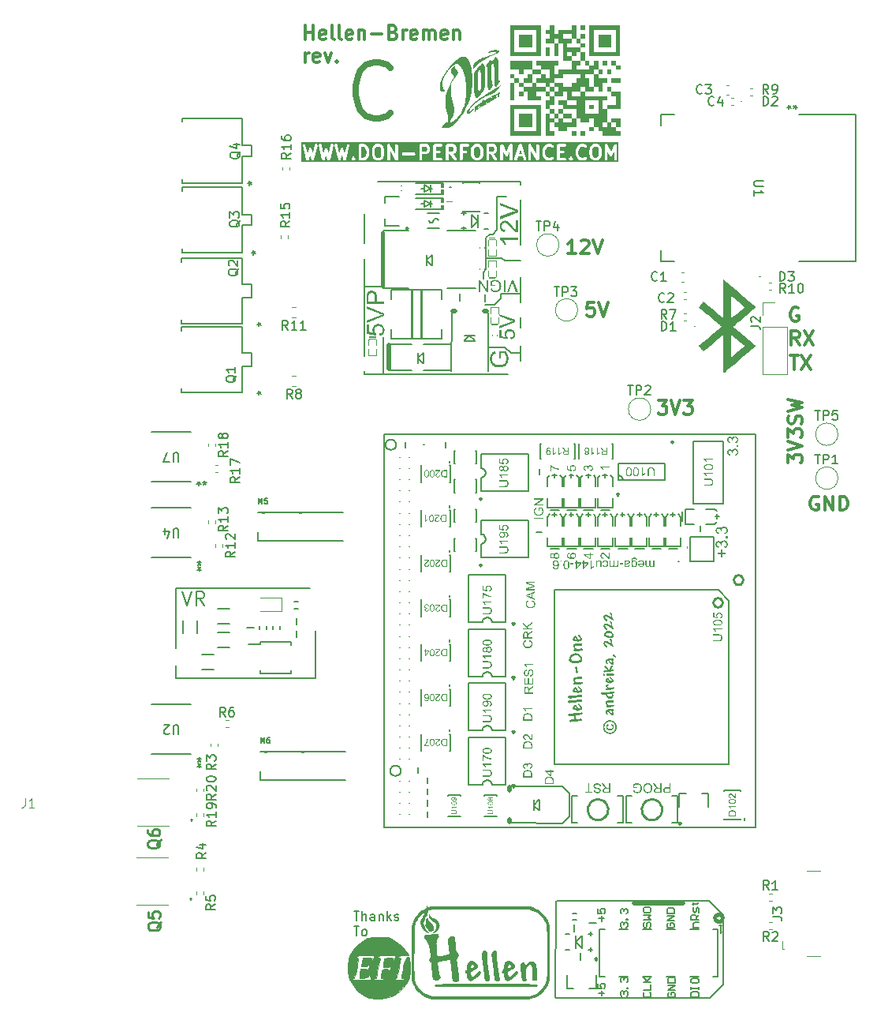
<source format=gto>
G75*
G70*
%OFA0B0*%
%FSLAX25Y25*%
%IPPOS*%
%LPD*%
%AMOC8*
5,1,8,0,0,1.08239X$1,22.5*
%
%ADD10C,0.01181*%
%ADD100C,0.00800*%
%ADD101C,0.01968*%
%ADD102C,0.00669*%
%ADD11C,0.00787*%
%ADD209C,0.00300*%
%ADD49C,0.01575*%
%ADD53C,0.02756*%
%ADD54C,0.00591*%
%ADD55C,0.00394*%
%ADD56C,0.01000*%
%ADD57C,0.00472*%
%ADD58C,0.00600*%
%ADD59C,0.00010*%
%ADD60C,0.00000*%
%ADD78C,0.00984*%
X0000000Y0000000D02*
%LPD*%
G01*
D11*
X0189082Y0041113D02*
X0191332Y0041113D01*
X0190207Y0037176D02*
X0190207Y0041113D01*
X0192644Y0037176D02*
X0192644Y0041113D01*
X0194331Y0037176D02*
X0194331Y0039238D01*
X0194331Y0039238D02*
X0194144Y0039613D01*
X0194144Y0039613D02*
X0193769Y0039801D01*
X0193769Y0039801D02*
X0193206Y0039801D01*
X0193206Y0039801D02*
X0192831Y0039613D01*
X0192831Y0039613D02*
X0192644Y0039426D01*
X0197893Y0037176D02*
X0197893Y0039238D01*
X0197893Y0039238D02*
X0197706Y0039613D01*
X0197706Y0039613D02*
X0197331Y0039801D01*
X0197331Y0039801D02*
X0196581Y0039801D01*
X0196581Y0039801D02*
X0196206Y0039613D01*
X0197893Y0037364D02*
X0197518Y0037176D01*
X0197518Y0037176D02*
X0196581Y0037176D01*
X0196581Y0037176D02*
X0196206Y0037364D01*
X0196206Y0037364D02*
X0196019Y0037739D01*
X0196019Y0037739D02*
X0196019Y0038113D01*
X0196019Y0038113D02*
X0196206Y0038488D01*
X0196206Y0038488D02*
X0196581Y0038676D01*
X0196581Y0038676D02*
X0197518Y0038676D01*
X0197518Y0038676D02*
X0197893Y0038863D01*
X0199768Y0039801D02*
X0199768Y0037176D01*
X0199768Y0039426D02*
X0199956Y0039613D01*
X0199956Y0039613D02*
X0200331Y0039801D01*
X0200331Y0039801D02*
X0200893Y0039801D01*
X0200893Y0039801D02*
X0201268Y0039613D01*
X0201268Y0039613D02*
X0201455Y0039238D01*
X0201455Y0039238D02*
X0201455Y0037176D01*
X0203330Y0037176D02*
X0203330Y0041113D01*
X0203705Y0038676D02*
X0204830Y0037176D01*
X0204830Y0039801D02*
X0203330Y0038301D01*
X0206330Y0037364D02*
X0206705Y0037176D01*
X0206705Y0037176D02*
X0207455Y0037176D01*
X0207455Y0037176D02*
X0207830Y0037364D01*
X0207830Y0037364D02*
X0208017Y0037739D01*
X0208017Y0037739D02*
X0208017Y0037926D01*
X0208017Y0037926D02*
X0207830Y0038301D01*
X0207830Y0038301D02*
X0207455Y0038488D01*
X0207455Y0038488D02*
X0206892Y0038488D01*
X0206892Y0038488D02*
X0206517Y0038676D01*
X0206517Y0038676D02*
X0206330Y0039051D01*
X0206330Y0039051D02*
X0206330Y0039238D01*
X0206330Y0039238D02*
X0206517Y0039613D01*
X0206517Y0039613D02*
X0206892Y0039801D01*
X0206892Y0039801D02*
X0207455Y0039801D01*
X0207455Y0039801D02*
X0207830Y0039613D01*
X0189082Y0034775D02*
X0191332Y0034775D01*
X0190207Y0030838D02*
X0190207Y0034775D01*
X0193206Y0030838D02*
X0192831Y0031025D01*
X0192831Y0031025D02*
X0192644Y0031213D01*
X0192644Y0031213D02*
X0192457Y0031588D01*
X0192457Y0031588D02*
X0192457Y0032712D01*
X0192457Y0032712D02*
X0192644Y0033087D01*
X0192644Y0033087D02*
X0192831Y0033275D01*
X0192831Y0033275D02*
X0193206Y0033462D01*
X0193206Y0033462D02*
X0193769Y0033462D01*
X0193769Y0033462D02*
X0194144Y0033275D01*
X0194144Y0033275D02*
X0194331Y0033087D01*
X0194331Y0033087D02*
X0194519Y0032712D01*
X0194519Y0032712D02*
X0194519Y0031588D01*
X0194519Y0031588D02*
X0194331Y0031213D01*
X0194331Y0031213D02*
X0194144Y0031025D01*
X0194144Y0031025D02*
X0193769Y0030838D01*
X0193769Y0030838D02*
X0193206Y0030838D01*
D10*
X0372641Y0230361D02*
X0372641Y0234017D01*
X0372641Y0234017D02*
X0374891Y0232048D01*
X0374891Y0232048D02*
X0374891Y0232892D01*
X0374891Y0232892D02*
X0375172Y0233454D01*
X0375172Y0233454D02*
X0375453Y0233735D01*
X0375453Y0233735D02*
X0376016Y0234017D01*
X0376016Y0234017D02*
X0377422Y0234017D01*
X0377422Y0234017D02*
X0377984Y0233735D01*
X0377984Y0233735D02*
X0378265Y0233454D01*
X0378265Y0233454D02*
X0378547Y0232892D01*
X0378547Y0232892D02*
X0378547Y0231204D01*
X0378547Y0231204D02*
X0378265Y0230642D01*
X0378265Y0230642D02*
X0377984Y0230361D01*
X0372641Y0235704D02*
X0378547Y0237672D01*
X0378547Y0237672D02*
X0372641Y0239641D01*
X0372641Y0241047D02*
X0372641Y0244703D01*
X0372641Y0244703D02*
X0374891Y0242734D01*
X0374891Y0242734D02*
X0374891Y0243578D01*
X0374891Y0243578D02*
X0375172Y0244140D01*
X0375172Y0244140D02*
X0375453Y0244422D01*
X0375453Y0244422D02*
X0376016Y0244703D01*
X0376016Y0244703D02*
X0377422Y0244703D01*
X0377422Y0244703D02*
X0377984Y0244422D01*
X0377984Y0244422D02*
X0378265Y0244140D01*
X0378265Y0244140D02*
X0378547Y0243578D01*
X0378547Y0243578D02*
X0378547Y0241891D01*
X0378547Y0241891D02*
X0378265Y0241328D01*
X0378265Y0241328D02*
X0377984Y0241047D01*
X0378265Y0246953D02*
X0378547Y0247796D01*
X0378547Y0247796D02*
X0378547Y0249202D01*
X0378547Y0249202D02*
X0378265Y0249765D01*
X0378265Y0249765D02*
X0377984Y0250046D01*
X0377984Y0250046D02*
X0377422Y0250327D01*
X0377422Y0250327D02*
X0376859Y0250327D01*
X0376859Y0250327D02*
X0376297Y0250046D01*
X0376297Y0250046D02*
X0376016Y0249765D01*
X0376016Y0249765D02*
X0375734Y0249202D01*
X0375734Y0249202D02*
X0375453Y0248077D01*
X0375453Y0248077D02*
X0375172Y0247515D01*
X0375172Y0247515D02*
X0374891Y0247234D01*
X0374891Y0247234D02*
X0374328Y0246953D01*
X0374328Y0246953D02*
X0373766Y0246953D01*
X0373766Y0246953D02*
X0373203Y0247234D01*
X0373203Y0247234D02*
X0372922Y0247515D01*
X0372922Y0247515D02*
X0372641Y0248077D01*
X0372641Y0248077D02*
X0372641Y0249483D01*
X0372641Y0249483D02*
X0372922Y0250327D01*
X0372641Y0252296D02*
X0378547Y0253702D01*
X0378547Y0253702D02*
X0374328Y0254827D01*
X0374328Y0254827D02*
X0378547Y0255951D01*
X0378547Y0255951D02*
X0372641Y0257357D01*
X0317706Y0256887D02*
X0321362Y0256887D01*
X0321362Y0256887D02*
X0319394Y0254637D01*
X0319394Y0254637D02*
X0320237Y0254637D01*
X0320237Y0254637D02*
X0320800Y0254356D01*
X0320800Y0254356D02*
X0321081Y0254074D01*
X0321081Y0254074D02*
X0321362Y0253512D01*
X0321362Y0253512D02*
X0321362Y0252106D01*
X0321362Y0252106D02*
X0321081Y0251543D01*
X0321081Y0251543D02*
X0320800Y0251262D01*
X0320800Y0251262D02*
X0320237Y0250981D01*
X0320237Y0250981D02*
X0318550Y0250981D01*
X0318550Y0250981D02*
X0317988Y0251262D01*
X0317988Y0251262D02*
X0317706Y0251543D01*
X0323050Y0256887D02*
X0325018Y0250981D01*
X0325018Y0250981D02*
X0326987Y0256887D01*
X0328393Y0256887D02*
X0332048Y0256887D01*
X0332048Y0256887D02*
X0330080Y0254637D01*
X0330080Y0254637D02*
X0330924Y0254637D01*
X0330924Y0254637D02*
X0331486Y0254356D01*
X0331486Y0254356D02*
X0331767Y0254074D01*
X0331767Y0254074D02*
X0332048Y0253512D01*
X0332048Y0253512D02*
X0332048Y0252106D01*
X0332048Y0252106D02*
X0331767Y0251543D01*
X0331767Y0251543D02*
X0331486Y0251262D01*
X0331486Y0251262D02*
X0330924Y0250981D01*
X0330924Y0250981D02*
X0329236Y0250981D01*
X0329236Y0250981D02*
X0328674Y0251262D01*
X0328674Y0251262D02*
X0328393Y0251543D01*
G36*
X0193638Y0363727D02*
G01*
X0194034Y0363331D01*
X0194243Y0362912D01*
X0194491Y0361921D01*
X0194491Y0361222D01*
X0194243Y0360231D01*
X0194034Y0359812D01*
X0193638Y0359416D01*
X0193018Y0359209D01*
X0192298Y0359209D01*
X0192298Y0363934D01*
X0193018Y0363934D01*
X0193638Y0363727D01*
G37*
G36*
X0200075Y0363758D02*
G01*
X0200454Y0363379D01*
X0200678Y0362483D01*
X0200678Y0360660D01*
X0200454Y0359764D01*
X0200075Y0359385D01*
X0199723Y0359209D01*
X0198877Y0359209D01*
X0198525Y0359385D01*
X0198146Y0359764D01*
X0197922Y0360660D01*
X0197922Y0362483D01*
X0198146Y0363379D01*
X0198525Y0363758D01*
X0198877Y0363934D01*
X0199723Y0363934D01*
X0200075Y0363758D01*
G37*
G36*
X0241976Y0363758D02*
G01*
X0242355Y0363379D01*
X0242579Y0362483D01*
X0242579Y0360660D01*
X0242355Y0359764D01*
X0241976Y0359385D01*
X0241624Y0359209D01*
X0240778Y0359209D01*
X0240426Y0359385D01*
X0240047Y0359764D01*
X0239823Y0360660D01*
X0239823Y0362483D01*
X0240047Y0363379D01*
X0240426Y0363758D01*
X0240778Y0363934D01*
X0241624Y0363934D01*
X0241976Y0363758D01*
G37*
G36*
X0292032Y0363758D02*
G01*
X0292411Y0363379D01*
X0292635Y0362483D01*
X0292635Y0360660D01*
X0292411Y0359764D01*
X0292032Y0359385D01*
X0291680Y0359209D01*
X0290834Y0359209D01*
X0290482Y0359385D01*
X0290103Y0359764D01*
X0289879Y0360660D01*
X0289879Y0362483D01*
X0290103Y0363379D01*
X0290482Y0363758D01*
X0290834Y0363934D01*
X0291680Y0363934D01*
X0292032Y0363758D01*
G37*
G36*
X0231009Y0363758D02*
G01*
X0231154Y0363612D01*
X0231330Y0363260D01*
X0231330Y0362695D01*
X0231154Y0362343D01*
X0231009Y0362197D01*
X0230657Y0362021D01*
X0229137Y0362021D01*
X0229137Y0363934D01*
X0230657Y0363934D01*
X0231009Y0363758D01*
G37*
G36*
X0248163Y0363758D02*
G01*
X0248309Y0363612D01*
X0248485Y0363260D01*
X0248485Y0362695D01*
X0248309Y0362343D01*
X0248163Y0362197D01*
X0247811Y0362021D01*
X0246291Y0362021D01*
X0246291Y0363934D01*
X0247811Y0363934D01*
X0248163Y0363758D01*
G37*
G36*
X0260067Y0360897D02*
G01*
X0258893Y0360897D01*
X0259480Y0362657D01*
X0260067Y0360897D01*
G37*
G36*
X0219760Y0363758D02*
G01*
X0219906Y0363612D01*
X0220082Y0363260D01*
X0220082Y0362695D01*
X0219906Y0362343D01*
X0219760Y0362197D01*
X0219408Y0362021D01*
X0217888Y0362021D01*
X0217888Y0363934D01*
X0219408Y0363934D01*
X0219760Y0363758D01*
G37*
G36*
X0300941Y0357372D02*
G01*
X0166839Y0357372D01*
X0166839Y0364502D01*
X0167495Y0364502D01*
X0167511Y0364388D01*
X0168917Y0358482D01*
X0168930Y0358442D01*
X0168932Y0358428D01*
X0168940Y0358415D01*
X0168955Y0358373D01*
X0169005Y0358303D01*
X0169048Y0358229D01*
X0169072Y0358210D01*
X0169090Y0358186D01*
X0169163Y0358141D01*
X0169231Y0358089D01*
X0169260Y0358081D01*
X0169286Y0358065D01*
X0169371Y0358052D01*
X0169453Y0358029D01*
X0169483Y0358033D01*
X0169513Y0358029D01*
X0169597Y0358049D01*
X0169682Y0358060D01*
X0169708Y0358075D01*
X0169738Y0358082D01*
X0169807Y0358132D01*
X0169881Y0358175D01*
X0169900Y0358199D01*
X0169924Y0358217D01*
X0169969Y0358290D01*
X0170021Y0358358D01*
X0170037Y0358401D01*
X0170045Y0358413D01*
X0170047Y0358427D01*
X0170062Y0358467D01*
X0170616Y0360545D01*
X0171170Y0358467D01*
X0171185Y0358427D01*
X0171187Y0358413D01*
X0171195Y0358401D01*
X0171211Y0358358D01*
X0171263Y0358290D01*
X0171308Y0358217D01*
X0171333Y0358199D01*
X0171351Y0358175D01*
X0171425Y0358132D01*
X0171495Y0358082D01*
X0171524Y0358075D01*
X0171551Y0358060D01*
X0171636Y0358049D01*
X0171719Y0358029D01*
X0171749Y0358033D01*
X0171779Y0358029D01*
X0171862Y0358052D01*
X0171946Y0358065D01*
X0171972Y0358081D01*
X0172002Y0358089D01*
X0172070Y0358141D01*
X0172143Y0358186D01*
X0172160Y0358210D01*
X0172185Y0358229D01*
X0172228Y0358303D01*
X0172278Y0358373D01*
X0172293Y0358415D01*
X0172300Y0358428D01*
X0172302Y0358442D01*
X0172316Y0358482D01*
X0173722Y0364388D01*
X0173737Y0364502D01*
X0174244Y0364502D01*
X0174260Y0364388D01*
X0175666Y0358482D01*
X0175680Y0358442D01*
X0175682Y0358428D01*
X0175689Y0358415D01*
X0175704Y0358373D01*
X0175754Y0358303D01*
X0175797Y0358229D01*
X0175821Y0358210D01*
X0175839Y0358186D01*
X0175912Y0358141D01*
X0175980Y0358089D01*
X0176009Y0358081D01*
X0176035Y0358065D01*
X0176120Y0358052D01*
X0176203Y0358029D01*
X0176233Y0358033D01*
X0176263Y0358029D01*
X0176346Y0358049D01*
X0176431Y0358060D01*
X0176457Y0358075D01*
X0176487Y0358082D01*
X0176556Y0358132D01*
X0176630Y0358175D01*
X0176649Y0358199D01*
X0176673Y0358217D01*
X0176718Y0358290D01*
X0176770Y0358358D01*
X0176786Y0358401D01*
X0176794Y0358413D01*
X0176796Y0358427D01*
X0176811Y0358467D01*
X0177365Y0360545D01*
X0177920Y0358467D01*
X0177934Y0358427D01*
X0177937Y0358413D01*
X0177944Y0358401D01*
X0177960Y0358358D01*
X0178012Y0358290D01*
X0178057Y0358217D01*
X0178082Y0358199D01*
X0178100Y0358175D01*
X0178174Y0358132D01*
X0178244Y0358082D01*
X0178273Y0358075D01*
X0178300Y0358060D01*
X0178385Y0358049D01*
X0178468Y0358029D01*
X0178498Y0358033D01*
X0178528Y0358029D01*
X0178611Y0358052D01*
X0178696Y0358065D01*
X0178721Y0358081D01*
X0178751Y0358089D01*
X0178819Y0358141D01*
X0178892Y0358186D01*
X0178910Y0358210D01*
X0178934Y0358229D01*
X0178977Y0358303D01*
X0179027Y0358373D01*
X0179042Y0358415D01*
X0179049Y0358428D01*
X0179051Y0358442D01*
X0179065Y0358482D01*
X0180471Y0364388D01*
X0180486Y0364502D01*
X0180993Y0364502D01*
X0181009Y0364388D01*
X0182415Y0358482D01*
X0182429Y0358442D01*
X0182431Y0358428D01*
X0182438Y0358415D01*
X0182453Y0358373D01*
X0182503Y0358303D01*
X0182546Y0358229D01*
X0182570Y0358210D01*
X0182588Y0358186D01*
X0182661Y0358141D01*
X0182729Y0358089D01*
X0182758Y0358081D01*
X0182784Y0358065D01*
X0182869Y0358052D01*
X0182952Y0358029D01*
X0182982Y0358033D01*
X0183012Y0358029D01*
X0183095Y0358049D01*
X0183180Y0358060D01*
X0183206Y0358075D01*
X0183236Y0358082D01*
X0183305Y0358132D01*
X0183380Y0358175D01*
X0183398Y0358199D01*
X0183423Y0358217D01*
X0183467Y0358290D01*
X0183520Y0358358D01*
X0183536Y0358401D01*
X0183543Y0358413D01*
X0183546Y0358427D01*
X0183560Y0358467D01*
X0184114Y0360545D01*
X0184669Y0358467D01*
X0184683Y0358427D01*
X0184686Y0358413D01*
X0184693Y0358401D01*
X0184709Y0358358D01*
X0184762Y0358290D01*
X0184806Y0358217D01*
X0184831Y0358199D01*
X0184849Y0358175D01*
X0184924Y0358132D01*
X0184993Y0358082D01*
X0185023Y0358075D01*
X0185049Y0358060D01*
X0185134Y0358049D01*
X0185217Y0358029D01*
X0185247Y0358033D01*
X0185277Y0358029D01*
X0185360Y0358052D01*
X0185445Y0358065D01*
X0185471Y0358081D01*
X0185500Y0358089D01*
X0185568Y0358141D01*
X0185641Y0358186D01*
X0185659Y0358210D01*
X0185683Y0358229D01*
X0185726Y0358303D01*
X0185776Y0358373D01*
X0185791Y0358415D01*
X0185798Y0358428D01*
X0185800Y0358442D01*
X0185814Y0358482D01*
X0185941Y0359015D01*
X0188035Y0359015D01*
X0188035Y0358785D01*
X0188043Y0358764D01*
X0188123Y0358572D01*
X0188196Y0358482D01*
X0188478Y0358201D01*
X0188567Y0358128D01*
X0188655Y0358091D01*
X0188780Y0358040D01*
X0189010Y0358040D01*
X0189170Y0358106D01*
X0189223Y0358128D01*
X0189223Y0358128D01*
X0189313Y0358201D01*
X0189594Y0358482D01*
X0189667Y0358572D01*
X0189667Y0358572D01*
X0189756Y0358785D01*
X0189756Y0359015D01*
X0189667Y0359228D01*
X0189594Y0359318D01*
X0189313Y0359599D01*
X0189223Y0359672D01*
X0189099Y0359724D01*
X0189010Y0359760D01*
X0188780Y0359760D01*
X0188692Y0359724D01*
X0188567Y0359672D01*
X0188567Y0359672D01*
X0188478Y0359599D01*
X0188196Y0359318D01*
X0188123Y0359228D01*
X0188123Y0359228D01*
X0188044Y0359036D01*
X0188035Y0359015D01*
X0185941Y0359015D01*
X0187220Y0364388D01*
X0187236Y0364502D01*
X0187232Y0364524D01*
X0191117Y0364524D01*
X0191117Y0358619D01*
X0191128Y0358504D01*
X0191128Y0358504D01*
X0191216Y0358291D01*
X0191379Y0358128D01*
X0191592Y0358040D01*
X0191707Y0358028D01*
X0193113Y0358028D01*
X0193172Y0358034D01*
X0193187Y0358033D01*
X0193208Y0358038D01*
X0193229Y0358040D01*
X0193243Y0358046D01*
X0193300Y0358059D01*
X0194144Y0358340D01*
X0194249Y0358387D01*
X0194266Y0358401D01*
X0194285Y0358409D01*
X0194375Y0358482D01*
X0194937Y0359045D01*
X0194974Y0359090D01*
X0194986Y0359100D01*
X0194997Y0359118D01*
X0195010Y0359134D01*
X0195016Y0359149D01*
X0195048Y0359198D01*
X0195329Y0359761D01*
X0195332Y0359769D01*
X0195335Y0359773D01*
X0195352Y0359821D01*
X0195370Y0359869D01*
X0195371Y0359873D01*
X0195374Y0359882D01*
X0195655Y0361006D01*
X0195658Y0361026D01*
X0195661Y0361035D01*
X0195665Y0361078D01*
X0195672Y0361121D01*
X0195670Y0361130D01*
X0195672Y0361150D01*
X0195672Y0361993D01*
X0195670Y0362013D01*
X0195672Y0362022D01*
X0195665Y0362065D01*
X0195661Y0362109D01*
X0195658Y0362117D01*
X0195655Y0362137D01*
X0195550Y0362556D01*
X0196741Y0362556D01*
X0196741Y0360587D01*
X0196743Y0360567D01*
X0196742Y0360559D01*
X0196748Y0360515D01*
X0196752Y0360472D01*
X0196756Y0360464D01*
X0196759Y0360444D01*
X0197040Y0359319D01*
X0197079Y0359210D01*
X0197105Y0359175D01*
X0197122Y0359134D01*
X0197195Y0359045D01*
X0197758Y0358482D01*
X0197803Y0358445D01*
X0197813Y0358433D01*
X0197831Y0358422D01*
X0197847Y0358409D01*
X0197862Y0358403D01*
X0197911Y0358372D01*
X0198474Y0358091D01*
X0198582Y0358049D01*
X0198603Y0358048D01*
X0198622Y0358040D01*
X0198738Y0358028D01*
X0199863Y0358028D01*
X0199978Y0358040D01*
X0199997Y0358048D01*
X0200019Y0358049D01*
X0200127Y0358091D01*
X0200689Y0358372D01*
X0200739Y0358403D01*
X0200753Y0358409D01*
X0200769Y0358422D01*
X0200787Y0358433D01*
X0200797Y0358445D01*
X0200843Y0358482D01*
X0201405Y0359045D01*
X0201478Y0359134D01*
X0201495Y0359175D01*
X0201521Y0359210D01*
X0201560Y0359319D01*
X0201842Y0360444D01*
X0201844Y0360464D01*
X0201848Y0360472D01*
X0201852Y0360515D01*
X0201858Y0360559D01*
X0201857Y0360567D01*
X0201859Y0360587D01*
X0201859Y0362556D01*
X0201857Y0362576D01*
X0201858Y0362585D01*
X0201852Y0362628D01*
X0201848Y0362671D01*
X0201844Y0362679D01*
X0201842Y0362699D01*
X0201560Y0363824D01*
X0201521Y0363933D01*
X0201495Y0363968D01*
X0201478Y0364009D01*
X0201405Y0364098D01*
X0200979Y0364524D01*
X0203209Y0364524D01*
X0203209Y0358619D01*
X0203220Y0358504D01*
X0203309Y0358291D01*
X0203471Y0358128D01*
X0203684Y0358040D01*
X0203915Y0358040D01*
X0204128Y0358128D01*
X0204291Y0358291D01*
X0204379Y0358504D01*
X0204390Y0358619D01*
X0204390Y0362301D01*
X0206661Y0358326D01*
X0206679Y0358302D01*
X0206683Y0358291D01*
X0206694Y0358280D01*
X0206728Y0358231D01*
X0206790Y0358183D01*
X0206846Y0358128D01*
X0206881Y0358113D01*
X0206911Y0358090D01*
X0206986Y0358070D01*
X0207059Y0358040D01*
X0207097Y0358040D01*
X0207133Y0358030D01*
X0207211Y0358040D01*
X0207289Y0358040D01*
X0207324Y0358054D01*
X0207361Y0358059D01*
X0207430Y0358098D01*
X0207502Y0358128D01*
X0207529Y0358154D01*
X0207562Y0358173D01*
X0207610Y0358235D01*
X0207665Y0358291D01*
X0207680Y0358325D01*
X0207703Y0358355D01*
X0207723Y0358431D01*
X0207753Y0358504D01*
X0207759Y0358562D01*
X0207763Y0358578D01*
X0207762Y0358589D01*
X0207765Y0358619D01*
X0207765Y0360984D01*
X0209407Y0360984D01*
X0209407Y0360753D01*
X0209495Y0360540D01*
X0209658Y0360377D01*
X0209871Y0360289D01*
X0209986Y0360278D01*
X0214486Y0360278D01*
X0214601Y0360289D01*
X0214814Y0360377D01*
X0214977Y0360540D01*
X0215065Y0360753D01*
X0215065Y0360984D01*
X0214977Y0361197D01*
X0214814Y0361360D01*
X0214601Y0361448D01*
X0214486Y0361459D01*
X0209986Y0361459D01*
X0209871Y0361448D01*
X0209658Y0361360D01*
X0209495Y0361197D01*
X0209407Y0360984D01*
X0207765Y0360984D01*
X0207765Y0364524D01*
X0216707Y0364524D01*
X0216707Y0358619D01*
X0216719Y0358504D01*
X0216807Y0358291D01*
X0216970Y0358128D01*
X0217183Y0358040D01*
X0217413Y0358040D01*
X0217626Y0358128D01*
X0217789Y0358291D01*
X0217877Y0358504D01*
X0217888Y0358619D01*
X0217888Y0360840D01*
X0219548Y0360840D01*
X0219663Y0360852D01*
X0219682Y0360860D01*
X0219704Y0360861D01*
X0219812Y0360903D01*
X0220374Y0361184D01*
X0220424Y0361215D01*
X0220438Y0361221D01*
X0220454Y0361234D01*
X0220472Y0361246D01*
X0220482Y0361257D01*
X0220528Y0361295D01*
X0220809Y0361576D01*
X0220846Y0361621D01*
X0220858Y0361631D01*
X0220869Y0361649D01*
X0220882Y0361665D01*
X0220888Y0361680D01*
X0220919Y0361729D01*
X0221201Y0362292D01*
X0221242Y0362400D01*
X0221244Y0362421D01*
X0221252Y0362441D01*
X0221263Y0362556D01*
X0221263Y0363399D01*
X0221252Y0363515D01*
X0221244Y0363534D01*
X0221242Y0363555D01*
X0221201Y0363664D01*
X0220919Y0364226D01*
X0220888Y0364276D01*
X0220882Y0364290D01*
X0220869Y0364306D01*
X0220858Y0364324D01*
X0220846Y0364334D01*
X0220809Y0364379D01*
X0220664Y0364524D01*
X0222613Y0364524D01*
X0222613Y0358619D01*
X0222624Y0358504D01*
X0222624Y0358504D01*
X0222712Y0358291D01*
X0222875Y0358128D01*
X0223088Y0358040D01*
X0223203Y0358028D01*
X0226016Y0358028D01*
X0226131Y0358040D01*
X0226344Y0358128D01*
X0226507Y0358291D01*
X0226595Y0358504D01*
X0226595Y0358734D01*
X0226507Y0358947D01*
X0226344Y0359110D01*
X0226131Y0359198D01*
X0226016Y0359209D01*
X0223794Y0359209D01*
X0223794Y0361122D01*
X0225172Y0361122D01*
X0225287Y0361133D01*
X0225500Y0361221D01*
X0225663Y0361384D01*
X0225751Y0361597D01*
X0225751Y0361827D01*
X0225663Y0362040D01*
X0225500Y0362203D01*
X0225287Y0362291D01*
X0225172Y0362303D01*
X0223794Y0362303D01*
X0223794Y0363934D01*
X0226016Y0363934D01*
X0226131Y0363945D01*
X0226344Y0364033D01*
X0226507Y0364196D01*
X0226595Y0364409D01*
X0226595Y0364524D01*
X0227956Y0364524D01*
X0227956Y0358619D01*
X0227967Y0358504D01*
X0228055Y0358291D01*
X0228218Y0358128D01*
X0228431Y0358040D01*
X0228662Y0358040D01*
X0228875Y0358128D01*
X0229037Y0358291D01*
X0229126Y0358504D01*
X0229137Y0358619D01*
X0229137Y0360840D01*
X0229645Y0360840D01*
X0231437Y0358280D01*
X0231513Y0358192D01*
X0231707Y0358068D01*
X0231934Y0358028D01*
X0232159Y0358078D01*
X0232348Y0358210D01*
X0232471Y0358405D01*
X0232511Y0358632D01*
X0232462Y0358857D01*
X0232405Y0358957D01*
X0231047Y0360898D01*
X0231060Y0360903D01*
X0231623Y0361184D01*
X0231672Y0361215D01*
X0231687Y0361221D01*
X0231703Y0361234D01*
X0231721Y0361246D01*
X0231731Y0361257D01*
X0231776Y0361295D01*
X0232057Y0361576D01*
X0232095Y0361621D01*
X0232106Y0361631D01*
X0232118Y0361649D01*
X0232131Y0361665D01*
X0232137Y0361680D01*
X0232168Y0361729D01*
X0232449Y0362292D01*
X0232491Y0362400D01*
X0232492Y0362421D01*
X0232500Y0362441D01*
X0232512Y0362556D01*
X0232512Y0363399D01*
X0232500Y0363515D01*
X0232492Y0363534D01*
X0232491Y0363555D01*
X0232449Y0363664D01*
X0232168Y0364226D01*
X0232137Y0364276D01*
X0232131Y0364290D01*
X0232118Y0364306D01*
X0232106Y0364324D01*
X0232095Y0364334D01*
X0232057Y0364379D01*
X0231913Y0364524D01*
X0233861Y0364524D01*
X0233861Y0358619D01*
X0233873Y0358504D01*
X0233961Y0358291D01*
X0234124Y0358128D01*
X0234337Y0358040D01*
X0234567Y0358040D01*
X0234780Y0358128D01*
X0234943Y0358291D01*
X0235031Y0358504D01*
X0235043Y0358619D01*
X0235043Y0361122D01*
X0236420Y0361122D01*
X0236536Y0361133D01*
X0236749Y0361221D01*
X0236911Y0361384D01*
X0237000Y0361597D01*
X0237000Y0361827D01*
X0236911Y0362040D01*
X0236749Y0362203D01*
X0236536Y0362291D01*
X0236420Y0362303D01*
X0235043Y0362303D01*
X0235043Y0362556D01*
X0238642Y0362556D01*
X0238642Y0360587D01*
X0238644Y0360567D01*
X0238643Y0360559D01*
X0238649Y0360515D01*
X0238653Y0360472D01*
X0238657Y0360464D01*
X0238660Y0360444D01*
X0238941Y0359319D01*
X0238980Y0359210D01*
X0239006Y0359175D01*
X0239023Y0359134D01*
X0239096Y0359045D01*
X0239659Y0358482D01*
X0239704Y0358445D01*
X0239714Y0358433D01*
X0239732Y0358422D01*
X0239748Y0358409D01*
X0239763Y0358403D01*
X0239812Y0358372D01*
X0240375Y0358091D01*
X0240483Y0358049D01*
X0240504Y0358048D01*
X0240523Y0358040D01*
X0240639Y0358028D01*
X0241764Y0358028D01*
X0241879Y0358040D01*
X0241898Y0358048D01*
X0241920Y0358049D01*
X0242028Y0358091D01*
X0242590Y0358372D01*
X0242640Y0358403D01*
X0242654Y0358409D01*
X0242670Y0358422D01*
X0242688Y0358433D01*
X0242698Y0358445D01*
X0242744Y0358482D01*
X0243306Y0359045D01*
X0243379Y0359134D01*
X0243396Y0359175D01*
X0243422Y0359210D01*
X0243461Y0359319D01*
X0243743Y0360444D01*
X0243745Y0360464D01*
X0243749Y0360472D01*
X0243753Y0360515D01*
X0243759Y0360559D01*
X0243758Y0360567D01*
X0243760Y0360587D01*
X0243760Y0362556D01*
X0243758Y0362576D01*
X0243759Y0362585D01*
X0243753Y0362628D01*
X0243749Y0362671D01*
X0243745Y0362679D01*
X0243743Y0362699D01*
X0243461Y0363824D01*
X0243422Y0363933D01*
X0243396Y0363968D01*
X0243379Y0364009D01*
X0243306Y0364098D01*
X0242880Y0364524D01*
X0245110Y0364524D01*
X0245110Y0358619D01*
X0245121Y0358504D01*
X0245210Y0358291D01*
X0245372Y0358128D01*
X0245585Y0358040D01*
X0245816Y0358040D01*
X0246029Y0358128D01*
X0246192Y0358291D01*
X0246280Y0358504D01*
X0246291Y0358619D01*
X0246291Y0360840D01*
X0246799Y0360840D01*
X0248591Y0358280D01*
X0248667Y0358192D01*
X0248861Y0358068D01*
X0249088Y0358028D01*
X0249313Y0358078D01*
X0249502Y0358210D01*
X0249626Y0358405D01*
X0249666Y0358632D01*
X0249616Y0358857D01*
X0249559Y0358957D01*
X0248201Y0360898D01*
X0248214Y0360903D01*
X0248777Y0361184D01*
X0248826Y0361215D01*
X0248841Y0361221D01*
X0248857Y0361234D01*
X0248875Y0361246D01*
X0248885Y0361257D01*
X0248930Y0361295D01*
X0249212Y0361576D01*
X0249249Y0361621D01*
X0249260Y0361631D01*
X0249272Y0361649D01*
X0249285Y0361665D01*
X0249291Y0361680D01*
X0249322Y0361729D01*
X0249603Y0362292D01*
X0249645Y0362400D01*
X0249646Y0362421D01*
X0249654Y0362441D01*
X0249666Y0362556D01*
X0249666Y0363399D01*
X0249654Y0363515D01*
X0249646Y0363534D01*
X0249645Y0363555D01*
X0249603Y0363664D01*
X0249322Y0364226D01*
X0249291Y0364276D01*
X0249285Y0364290D01*
X0249272Y0364306D01*
X0249260Y0364324D01*
X0249249Y0364334D01*
X0249212Y0364379D01*
X0249067Y0364524D01*
X0251016Y0364524D01*
X0251016Y0358619D01*
X0251027Y0358504D01*
X0251115Y0358291D01*
X0251278Y0358128D01*
X0251491Y0358040D01*
X0251721Y0358040D01*
X0251934Y0358128D01*
X0252097Y0358291D01*
X0252185Y0358504D01*
X0252197Y0358619D01*
X0252197Y0361862D01*
X0253039Y0360056D01*
X0253064Y0360014D01*
X0253070Y0360000D01*
X0253079Y0359990D01*
X0253098Y0359957D01*
X0253165Y0359896D01*
X0253225Y0359830D01*
X0253249Y0359819D01*
X0253268Y0359801D01*
X0253353Y0359770D01*
X0253434Y0359732D01*
X0253460Y0359731D01*
X0253485Y0359722D01*
X0253575Y0359726D01*
X0253664Y0359722D01*
X0253689Y0359731D01*
X0253715Y0359732D01*
X0253796Y0359770D01*
X0253881Y0359801D01*
X0253900Y0359819D01*
X0253924Y0359830D01*
X0253985Y0359896D01*
X0254051Y0359957D01*
X0254070Y0359990D01*
X0254080Y0360000D01*
X0254085Y0360014D01*
X0254110Y0360056D01*
X0254953Y0361862D01*
X0254953Y0358619D01*
X0254964Y0358504D01*
X0255052Y0358291D01*
X0255215Y0358128D01*
X0255428Y0358040D01*
X0255658Y0358040D01*
X0255871Y0358128D01*
X0256034Y0358291D01*
X0256122Y0358504D01*
X0256134Y0358619D01*
X0256134Y0358693D01*
X0256926Y0358693D01*
X0256942Y0358463D01*
X0257045Y0358257D01*
X0257219Y0358106D01*
X0257438Y0358033D01*
X0257668Y0358049D01*
X0257874Y0358152D01*
X0258025Y0358326D01*
X0258072Y0358432D01*
X0258500Y0359716D01*
X0260461Y0359716D01*
X0260888Y0358432D01*
X0260936Y0358326D01*
X0261087Y0358152D01*
X0261293Y0358049D01*
X0261522Y0358033D01*
X0261741Y0358106D01*
X0261915Y0358257D01*
X0262018Y0358463D01*
X0262035Y0358693D01*
X0262009Y0358806D01*
X0260103Y0364524D01*
X0262827Y0364524D01*
X0262827Y0358619D01*
X0262838Y0358504D01*
X0262926Y0358291D01*
X0263089Y0358128D01*
X0263302Y0358040D01*
X0263532Y0358040D01*
X0263745Y0358128D01*
X0263908Y0358291D01*
X0263996Y0358504D01*
X0264008Y0358619D01*
X0264008Y0362301D01*
X0266279Y0358326D01*
X0266296Y0358302D01*
X0266301Y0358291D01*
X0266312Y0358280D01*
X0266346Y0358231D01*
X0266408Y0358183D01*
X0266464Y0358128D01*
X0266498Y0358113D01*
X0266528Y0358090D01*
X0266604Y0358070D01*
X0266676Y0358040D01*
X0266714Y0358040D01*
X0266750Y0358030D01*
X0266828Y0358040D01*
X0266907Y0358040D01*
X0266942Y0358054D01*
X0266979Y0358059D01*
X0267047Y0358098D01*
X0267120Y0358128D01*
X0267146Y0358154D01*
X0267179Y0358173D01*
X0267227Y0358235D01*
X0267283Y0358291D01*
X0267297Y0358325D01*
X0267320Y0358355D01*
X0267341Y0358431D01*
X0267371Y0358504D01*
X0267377Y0358562D01*
X0267381Y0358578D01*
X0267379Y0358589D01*
X0267382Y0358619D01*
X0267382Y0361993D01*
X0268732Y0361993D01*
X0268732Y0361150D01*
X0268734Y0361130D01*
X0268733Y0361121D01*
X0268739Y0361078D01*
X0268743Y0361035D01*
X0268747Y0361026D01*
X0268750Y0361006D01*
X0269031Y0359882D01*
X0269034Y0359873D01*
X0269034Y0359869D01*
X0269053Y0359821D01*
X0269070Y0359773D01*
X0269072Y0359769D01*
X0269076Y0359761D01*
X0269357Y0359198D01*
X0269388Y0359149D01*
X0269394Y0359134D01*
X0269407Y0359118D01*
X0269419Y0359100D01*
X0269430Y0359090D01*
X0269467Y0359045D01*
X0270030Y0358482D01*
X0270119Y0358409D01*
X0270139Y0358401D01*
X0270155Y0358387D01*
X0270261Y0358340D01*
X0271104Y0358059D01*
X0271161Y0358046D01*
X0271176Y0358040D01*
X0271197Y0358038D01*
X0271217Y0358033D01*
X0271233Y0358034D01*
X0271291Y0358028D01*
X0271854Y0358028D01*
X0271912Y0358034D01*
X0271927Y0358033D01*
X0271948Y0358038D01*
X0271969Y0358040D01*
X0271983Y0358046D01*
X0272040Y0358059D01*
X0272884Y0358340D01*
X0272990Y0358387D01*
X0273006Y0358401D01*
X0273025Y0358409D01*
X0273115Y0358482D01*
X0273396Y0358764D01*
X0273469Y0358853D01*
X0273558Y0359066D01*
X0273558Y0359296D01*
X0273469Y0359509D01*
X0273306Y0359672D01*
X0273094Y0359760D01*
X0272863Y0359760D01*
X0272650Y0359672D01*
X0272561Y0359599D01*
X0272378Y0359416D01*
X0271758Y0359209D01*
X0271387Y0359209D01*
X0270766Y0359416D01*
X0270370Y0359812D01*
X0270161Y0360231D01*
X0269913Y0361222D01*
X0269913Y0361921D01*
X0270161Y0362912D01*
X0270370Y0363331D01*
X0270766Y0363727D01*
X0271387Y0363934D01*
X0271758Y0363934D01*
X0272378Y0363727D01*
X0272561Y0363544D01*
X0272650Y0363471D01*
X0272863Y0363383D01*
X0273094Y0363383D01*
X0273306Y0363471D01*
X0273469Y0363634D01*
X0273558Y0363847D01*
X0273558Y0364077D01*
X0273469Y0364290D01*
X0273396Y0364379D01*
X0273251Y0364524D01*
X0274919Y0364524D01*
X0274919Y0358619D01*
X0274930Y0358504D01*
X0274930Y0358504D01*
X0275018Y0358291D01*
X0275181Y0358128D01*
X0275394Y0358040D01*
X0275509Y0358028D01*
X0278321Y0358028D01*
X0278437Y0358040D01*
X0278650Y0358128D01*
X0278813Y0358291D01*
X0278901Y0358504D01*
X0278901Y0358734D01*
X0278813Y0358947D01*
X0278744Y0359015D01*
X0279992Y0359015D01*
X0279992Y0358785D01*
X0280001Y0358764D01*
X0280080Y0358572D01*
X0280154Y0358482D01*
X0280435Y0358201D01*
X0280524Y0358128D01*
X0280612Y0358091D01*
X0280737Y0358040D01*
X0280968Y0358040D01*
X0281127Y0358106D01*
X0281181Y0358128D01*
X0281181Y0358128D01*
X0281270Y0358201D01*
X0281551Y0358482D01*
X0281625Y0358572D01*
X0281625Y0358572D01*
X0281713Y0358785D01*
X0281713Y0359015D01*
X0281625Y0359228D01*
X0281551Y0359318D01*
X0281270Y0359599D01*
X0281181Y0359672D01*
X0281056Y0359724D01*
X0280968Y0359760D01*
X0280737Y0359760D01*
X0280649Y0359724D01*
X0280524Y0359672D01*
X0280524Y0359672D01*
X0280435Y0359599D01*
X0280154Y0359318D01*
X0280080Y0359228D01*
X0280080Y0359228D01*
X0280001Y0359036D01*
X0279992Y0359015D01*
X0278744Y0359015D01*
X0278650Y0359110D01*
X0278437Y0359198D01*
X0278321Y0359209D01*
X0276100Y0359209D01*
X0276100Y0361122D01*
X0277478Y0361122D01*
X0277593Y0361133D01*
X0277806Y0361221D01*
X0277969Y0361384D01*
X0278057Y0361597D01*
X0278057Y0361827D01*
X0277988Y0361993D01*
X0282793Y0361993D01*
X0282793Y0361150D01*
X0282795Y0361130D01*
X0282793Y0361121D01*
X0282800Y0361078D01*
X0282804Y0361035D01*
X0282807Y0361026D01*
X0282810Y0361006D01*
X0283092Y0359882D01*
X0283095Y0359873D01*
X0283095Y0359869D01*
X0283113Y0359821D01*
X0283131Y0359773D01*
X0283133Y0359769D01*
X0283136Y0359761D01*
X0283418Y0359198D01*
X0283449Y0359149D01*
X0283455Y0359134D01*
X0283468Y0359118D01*
X0283479Y0359100D01*
X0283491Y0359090D01*
X0283528Y0359045D01*
X0284091Y0358482D01*
X0284180Y0358409D01*
X0284200Y0358401D01*
X0284216Y0358387D01*
X0284321Y0358340D01*
X0285165Y0358059D01*
X0285222Y0358046D01*
X0285237Y0358040D01*
X0285258Y0358038D01*
X0285278Y0358033D01*
X0285294Y0358034D01*
X0285352Y0358028D01*
X0285914Y0358028D01*
X0285973Y0358034D01*
X0285988Y0358033D01*
X0286009Y0358038D01*
X0286029Y0358040D01*
X0286044Y0358046D01*
X0286101Y0358059D01*
X0286945Y0358340D01*
X0287050Y0358387D01*
X0287066Y0358401D01*
X0287086Y0358409D01*
X0287176Y0358482D01*
X0287457Y0358764D01*
X0287530Y0358853D01*
X0287618Y0359066D01*
X0287618Y0359296D01*
X0287530Y0359509D01*
X0287367Y0359672D01*
X0287154Y0359760D01*
X0286924Y0359760D01*
X0286711Y0359672D01*
X0286622Y0359599D01*
X0286439Y0359416D01*
X0285818Y0359209D01*
X0285448Y0359209D01*
X0284827Y0359416D01*
X0284431Y0359812D01*
X0284222Y0360231D01*
X0283974Y0361222D01*
X0283974Y0361921D01*
X0284133Y0362556D01*
X0288698Y0362556D01*
X0288698Y0360587D01*
X0288700Y0360567D01*
X0288699Y0360559D01*
X0288705Y0360515D01*
X0288710Y0360472D01*
X0288713Y0360464D01*
X0288716Y0360444D01*
X0288997Y0359319D01*
X0289036Y0359210D01*
X0289062Y0359175D01*
X0289079Y0359134D01*
X0289152Y0359045D01*
X0289715Y0358482D01*
X0289760Y0358445D01*
X0289770Y0358433D01*
X0289788Y0358422D01*
X0289804Y0358409D01*
X0289819Y0358403D01*
X0289868Y0358372D01*
X0290431Y0358091D01*
X0290539Y0358049D01*
X0290560Y0358048D01*
X0290580Y0358040D01*
X0290695Y0358028D01*
X0291820Y0358028D01*
X0291935Y0358040D01*
X0291955Y0358048D01*
X0291976Y0358049D01*
X0292084Y0358091D01*
X0292646Y0358372D01*
X0292696Y0358403D01*
X0292710Y0358409D01*
X0292727Y0358422D01*
X0292744Y0358433D01*
X0292755Y0358445D01*
X0292800Y0358482D01*
X0293362Y0359045D01*
X0293436Y0359134D01*
X0293452Y0359175D01*
X0293479Y0359210D01*
X0293518Y0359319D01*
X0293799Y0360444D01*
X0293802Y0360464D01*
X0293805Y0360472D01*
X0293809Y0360515D01*
X0293816Y0360559D01*
X0293814Y0360567D01*
X0293816Y0360587D01*
X0293816Y0362556D01*
X0293814Y0362576D01*
X0293816Y0362585D01*
X0293809Y0362628D01*
X0293805Y0362671D01*
X0293802Y0362679D01*
X0293799Y0362699D01*
X0293518Y0363824D01*
X0293479Y0363933D01*
X0293452Y0363968D01*
X0293436Y0364009D01*
X0293362Y0364098D01*
X0292936Y0364524D01*
X0295166Y0364524D01*
X0295166Y0358619D01*
X0295178Y0358504D01*
X0295266Y0358291D01*
X0295429Y0358128D01*
X0295642Y0358040D01*
X0295872Y0358040D01*
X0296085Y0358128D01*
X0296248Y0358291D01*
X0296336Y0358504D01*
X0296347Y0358619D01*
X0296347Y0361862D01*
X0297190Y0360056D01*
X0297215Y0360014D01*
X0297220Y0360000D01*
X0297230Y0359990D01*
X0297249Y0359957D01*
X0297315Y0359896D01*
X0297376Y0359830D01*
X0297400Y0359819D01*
X0297419Y0359801D01*
X0297503Y0359770D01*
X0297585Y0359732D01*
X0297611Y0359731D01*
X0297636Y0359722D01*
X0297725Y0359726D01*
X0297815Y0359722D01*
X0297840Y0359731D01*
X0297866Y0359732D01*
X0297947Y0359770D01*
X0298032Y0359801D01*
X0298051Y0359819D01*
X0298075Y0359830D01*
X0298135Y0359896D01*
X0298201Y0359957D01*
X0298221Y0359990D01*
X0298230Y0360000D01*
X0298235Y0360014D01*
X0298260Y0360056D01*
X0299103Y0361862D01*
X0299103Y0358619D01*
X0299115Y0358504D01*
X0299203Y0358291D01*
X0299366Y0358128D01*
X0299579Y0358040D01*
X0299809Y0358040D01*
X0300022Y0358128D01*
X0300185Y0358291D01*
X0300273Y0358504D01*
X0300284Y0358619D01*
X0300284Y0364524D01*
X0300277Y0364600D01*
X0300278Y0364614D01*
X0300275Y0364621D01*
X0300273Y0364640D01*
X0300234Y0364734D01*
X0300199Y0364831D01*
X0300190Y0364840D01*
X0300185Y0364852D01*
X0300112Y0364925D01*
X0300043Y0365000D01*
X0300031Y0365006D01*
X0300022Y0365015D01*
X0299927Y0365055D01*
X0299834Y0365098D01*
X0299821Y0365098D01*
X0299809Y0365104D01*
X0299707Y0365104D01*
X0299604Y0365108D01*
X0299592Y0365104D01*
X0299579Y0365104D01*
X0299484Y0365064D01*
X0299388Y0365029D01*
X0299378Y0365020D01*
X0299366Y0365015D01*
X0299293Y0364943D01*
X0299218Y0364874D01*
X0299208Y0364858D01*
X0299203Y0364852D01*
X0299197Y0364840D01*
X0299159Y0364774D01*
X0297725Y0361703D01*
X0296292Y0364774D01*
X0296253Y0364840D01*
X0296248Y0364852D01*
X0296242Y0364858D01*
X0296233Y0364874D01*
X0296157Y0364943D01*
X0296085Y0365015D01*
X0296073Y0365020D01*
X0296063Y0365029D01*
X0295967Y0365064D01*
X0295872Y0365104D01*
X0295859Y0365104D01*
X0295846Y0365108D01*
X0295744Y0365104D01*
X0295642Y0365104D01*
X0295629Y0365098D01*
X0295616Y0365098D01*
X0295523Y0365055D01*
X0295429Y0365015D01*
X0295419Y0365006D01*
X0295407Y0365000D01*
X0295338Y0364925D01*
X0295266Y0364852D01*
X0295261Y0364840D01*
X0295252Y0364831D01*
X0295217Y0364734D01*
X0295178Y0364640D01*
X0295176Y0364621D01*
X0295173Y0364614D01*
X0295174Y0364600D01*
X0295166Y0364524D01*
X0292936Y0364524D01*
X0292800Y0364661D01*
X0292755Y0364698D01*
X0292744Y0364710D01*
X0292727Y0364721D01*
X0292710Y0364734D01*
X0292696Y0364740D01*
X0292646Y0364771D01*
X0292084Y0365053D01*
X0291976Y0365094D01*
X0291955Y0365095D01*
X0291935Y0365104D01*
X0291820Y0365115D01*
X0290695Y0365115D01*
X0290580Y0365104D01*
X0290560Y0365095D01*
X0290539Y0365094D01*
X0290431Y0365053D01*
X0289868Y0364771D01*
X0289819Y0364740D01*
X0289804Y0364734D01*
X0289788Y0364721D01*
X0289770Y0364710D01*
X0289760Y0364698D01*
X0289715Y0364661D01*
X0289152Y0364098D01*
X0289079Y0364009D01*
X0289062Y0363968D01*
X0289036Y0363933D01*
X0288997Y0363824D01*
X0288716Y0362699D01*
X0288713Y0362679D01*
X0288710Y0362671D01*
X0288705Y0362628D01*
X0288699Y0362584D01*
X0288700Y0362576D01*
X0288698Y0362556D01*
X0284133Y0362556D01*
X0284222Y0362912D01*
X0284431Y0363331D01*
X0284827Y0363727D01*
X0285448Y0363934D01*
X0285818Y0363934D01*
X0286439Y0363727D01*
X0286622Y0363544D01*
X0286711Y0363471D01*
X0286924Y0363383D01*
X0287154Y0363383D01*
X0287367Y0363471D01*
X0287530Y0363634D01*
X0287618Y0363847D01*
X0287618Y0364077D01*
X0287530Y0364290D01*
X0287457Y0364379D01*
X0287176Y0364661D01*
X0287086Y0364734D01*
X0287066Y0364742D01*
X0287050Y0364756D01*
X0286945Y0364803D01*
X0286101Y0365085D01*
X0286044Y0365098D01*
X0286029Y0365104D01*
X0286009Y0365106D01*
X0285988Y0365110D01*
X0285973Y0365109D01*
X0285914Y0365115D01*
X0285352Y0365115D01*
X0285294Y0365109D01*
X0285278Y0365110D01*
X0285258Y0365106D01*
X0285237Y0365104D01*
X0285222Y0365098D01*
X0285165Y0365085D01*
X0284321Y0364803D01*
X0284216Y0364756D01*
X0284200Y0364742D01*
X0284180Y0364734D01*
X0284091Y0364661D01*
X0283528Y0364098D01*
X0283491Y0364053D01*
X0283479Y0364043D01*
X0283468Y0364025D01*
X0283455Y0364009D01*
X0283449Y0363994D01*
X0283418Y0363945D01*
X0283136Y0363382D01*
X0283133Y0363374D01*
X0283131Y0363370D01*
X0283113Y0363322D01*
X0283095Y0363274D01*
X0283095Y0363270D01*
X0283092Y0363261D01*
X0282810Y0362137D01*
X0282807Y0362117D01*
X0282804Y0362109D01*
X0282800Y0362065D01*
X0282793Y0362022D01*
X0282795Y0362013D01*
X0282793Y0361993D01*
X0277988Y0361993D01*
X0277969Y0362040D01*
X0277806Y0362203D01*
X0277593Y0362291D01*
X0277478Y0362303D01*
X0276100Y0362303D01*
X0276100Y0363934D01*
X0278321Y0363934D01*
X0278437Y0363945D01*
X0278650Y0364033D01*
X0278813Y0364196D01*
X0278901Y0364409D01*
X0278901Y0364640D01*
X0278813Y0364852D01*
X0278650Y0365015D01*
X0278437Y0365104D01*
X0278321Y0365115D01*
X0275509Y0365115D01*
X0275394Y0365104D01*
X0275181Y0365015D01*
X0275018Y0364852D01*
X0274930Y0364640D01*
X0274919Y0364524D01*
X0273251Y0364524D01*
X0273115Y0364661D01*
X0273025Y0364734D01*
X0273006Y0364742D01*
X0272990Y0364756D01*
X0272884Y0364803D01*
X0272040Y0365085D01*
X0271983Y0365098D01*
X0271969Y0365104D01*
X0271948Y0365106D01*
X0271927Y0365110D01*
X0271912Y0365109D01*
X0271854Y0365115D01*
X0271291Y0365115D01*
X0271233Y0365109D01*
X0271217Y0365110D01*
X0271197Y0365106D01*
X0271176Y0365104D01*
X0271161Y0365098D01*
X0271104Y0365085D01*
X0270261Y0364803D01*
X0270155Y0364756D01*
X0270139Y0364742D01*
X0270119Y0364734D01*
X0270030Y0364661D01*
X0269467Y0364098D01*
X0269430Y0364053D01*
X0269419Y0364043D01*
X0269407Y0364025D01*
X0269394Y0364009D01*
X0269388Y0363994D01*
X0269357Y0363945D01*
X0269076Y0363382D01*
X0269072Y0363374D01*
X0269070Y0363370D01*
X0269053Y0363322D01*
X0269034Y0363274D01*
X0269034Y0363270D01*
X0269031Y0363261D01*
X0268750Y0362137D01*
X0268747Y0362117D01*
X0268743Y0362109D01*
X0268739Y0362065D01*
X0268733Y0362022D01*
X0268734Y0362013D01*
X0268732Y0361993D01*
X0267382Y0361993D01*
X0267382Y0364524D01*
X0267371Y0364640D01*
X0267283Y0364852D01*
X0267120Y0365015D01*
X0266907Y0365104D01*
X0266676Y0365104D01*
X0266464Y0365015D01*
X0266301Y0364852D01*
X0266212Y0364640D01*
X0266201Y0364524D01*
X0266201Y0360843D01*
X0263930Y0364817D01*
X0263913Y0364842D01*
X0263908Y0364852D01*
X0263897Y0364863D01*
X0263863Y0364912D01*
X0263801Y0364960D01*
X0263745Y0365015D01*
X0263710Y0365030D01*
X0263681Y0365053D01*
X0263605Y0365073D01*
X0263532Y0365104D01*
X0263495Y0365104D01*
X0263458Y0365113D01*
X0263380Y0365104D01*
X0263302Y0365104D01*
X0263267Y0365089D01*
X0263230Y0365084D01*
X0263162Y0365045D01*
X0263089Y0365015D01*
X0263062Y0364989D01*
X0263030Y0364970D01*
X0262982Y0364908D01*
X0262926Y0364852D01*
X0262912Y0364818D01*
X0262889Y0364788D01*
X0262868Y0364712D01*
X0262838Y0364640D01*
X0262832Y0364581D01*
X0262828Y0364566D01*
X0262829Y0364554D01*
X0262827Y0364524D01*
X0260103Y0364524D01*
X0260040Y0364711D01*
X0259993Y0364817D01*
X0259965Y0364849D01*
X0259947Y0364886D01*
X0259891Y0364935D01*
X0259842Y0364991D01*
X0259804Y0365010D01*
X0259773Y0365037D01*
X0259702Y0365061D01*
X0259636Y0365094D01*
X0259594Y0365097D01*
X0259554Y0365110D01*
X0259480Y0365105D01*
X0259406Y0365110D01*
X0259366Y0365097D01*
X0259324Y0365094D01*
X0259258Y0365061D01*
X0259188Y0365037D01*
X0259156Y0365010D01*
X0259118Y0364991D01*
X0259069Y0364935D01*
X0259014Y0364886D01*
X0258995Y0364849D01*
X0258967Y0364817D01*
X0258920Y0364711D01*
X0256951Y0358806D01*
X0256926Y0358693D01*
X0256134Y0358693D01*
X0256134Y0364524D01*
X0256126Y0364600D01*
X0256127Y0364614D01*
X0256124Y0364621D01*
X0256122Y0364640D01*
X0256083Y0364734D01*
X0256048Y0364831D01*
X0256039Y0364840D01*
X0256034Y0364852D01*
X0255962Y0364925D01*
X0255892Y0365000D01*
X0255880Y0365006D01*
X0255871Y0365015D01*
X0255777Y0365055D01*
X0255684Y0365098D01*
X0255670Y0365098D01*
X0255658Y0365104D01*
X0255556Y0365104D01*
X0255453Y0365108D01*
X0255441Y0365104D01*
X0255428Y0365104D01*
X0255333Y0365064D01*
X0255237Y0365029D01*
X0255227Y0365020D01*
X0255215Y0365015D01*
X0255143Y0364943D01*
X0255067Y0364874D01*
X0255058Y0364858D01*
X0255052Y0364852D01*
X0255047Y0364840D01*
X0255008Y0364774D01*
X0253575Y0361703D01*
X0252141Y0364774D01*
X0252102Y0364840D01*
X0252097Y0364852D01*
X0252091Y0364858D01*
X0252082Y0364874D01*
X0252007Y0364943D01*
X0251934Y0365015D01*
X0251922Y0365020D01*
X0251912Y0365029D01*
X0251816Y0365064D01*
X0251721Y0365104D01*
X0251708Y0365104D01*
X0251696Y0365108D01*
X0251593Y0365104D01*
X0251491Y0365104D01*
X0251479Y0365098D01*
X0251466Y0365098D01*
X0251373Y0365055D01*
X0251278Y0365015D01*
X0251269Y0365006D01*
X0251257Y0365000D01*
X0251187Y0364925D01*
X0251115Y0364852D01*
X0251110Y0364840D01*
X0251101Y0364831D01*
X0251066Y0364734D01*
X0251027Y0364640D01*
X0251025Y0364621D01*
X0251022Y0364614D01*
X0251023Y0364600D01*
X0251016Y0364524D01*
X0249067Y0364524D01*
X0248930Y0364661D01*
X0248885Y0364698D01*
X0248875Y0364710D01*
X0248857Y0364721D01*
X0248841Y0364734D01*
X0248826Y0364740D01*
X0248777Y0364771D01*
X0248214Y0365053D01*
X0248106Y0365094D01*
X0248085Y0365095D01*
X0248065Y0365104D01*
X0247950Y0365115D01*
X0245701Y0365115D01*
X0245585Y0365104D01*
X0245372Y0365015D01*
X0245210Y0364852D01*
X0245121Y0364640D01*
X0245110Y0364524D01*
X0242880Y0364524D01*
X0242744Y0364661D01*
X0242698Y0364698D01*
X0242688Y0364710D01*
X0242670Y0364721D01*
X0242654Y0364734D01*
X0242640Y0364740D01*
X0242590Y0364771D01*
X0242028Y0365053D01*
X0241920Y0365094D01*
X0241898Y0365095D01*
X0241879Y0365104D01*
X0241764Y0365115D01*
X0240639Y0365115D01*
X0240523Y0365104D01*
X0240504Y0365095D01*
X0240483Y0365094D01*
X0240375Y0365053D01*
X0239812Y0364771D01*
X0239763Y0364740D01*
X0239748Y0364734D01*
X0239732Y0364721D01*
X0239714Y0364710D01*
X0239704Y0364698D01*
X0239659Y0364661D01*
X0239096Y0364098D01*
X0239023Y0364009D01*
X0239006Y0363968D01*
X0238980Y0363933D01*
X0238941Y0363824D01*
X0238660Y0362699D01*
X0238657Y0362679D01*
X0238653Y0362671D01*
X0238649Y0362628D01*
X0238643Y0362584D01*
X0238644Y0362576D01*
X0238642Y0362556D01*
X0235043Y0362556D01*
X0235043Y0363934D01*
X0237264Y0363934D01*
X0237379Y0363945D01*
X0237592Y0364033D01*
X0237755Y0364196D01*
X0237843Y0364409D01*
X0237843Y0364640D01*
X0237755Y0364852D01*
X0237592Y0365015D01*
X0237379Y0365104D01*
X0237264Y0365115D01*
X0234452Y0365115D01*
X0234337Y0365104D01*
X0234124Y0365015D01*
X0233961Y0364852D01*
X0233873Y0364640D01*
X0233861Y0364524D01*
X0231913Y0364524D01*
X0231776Y0364661D01*
X0231731Y0364698D01*
X0231721Y0364710D01*
X0231703Y0364721D01*
X0231687Y0364734D01*
X0231672Y0364740D01*
X0231623Y0364771D01*
X0231060Y0365053D01*
X0230952Y0365094D01*
X0230931Y0365095D01*
X0230911Y0365104D01*
X0230796Y0365115D01*
X0228546Y0365115D01*
X0228431Y0365104D01*
X0228218Y0365015D01*
X0228055Y0364852D01*
X0227967Y0364640D01*
X0227956Y0364524D01*
X0226595Y0364524D01*
X0226595Y0364640D01*
X0226507Y0364852D01*
X0226344Y0365015D01*
X0226131Y0365104D01*
X0226016Y0365115D01*
X0223203Y0365115D01*
X0223088Y0365104D01*
X0222875Y0365015D01*
X0222712Y0364852D01*
X0222624Y0364640D01*
X0222613Y0364524D01*
X0220664Y0364524D01*
X0220528Y0364661D01*
X0220482Y0364698D01*
X0220472Y0364710D01*
X0220454Y0364721D01*
X0220438Y0364734D01*
X0220424Y0364740D01*
X0220374Y0364771D01*
X0219812Y0365053D01*
X0219704Y0365094D01*
X0219682Y0365095D01*
X0219663Y0365104D01*
X0219548Y0365115D01*
X0217298Y0365115D01*
X0217183Y0365104D01*
X0216970Y0365015D01*
X0216807Y0364852D01*
X0216719Y0364640D01*
X0216707Y0364524D01*
X0207765Y0364524D01*
X0207753Y0364640D01*
X0207665Y0364852D01*
X0207502Y0365015D01*
X0207289Y0365104D01*
X0207059Y0365104D01*
X0206846Y0365015D01*
X0206683Y0364852D01*
X0206595Y0364640D01*
X0206584Y0364524D01*
X0206584Y0360843D01*
X0204312Y0364817D01*
X0204295Y0364842D01*
X0204291Y0364852D01*
X0204280Y0364863D01*
X0204245Y0364912D01*
X0204183Y0364960D01*
X0204128Y0365015D01*
X0204093Y0365030D01*
X0204063Y0365053D01*
X0203987Y0365073D01*
X0203915Y0365104D01*
X0203877Y0365104D01*
X0203841Y0365113D01*
X0203763Y0365104D01*
X0203684Y0365104D01*
X0203650Y0365089D01*
X0203612Y0365084D01*
X0203544Y0365045D01*
X0203471Y0365015D01*
X0203445Y0364989D01*
X0203412Y0364970D01*
X0203364Y0364908D01*
X0203309Y0364852D01*
X0203294Y0364818D01*
X0203271Y0364788D01*
X0203250Y0364712D01*
X0203220Y0364640D01*
X0203215Y0364581D01*
X0203210Y0364566D01*
X0203212Y0364554D01*
X0203209Y0364524D01*
X0200979Y0364524D01*
X0200843Y0364661D01*
X0200797Y0364698D01*
X0200787Y0364710D01*
X0200769Y0364721D01*
X0200753Y0364734D01*
X0200739Y0364740D01*
X0200689Y0364771D01*
X0200127Y0365053D01*
X0200019Y0365094D01*
X0199997Y0365095D01*
X0199978Y0365104D01*
X0199863Y0365115D01*
X0198738Y0365115D01*
X0198622Y0365104D01*
X0198603Y0365095D01*
X0198582Y0365094D01*
X0198474Y0365053D01*
X0197911Y0364771D01*
X0197862Y0364740D01*
X0197847Y0364734D01*
X0197831Y0364721D01*
X0197813Y0364710D01*
X0197803Y0364698D01*
X0197758Y0364661D01*
X0197195Y0364098D01*
X0197122Y0364009D01*
X0197105Y0363968D01*
X0197079Y0363933D01*
X0197040Y0363824D01*
X0196759Y0362699D01*
X0196756Y0362679D01*
X0196752Y0362671D01*
X0196748Y0362628D01*
X0196742Y0362584D01*
X0196743Y0362576D01*
X0196741Y0362556D01*
X0195550Y0362556D01*
X0195374Y0363261D01*
X0195371Y0363270D01*
X0195370Y0363274D01*
X0195352Y0363322D01*
X0195335Y0363370D01*
X0195332Y0363374D01*
X0195329Y0363382D01*
X0195048Y0363945D01*
X0195016Y0363994D01*
X0195010Y0364009D01*
X0194997Y0364025D01*
X0194986Y0364043D01*
X0194974Y0364053D01*
X0194937Y0364098D01*
X0194375Y0364661D01*
X0194285Y0364734D01*
X0194266Y0364742D01*
X0194249Y0364756D01*
X0194144Y0364803D01*
X0193300Y0365085D01*
X0193243Y0365098D01*
X0193229Y0365104D01*
X0193208Y0365106D01*
X0193187Y0365110D01*
X0193172Y0365109D01*
X0193113Y0365115D01*
X0191707Y0365115D01*
X0191592Y0365104D01*
X0191379Y0365015D01*
X0191216Y0364852D01*
X0191128Y0364640D01*
X0191117Y0364524D01*
X0187232Y0364524D01*
X0187199Y0364730D01*
X0187078Y0364926D01*
X0186892Y0365061D01*
X0186668Y0365114D01*
X0186440Y0365078D01*
X0186244Y0364957D01*
X0186109Y0364771D01*
X0186071Y0364661D01*
X0185207Y0361032D01*
X0184685Y0362989D01*
X0184675Y0363016D01*
X0184673Y0363028D01*
X0184666Y0363041D01*
X0184644Y0363098D01*
X0184597Y0363159D01*
X0184558Y0363227D01*
X0184528Y0363250D01*
X0184504Y0363281D01*
X0184437Y0363320D01*
X0184375Y0363367D01*
X0184338Y0363377D01*
X0184305Y0363396D01*
X0184228Y0363406D01*
X0184152Y0363426D01*
X0184114Y0363421D01*
X0184077Y0363426D01*
X0184001Y0363406D01*
X0183924Y0363396D01*
X0183891Y0363377D01*
X0183854Y0363367D01*
X0183792Y0363320D01*
X0183725Y0363281D01*
X0183701Y0363250D01*
X0183671Y0363227D01*
X0183632Y0363159D01*
X0183585Y0363098D01*
X0183563Y0363041D01*
X0183556Y0363028D01*
X0183554Y0363016D01*
X0183544Y0362989D01*
X0183022Y0361032D01*
X0182158Y0364661D01*
X0182120Y0364771D01*
X0181985Y0364957D01*
X0181789Y0365078D01*
X0181561Y0365114D01*
X0181337Y0365061D01*
X0181151Y0364926D01*
X0181030Y0364730D01*
X0180993Y0364502D01*
X0180486Y0364502D01*
X0180450Y0364730D01*
X0180329Y0364926D01*
X0180143Y0365061D01*
X0179918Y0365114D01*
X0179691Y0365078D01*
X0179495Y0364957D01*
X0179360Y0364771D01*
X0179322Y0364661D01*
X0178458Y0361032D01*
X0177936Y0362989D01*
X0177926Y0363016D01*
X0177924Y0363028D01*
X0177917Y0363041D01*
X0177895Y0363098D01*
X0177848Y0363159D01*
X0177809Y0363227D01*
X0177778Y0363250D01*
X0177755Y0363281D01*
X0177688Y0363320D01*
X0177626Y0363367D01*
X0177589Y0363377D01*
X0177556Y0363396D01*
X0177479Y0363406D01*
X0177403Y0363426D01*
X0177365Y0363421D01*
X0177327Y0363426D01*
X0177252Y0363406D01*
X0177175Y0363396D01*
X0177142Y0363377D01*
X0177105Y0363367D01*
X0177043Y0363320D01*
X0176975Y0363281D01*
X0176952Y0363250D01*
X0176922Y0363227D01*
X0176883Y0363159D01*
X0176835Y0363098D01*
X0176814Y0363041D01*
X0176806Y0363028D01*
X0176805Y0363016D01*
X0176795Y0362989D01*
X0176273Y0361032D01*
X0175409Y0364661D01*
X0175371Y0364771D01*
X0175236Y0364957D01*
X0175040Y0365078D01*
X0174812Y0365114D01*
X0174588Y0365061D01*
X0174402Y0364926D01*
X0174281Y0364730D01*
X0174244Y0364502D01*
X0173737Y0364502D01*
X0173701Y0364730D01*
X0173580Y0364926D01*
X0173393Y0365061D01*
X0173169Y0365114D01*
X0172942Y0365078D01*
X0172745Y0364957D01*
X0172610Y0364771D01*
X0172573Y0364661D01*
X0171709Y0361032D01*
X0171187Y0362989D01*
X0171177Y0363016D01*
X0171175Y0363028D01*
X0171167Y0363041D01*
X0171146Y0363098D01*
X0171099Y0363159D01*
X0171060Y0363227D01*
X0171029Y0363250D01*
X0171006Y0363281D01*
X0170939Y0363320D01*
X0170877Y0363367D01*
X0170840Y0363377D01*
X0170807Y0363396D01*
X0170729Y0363406D01*
X0170654Y0363426D01*
X0170616Y0363421D01*
X0170578Y0363426D01*
X0170503Y0363406D01*
X0170426Y0363396D01*
X0170393Y0363377D01*
X0170356Y0363367D01*
X0170294Y0363320D01*
X0170226Y0363281D01*
X0170203Y0363250D01*
X0170173Y0363227D01*
X0170134Y0363159D01*
X0170086Y0363098D01*
X0170065Y0363041D01*
X0170057Y0363028D01*
X0170056Y0363016D01*
X0170046Y0362989D01*
X0169524Y0361032D01*
X0168660Y0364661D01*
X0168622Y0364771D01*
X0168487Y0364957D01*
X0168291Y0365078D01*
X0168063Y0365114D01*
X0167839Y0365061D01*
X0167652Y0364926D01*
X0167532Y0364730D01*
X0167495Y0364502D01*
X0166839Y0364502D01*
X0166839Y0365771D01*
X0300941Y0365771D01*
X0300941Y0357372D01*
G37*
X0373584Y0275784D02*
X0376958Y0275784D01*
X0375271Y0269879D02*
X0375271Y0275784D01*
X0378364Y0275784D02*
X0382301Y0269879D01*
X0382301Y0275784D02*
X0378364Y0269879D01*
X0377408Y0280312D02*
X0375440Y0283124D01*
X0374034Y0280312D02*
X0374034Y0286217D01*
X0374034Y0286217D02*
X0376283Y0286217D01*
X0376283Y0286217D02*
X0376846Y0285936D01*
X0376846Y0285936D02*
X0377127Y0285655D01*
X0377127Y0285655D02*
X0377408Y0285092D01*
X0377408Y0285092D02*
X0377408Y0284249D01*
X0377408Y0284249D02*
X0377127Y0283686D01*
X0377127Y0283686D02*
X0376846Y0283405D01*
X0376846Y0283405D02*
X0376283Y0283124D01*
X0376283Y0283124D02*
X0374034Y0283124D01*
X0379377Y0286217D02*
X0383314Y0280312D01*
X0383314Y0286217D02*
X0379377Y0280312D01*
D53*
X0204400Y0378119D02*
X0203275Y0376994D01*
X0203275Y0376994D02*
X0199901Y0375869D01*
X0199901Y0375869D02*
X0197651Y0375869D01*
X0197651Y0375869D02*
X0194277Y0376994D01*
X0194277Y0376994D02*
X0192027Y0379243D01*
X0192027Y0379243D02*
X0190902Y0381493D01*
X0190902Y0381493D02*
X0189777Y0385993D01*
X0189777Y0385993D02*
X0189777Y0389367D01*
X0189777Y0389367D02*
X0190902Y0393867D01*
X0190902Y0393867D02*
X0192027Y0396116D01*
X0192027Y0396116D02*
X0194277Y0398366D01*
X0194277Y0398366D02*
X0197651Y0399491D01*
X0197651Y0399491D02*
X0199901Y0399491D01*
X0199901Y0399491D02*
X0203275Y0398366D01*
X0203275Y0398366D02*
X0204400Y0397241D01*
D10*
X0290625Y0298225D02*
X0287813Y0298225D01*
X0287813Y0298225D02*
X0287532Y0295413D01*
X0287532Y0295413D02*
X0287813Y0295694D01*
X0287813Y0295694D02*
X0288375Y0295975D01*
X0288375Y0295975D02*
X0289782Y0295975D01*
X0289782Y0295975D02*
X0290344Y0295694D01*
X0290344Y0295694D02*
X0290625Y0295413D01*
X0290625Y0295413D02*
X0290906Y0294851D01*
X0290906Y0294851D02*
X0290906Y0293444D01*
X0290906Y0293444D02*
X0290625Y0292882D01*
X0290625Y0292882D02*
X0290344Y0292601D01*
X0290344Y0292601D02*
X0289782Y0292320D01*
X0289782Y0292320D02*
X0288375Y0292320D01*
X0288375Y0292320D02*
X0287813Y0292601D01*
X0287813Y0292601D02*
X0287532Y0292882D01*
X0292594Y0298225D02*
X0294562Y0292320D01*
X0294562Y0292320D02*
X0296531Y0298225D01*
X0385395Y0216054D02*
X0384832Y0216335D01*
X0384832Y0216335D02*
X0383989Y0216335D01*
X0383989Y0216335D02*
X0383145Y0216054D01*
X0383145Y0216054D02*
X0382582Y0215492D01*
X0382582Y0215492D02*
X0382301Y0214929D01*
X0382301Y0214929D02*
X0382020Y0213804D01*
X0382020Y0213804D02*
X0382020Y0212961D01*
X0382020Y0212961D02*
X0382301Y0211836D01*
X0382301Y0211836D02*
X0382582Y0211273D01*
X0382582Y0211273D02*
X0383145Y0210711D01*
X0383145Y0210711D02*
X0383989Y0210430D01*
X0383989Y0210430D02*
X0384551Y0210430D01*
X0384551Y0210430D02*
X0385395Y0210711D01*
X0385395Y0210711D02*
X0385676Y0210992D01*
X0385676Y0210992D02*
X0385676Y0212961D01*
X0385676Y0212961D02*
X0384551Y0212961D01*
X0388207Y0210430D02*
X0388207Y0216335D01*
X0388207Y0216335D02*
X0391581Y0210430D01*
X0391581Y0210430D02*
X0391581Y0216335D01*
X0394393Y0210430D02*
X0394393Y0216335D01*
X0394393Y0216335D02*
X0395800Y0216335D01*
X0395800Y0216335D02*
X0396643Y0216054D01*
X0396643Y0216054D02*
X0397206Y0215492D01*
X0397206Y0215492D02*
X0397487Y0214929D01*
X0397487Y0214929D02*
X0397768Y0213804D01*
X0397768Y0213804D02*
X0397768Y0212961D01*
X0397768Y0212961D02*
X0397487Y0211836D01*
X0397487Y0211836D02*
X0397206Y0211273D01*
X0397206Y0211273D02*
X0396643Y0210711D01*
X0396643Y0210711D02*
X0395800Y0210430D01*
X0395800Y0210430D02*
X0394393Y0210430D01*
X0282836Y0318698D02*
X0279461Y0318698D01*
X0281148Y0318698D02*
X0281148Y0324603D01*
X0281148Y0324603D02*
X0280586Y0323759D01*
X0280586Y0323759D02*
X0280023Y0323197D01*
X0280023Y0323197D02*
X0279461Y0322916D01*
X0285085Y0324041D02*
X0285366Y0324322D01*
X0285366Y0324322D02*
X0285929Y0324603D01*
X0285929Y0324603D02*
X0287335Y0324603D01*
X0287335Y0324603D02*
X0287897Y0324322D01*
X0287897Y0324322D02*
X0288179Y0324041D01*
X0288179Y0324041D02*
X0288460Y0323478D01*
X0288460Y0323478D02*
X0288460Y0322916D01*
X0288460Y0322916D02*
X0288179Y0322072D01*
X0288179Y0322072D02*
X0284804Y0318698D01*
X0284804Y0318698D02*
X0288460Y0318698D01*
X0290147Y0324603D02*
X0292116Y0318698D01*
X0292116Y0318698D02*
X0294084Y0324603D01*
X0168648Y0409126D02*
X0168648Y0415032D01*
X0168648Y0412220D02*
X0172022Y0412220D01*
X0172022Y0409126D02*
X0172022Y0415032D01*
X0177084Y0409408D02*
X0176522Y0409126D01*
X0176522Y0409126D02*
X0175397Y0409126D01*
X0175397Y0409126D02*
X0174834Y0409408D01*
X0174834Y0409408D02*
X0174553Y0409970D01*
X0174553Y0409970D02*
X0174553Y0412220D01*
X0174553Y0412220D02*
X0174834Y0412782D01*
X0174834Y0412782D02*
X0175397Y0413063D01*
X0175397Y0413063D02*
X0176522Y0413063D01*
X0176522Y0413063D02*
X0177084Y0412782D01*
X0177084Y0412782D02*
X0177365Y0412220D01*
X0177365Y0412220D02*
X0177365Y0411657D01*
X0177365Y0411657D02*
X0174553Y0411095D01*
X0180740Y0409126D02*
X0180177Y0409408D01*
X0180177Y0409408D02*
X0179896Y0409970D01*
X0179896Y0409970D02*
X0179896Y0415032D01*
X0183833Y0409126D02*
X0183271Y0409408D01*
X0183271Y0409408D02*
X0182990Y0409970D01*
X0182990Y0409970D02*
X0182990Y0415032D01*
X0188333Y0409408D02*
X0187770Y0409126D01*
X0187770Y0409126D02*
X0186645Y0409126D01*
X0186645Y0409126D02*
X0186083Y0409408D01*
X0186083Y0409408D02*
X0185802Y0409970D01*
X0185802Y0409970D02*
X0185802Y0412220D01*
X0185802Y0412220D02*
X0186083Y0412782D01*
X0186083Y0412782D02*
X0186645Y0413063D01*
X0186645Y0413063D02*
X0187770Y0413063D01*
X0187770Y0413063D02*
X0188333Y0412782D01*
X0188333Y0412782D02*
X0188614Y0412220D01*
X0188614Y0412220D02*
X0188614Y0411657D01*
X0188614Y0411657D02*
X0185802Y0411095D01*
X0191145Y0413063D02*
X0191145Y0409126D01*
X0191145Y0412501D02*
X0191426Y0412782D01*
X0191426Y0412782D02*
X0191989Y0413063D01*
X0191989Y0413063D02*
X0192832Y0413063D01*
X0192832Y0413063D02*
X0193395Y0412782D01*
X0193395Y0412782D02*
X0193676Y0412220D01*
X0193676Y0412220D02*
X0193676Y0409126D01*
X0196488Y0411376D02*
X0200987Y0411376D01*
X0205768Y0412220D02*
X0206612Y0411938D01*
X0206612Y0411938D02*
X0206893Y0411657D01*
X0206893Y0411657D02*
X0207174Y0411095D01*
X0207174Y0411095D02*
X0207174Y0410251D01*
X0207174Y0410251D02*
X0206893Y0409689D01*
X0206893Y0409689D02*
X0206612Y0409408D01*
X0206612Y0409408D02*
X0206049Y0409126D01*
X0206049Y0409126D02*
X0203800Y0409126D01*
X0203800Y0409126D02*
X0203800Y0415032D01*
X0203800Y0415032D02*
X0205768Y0415032D01*
X0205768Y0415032D02*
X0206330Y0414751D01*
X0206330Y0414751D02*
X0206612Y0414469D01*
X0206612Y0414469D02*
X0206893Y0413907D01*
X0206893Y0413907D02*
X0206893Y0413345D01*
X0206893Y0413345D02*
X0206612Y0412782D01*
X0206612Y0412782D02*
X0206330Y0412501D01*
X0206330Y0412501D02*
X0205768Y0412220D01*
X0205768Y0412220D02*
X0203800Y0412220D01*
X0209705Y0409126D02*
X0209705Y0413063D01*
X0209705Y0411938D02*
X0209986Y0412501D01*
X0209986Y0412501D02*
X0210267Y0412782D01*
X0210267Y0412782D02*
X0210830Y0413063D01*
X0210830Y0413063D02*
X0211392Y0413063D01*
X0215611Y0409408D02*
X0215048Y0409126D01*
X0215048Y0409126D02*
X0213923Y0409126D01*
X0213923Y0409126D02*
X0213361Y0409408D01*
X0213361Y0409408D02*
X0213080Y0409970D01*
X0213080Y0409970D02*
X0213080Y0412220D01*
X0213080Y0412220D02*
X0213361Y0412782D01*
X0213361Y0412782D02*
X0213923Y0413063D01*
X0213923Y0413063D02*
X0215048Y0413063D01*
X0215048Y0413063D02*
X0215611Y0412782D01*
X0215611Y0412782D02*
X0215892Y0412220D01*
X0215892Y0412220D02*
X0215892Y0411657D01*
X0215892Y0411657D02*
X0213080Y0411095D01*
X0218423Y0409126D02*
X0218423Y0413063D01*
X0218423Y0412501D02*
X0218704Y0412782D01*
X0218704Y0412782D02*
X0219266Y0413063D01*
X0219266Y0413063D02*
X0220110Y0413063D01*
X0220110Y0413063D02*
X0220672Y0412782D01*
X0220672Y0412782D02*
X0220954Y0412220D01*
X0220954Y0412220D02*
X0220954Y0409126D01*
X0220954Y0412220D02*
X0221235Y0412782D01*
X0221235Y0412782D02*
X0221797Y0413063D01*
X0221797Y0413063D02*
X0222641Y0413063D01*
X0222641Y0413063D02*
X0223203Y0412782D01*
X0223203Y0412782D02*
X0223485Y0412220D01*
X0223485Y0412220D02*
X0223485Y0409126D01*
X0228546Y0409408D02*
X0227984Y0409126D01*
X0227984Y0409126D02*
X0226859Y0409126D01*
X0226859Y0409126D02*
X0226297Y0409408D01*
X0226297Y0409408D02*
X0226016Y0409970D01*
X0226016Y0409970D02*
X0226016Y0412220D01*
X0226016Y0412220D02*
X0226297Y0412782D01*
X0226297Y0412782D02*
X0226859Y0413063D01*
X0226859Y0413063D02*
X0227984Y0413063D01*
X0227984Y0413063D02*
X0228546Y0412782D01*
X0228546Y0412782D02*
X0228828Y0412220D01*
X0228828Y0412220D02*
X0228828Y0411657D01*
X0228828Y0411657D02*
X0226016Y0411095D01*
X0231359Y0413063D02*
X0231359Y0409126D01*
X0231359Y0412501D02*
X0231640Y0412782D01*
X0231640Y0412782D02*
X0232202Y0413063D01*
X0232202Y0413063D02*
X0233046Y0413063D01*
X0233046Y0413063D02*
X0233608Y0412782D01*
X0233608Y0412782D02*
X0233890Y0412220D01*
X0233890Y0412220D02*
X0233890Y0409126D01*
X0168648Y0399619D02*
X0168648Y0403556D01*
X0168648Y0402431D02*
X0168929Y0402993D01*
X0168929Y0402993D02*
X0169210Y0403275D01*
X0169210Y0403275D02*
X0169773Y0403556D01*
X0169773Y0403556D02*
X0170335Y0403556D01*
X0174553Y0399900D02*
X0173991Y0399619D01*
X0173991Y0399619D02*
X0172866Y0399619D01*
X0172866Y0399619D02*
X0172303Y0399900D01*
X0172303Y0399900D02*
X0172022Y0400462D01*
X0172022Y0400462D02*
X0172022Y0402712D01*
X0172022Y0402712D02*
X0172303Y0403275D01*
X0172303Y0403275D02*
X0172866Y0403556D01*
X0172866Y0403556D02*
X0173991Y0403556D01*
X0173991Y0403556D02*
X0174553Y0403275D01*
X0174553Y0403275D02*
X0174834Y0402712D01*
X0174834Y0402712D02*
X0174834Y0402150D01*
X0174834Y0402150D02*
X0172022Y0401587D01*
X0176803Y0403556D02*
X0178209Y0399619D01*
X0178209Y0399619D02*
X0179615Y0403556D01*
X0181865Y0400181D02*
X0182146Y0399900D01*
X0182146Y0399900D02*
X0181865Y0399619D01*
X0181865Y0399619D02*
X0181584Y0399900D01*
X0181584Y0399900D02*
X0181865Y0400181D01*
X0181865Y0400181D02*
X0181865Y0399619D01*
X0376930Y0295779D02*
X0376368Y0296060D01*
X0376368Y0296060D02*
X0375524Y0296060D01*
X0375524Y0296060D02*
X0374680Y0295779D01*
X0374680Y0295779D02*
X0374118Y0295216D01*
X0374118Y0295216D02*
X0373837Y0294654D01*
X0373837Y0294654D02*
X0373555Y0293529D01*
X0373555Y0293529D02*
X0373555Y0292685D01*
X0373555Y0292685D02*
X0373837Y0291560D01*
X0373837Y0291560D02*
X0374118Y0290998D01*
X0374118Y0290998D02*
X0374680Y0290435D01*
X0374680Y0290435D02*
X0375524Y0290154D01*
X0375524Y0290154D02*
X0376086Y0290154D01*
X0376086Y0290154D02*
X0376930Y0290435D01*
X0376930Y0290435D02*
X0377211Y0290717D01*
X0377211Y0290717D02*
X0377211Y0292685D01*
X0377211Y0292685D02*
X0376086Y0292685D01*
D54*
X0134777Y0123288D02*
X0133465Y0125163D01*
X0132527Y0123288D02*
X0132527Y0127225D01*
X0132527Y0127225D02*
X0134027Y0127225D01*
X0134027Y0127225D02*
X0134402Y0127038D01*
X0134402Y0127038D02*
X0134589Y0126850D01*
X0134589Y0126850D02*
X0134777Y0126475D01*
X0134777Y0126475D02*
X0134777Y0125913D01*
X0134777Y0125913D02*
X0134589Y0125538D01*
X0134589Y0125538D02*
X0134402Y0125350D01*
X0134402Y0125350D02*
X0134027Y0125163D01*
X0134027Y0125163D02*
X0132527Y0125163D01*
X0138151Y0127225D02*
X0137402Y0127225D01*
X0137402Y0127225D02*
X0137027Y0127038D01*
X0137027Y0127038D02*
X0136839Y0126850D01*
X0136839Y0126850D02*
X0136464Y0126288D01*
X0136464Y0126288D02*
X0136277Y0125538D01*
X0136277Y0125538D02*
X0136277Y0124038D01*
X0136277Y0124038D02*
X0136464Y0123663D01*
X0136464Y0123663D02*
X0136652Y0123476D01*
X0136652Y0123476D02*
X0137027Y0123288D01*
X0137027Y0123288D02*
X0137777Y0123288D01*
X0137777Y0123288D02*
X0138151Y0123476D01*
X0138151Y0123476D02*
X0138339Y0123663D01*
X0138339Y0123663D02*
X0138526Y0124038D01*
X0138526Y0124038D02*
X0138526Y0124975D01*
X0138526Y0124975D02*
X0138339Y0125350D01*
X0138339Y0125350D02*
X0138151Y0125538D01*
X0138151Y0125538D02*
X0137777Y0125725D01*
X0137777Y0125725D02*
X0137027Y0125725D01*
X0137027Y0125725D02*
X0136652Y0125538D01*
X0136652Y0125538D02*
X0136464Y0125350D01*
X0136464Y0125350D02*
X0136277Y0124975D01*
X0148743Y0213214D02*
X0148743Y0215576D01*
X0148743Y0215576D02*
X0149530Y0213889D01*
X0149530Y0213889D02*
X0150318Y0215576D01*
X0150318Y0215576D02*
X0150318Y0213214D01*
X0152568Y0215576D02*
X0151443Y0215576D01*
X0151443Y0215576D02*
X0151330Y0214452D01*
X0151330Y0214452D02*
X0151443Y0214564D01*
X0151443Y0214564D02*
X0151668Y0214677D01*
X0151668Y0214677D02*
X0152230Y0214677D01*
X0152230Y0214677D02*
X0152455Y0214564D01*
X0152455Y0214564D02*
X0152568Y0214452D01*
X0152568Y0214452D02*
X0152680Y0214227D01*
X0152680Y0214227D02*
X0152680Y0213664D01*
X0152680Y0213664D02*
X0152568Y0213439D01*
X0152568Y0213439D02*
X0152455Y0213327D01*
X0152455Y0213327D02*
X0152230Y0213214D01*
X0152230Y0213214D02*
X0151668Y0213214D01*
X0151668Y0213214D02*
X0151443Y0213327D01*
X0151443Y0213327D02*
X0151330Y0213439D01*
X0161221Y0286579D02*
X0159909Y0288454D01*
X0158971Y0286579D02*
X0158971Y0290516D01*
X0158971Y0290516D02*
X0160471Y0290516D01*
X0160471Y0290516D02*
X0160846Y0290329D01*
X0160846Y0290329D02*
X0161034Y0290142D01*
X0161034Y0290142D02*
X0161221Y0289767D01*
X0161221Y0289767D02*
X0161221Y0289204D01*
X0161221Y0289204D02*
X0161034Y0288829D01*
X0161034Y0288829D02*
X0160846Y0288642D01*
X0160846Y0288642D02*
X0160471Y0288454D01*
X0160471Y0288454D02*
X0158971Y0288454D01*
X0164971Y0286579D02*
X0162721Y0286579D01*
X0163846Y0286579D02*
X0163846Y0290516D01*
X0163846Y0290516D02*
X0163471Y0289954D01*
X0163471Y0289954D02*
X0163096Y0289579D01*
X0163096Y0289579D02*
X0162721Y0289392D01*
X0168720Y0286579D02*
X0166470Y0286579D01*
X0167595Y0286579D02*
X0167595Y0290516D01*
X0167595Y0290516D02*
X0167220Y0289954D01*
X0167220Y0289954D02*
X0166845Y0289579D01*
X0166845Y0289579D02*
X0166470Y0289392D01*
X0162421Y0361249D02*
X0160546Y0359936D01*
X0162421Y0358999D02*
X0158484Y0358999D01*
X0158484Y0358999D02*
X0158484Y0360499D01*
X0158484Y0360499D02*
X0158671Y0360874D01*
X0158671Y0360874D02*
X0158858Y0361061D01*
X0158858Y0361061D02*
X0159233Y0361249D01*
X0159233Y0361249D02*
X0159796Y0361249D01*
X0159796Y0361249D02*
X0160171Y0361061D01*
X0160171Y0361061D02*
X0160358Y0360874D01*
X0160358Y0360874D02*
X0160546Y0360499D01*
X0160546Y0360499D02*
X0160546Y0358999D01*
X0162421Y0364998D02*
X0162421Y0362748D01*
X0162421Y0363873D02*
X0158484Y0363873D01*
X0158484Y0363873D02*
X0159046Y0363498D01*
X0159046Y0363498D02*
X0159421Y0363123D01*
X0159421Y0363123D02*
X0159608Y0362748D01*
X0158484Y0368373D02*
X0158484Y0367623D01*
X0158484Y0367623D02*
X0158671Y0367248D01*
X0158671Y0367248D02*
X0158858Y0367060D01*
X0158858Y0367060D02*
X0159421Y0366685D01*
X0159421Y0366685D02*
X0160171Y0366498D01*
X0160171Y0366498D02*
X0161671Y0366498D01*
X0161671Y0366498D02*
X0162046Y0366685D01*
X0162046Y0366685D02*
X0162233Y0366873D01*
X0162233Y0366873D02*
X0162421Y0367248D01*
X0162421Y0367248D02*
X0162421Y0367998D01*
X0162421Y0367998D02*
X0162233Y0368373D01*
X0162233Y0368373D02*
X0162046Y0368560D01*
X0162046Y0368560D02*
X0161671Y0368748D01*
X0161671Y0368748D02*
X0160733Y0368748D01*
X0160733Y0368748D02*
X0160358Y0368560D01*
X0160358Y0368560D02*
X0160171Y0368373D01*
X0160171Y0368373D02*
X0159983Y0367998D01*
X0159983Y0367998D02*
X0159983Y0367248D01*
X0159983Y0367248D02*
X0160171Y0366873D01*
X0160171Y0366873D02*
X0160358Y0366685D01*
X0160358Y0366685D02*
X0160733Y0366498D01*
X0320344Y0298584D02*
X0320156Y0298397D01*
X0320156Y0298397D02*
X0319594Y0298209D01*
X0319594Y0298209D02*
X0319219Y0298209D01*
X0319219Y0298209D02*
X0318657Y0298397D01*
X0318657Y0298397D02*
X0318282Y0298772D01*
X0318282Y0298772D02*
X0318094Y0299147D01*
X0318094Y0299147D02*
X0317907Y0299897D01*
X0317907Y0299897D02*
X0317907Y0300459D01*
X0317907Y0300459D02*
X0318094Y0301209D01*
X0318094Y0301209D02*
X0318282Y0301584D01*
X0318282Y0301584D02*
X0318657Y0301959D01*
X0318657Y0301959D02*
X0319219Y0302146D01*
X0319219Y0302146D02*
X0319594Y0302146D01*
X0319594Y0302146D02*
X0320156Y0301959D01*
X0320156Y0301959D02*
X0320344Y0301771D01*
X0321844Y0301771D02*
X0322031Y0301959D01*
X0322031Y0301959D02*
X0322406Y0302146D01*
X0322406Y0302146D02*
X0323343Y0302146D01*
X0323343Y0302146D02*
X0323718Y0301959D01*
X0323718Y0301959D02*
X0323906Y0301771D01*
X0323906Y0301771D02*
X0324093Y0301396D01*
X0324093Y0301396D02*
X0324093Y0301022D01*
X0324093Y0301022D02*
X0323906Y0300459D01*
X0323906Y0300459D02*
X0321656Y0298209D01*
X0321656Y0298209D02*
X0324093Y0298209D01*
X0115000Y0230854D02*
X0115000Y0234041D01*
X0115000Y0234041D02*
X0114812Y0234416D01*
X0114812Y0234416D02*
X0114625Y0234603D01*
X0114625Y0234603D02*
X0114250Y0234791D01*
X0114250Y0234791D02*
X0113500Y0234791D01*
X0113500Y0234791D02*
X0113125Y0234603D01*
X0113125Y0234603D02*
X0112937Y0234416D01*
X0112937Y0234416D02*
X0112750Y0234041D01*
X0112750Y0234041D02*
X0112750Y0230854D01*
X0111250Y0230854D02*
X0108625Y0230854D01*
X0108625Y0230854D02*
X0110313Y0234791D01*
X0125984Y0222816D02*
X0125984Y0221878D01*
X0125047Y0222253D02*
X0125984Y0221878D01*
X0125984Y0221878D02*
X0126922Y0222253D01*
X0125422Y0221128D02*
X0125984Y0221878D01*
X0125984Y0221878D02*
X0126547Y0221128D01*
X0123622Y0220885D02*
X0123622Y0221822D01*
X0124559Y0221448D02*
X0123622Y0221822D01*
X0123622Y0221822D02*
X0122685Y0221448D01*
X0124184Y0222572D02*
X0123622Y0221822D01*
X0123622Y0221822D02*
X0123060Y0222572D01*
X0319094Y0286209D02*
X0319094Y0290146D01*
X0319094Y0290146D02*
X0320031Y0290146D01*
X0320031Y0290146D02*
X0320594Y0289959D01*
X0320594Y0289959D02*
X0320969Y0289584D01*
X0320969Y0289584D02*
X0321156Y0289209D01*
X0321156Y0289209D02*
X0321344Y0288459D01*
X0321344Y0288459D02*
X0321344Y0287897D01*
X0321344Y0287897D02*
X0321156Y0287147D01*
X0321156Y0287147D02*
X0320969Y0286772D01*
X0320969Y0286772D02*
X0320594Y0286397D01*
X0320594Y0286397D02*
X0320031Y0286209D01*
X0320031Y0286209D02*
X0319094Y0286209D01*
X0325093Y0286209D02*
X0322844Y0286209D01*
X0323969Y0286209D02*
X0323969Y0290146D01*
X0323969Y0290146D02*
X0323594Y0289584D01*
X0323594Y0289584D02*
X0323219Y0289209D01*
X0323219Y0289209D02*
X0322844Y0289022D01*
X0138791Y0192969D02*
X0136916Y0191657D01*
X0138791Y0190719D02*
X0134854Y0190719D01*
X0134854Y0190719D02*
X0134854Y0192219D01*
X0134854Y0192219D02*
X0135041Y0192594D01*
X0135041Y0192594D02*
X0135229Y0192782D01*
X0135229Y0192782D02*
X0135604Y0192969D01*
X0135604Y0192969D02*
X0136166Y0192969D01*
X0136166Y0192969D02*
X0136541Y0192782D01*
X0136541Y0192782D02*
X0136728Y0192594D01*
X0136728Y0192594D02*
X0136916Y0192219D01*
X0136916Y0192219D02*
X0136916Y0190719D01*
X0138791Y0196719D02*
X0138791Y0194469D01*
X0138791Y0195594D02*
X0134854Y0195594D01*
X0134854Y0195594D02*
X0135416Y0195219D01*
X0135416Y0195219D02*
X0135791Y0194844D01*
X0135791Y0194844D02*
X0135978Y0194469D01*
X0135229Y0198218D02*
X0135041Y0198406D01*
X0135041Y0198406D02*
X0134854Y0198781D01*
X0134854Y0198781D02*
X0134854Y0199718D01*
X0134854Y0199718D02*
X0135041Y0200093D01*
X0135041Y0200093D02*
X0135229Y0200281D01*
X0135229Y0200281D02*
X0135604Y0200468D01*
X0135604Y0200468D02*
X0135978Y0200468D01*
X0135978Y0200468D02*
X0136541Y0200281D01*
X0136541Y0200281D02*
X0138791Y0198031D01*
X0138791Y0198031D02*
X0138791Y0200468D01*
X0266095Y0332453D02*
X0268345Y0332453D01*
X0267220Y0328516D02*
X0267220Y0332453D01*
X0269657Y0328516D02*
X0269657Y0332453D01*
X0269657Y0332453D02*
X0271157Y0332453D01*
X0271157Y0332453D02*
X0271532Y0332266D01*
X0271532Y0332266D02*
X0271719Y0332079D01*
X0271719Y0332079D02*
X0271907Y0331704D01*
X0271907Y0331704D02*
X0271907Y0331141D01*
X0271907Y0331141D02*
X0271719Y0330766D01*
X0271719Y0330766D02*
X0271532Y0330579D01*
X0271532Y0330579D02*
X0271157Y0330391D01*
X0271157Y0330391D02*
X0269657Y0330391D01*
X0275281Y0331141D02*
X0275281Y0328516D01*
X0274344Y0332641D02*
X0273406Y0329829D01*
X0273406Y0329829D02*
X0275844Y0329829D01*
X0139370Y0267342D02*
X0139183Y0266967D01*
X0139183Y0266967D02*
X0138808Y0266592D01*
X0138808Y0266592D02*
X0138245Y0266029D01*
X0138245Y0266029D02*
X0138058Y0265654D01*
X0138058Y0265654D02*
X0138058Y0265279D01*
X0138995Y0265467D02*
X0138808Y0265092D01*
X0138808Y0265092D02*
X0138433Y0264717D01*
X0138433Y0264717D02*
X0137683Y0264529D01*
X0137683Y0264529D02*
X0136371Y0264529D01*
X0136371Y0264529D02*
X0135621Y0264717D01*
X0135621Y0264717D02*
X0135246Y0265092D01*
X0135246Y0265092D02*
X0135058Y0265467D01*
X0135058Y0265467D02*
X0135058Y0266217D01*
X0135058Y0266217D02*
X0135246Y0266592D01*
X0135246Y0266592D02*
X0135621Y0266967D01*
X0135621Y0266967D02*
X0136371Y0267154D01*
X0136371Y0267154D02*
X0137683Y0267154D01*
X0137683Y0267154D02*
X0138433Y0266967D01*
X0138433Y0266967D02*
X0138808Y0266592D01*
X0138808Y0266592D02*
X0138995Y0266217D01*
X0138995Y0266217D02*
X0138995Y0265467D01*
X0138995Y0270904D02*
X0138995Y0268654D01*
X0138995Y0269779D02*
X0135058Y0269779D01*
X0135058Y0269779D02*
X0135621Y0269404D01*
X0135621Y0269404D02*
X0135996Y0269029D01*
X0135996Y0269029D02*
X0136183Y0268654D01*
X0148154Y0259984D02*
X0149091Y0259984D01*
X0148716Y0259047D02*
X0149091Y0259984D01*
X0149091Y0259984D02*
X0148716Y0260922D01*
X0149841Y0259422D02*
X0149091Y0259984D01*
X0149091Y0259984D02*
X0149841Y0260547D01*
X0126594Y0065879D02*
X0124719Y0064567D01*
X0126594Y0063630D02*
X0122657Y0063630D01*
X0122657Y0063630D02*
X0122657Y0065129D01*
X0122657Y0065129D02*
X0122844Y0065504D01*
X0122844Y0065504D02*
X0123032Y0065692D01*
X0123032Y0065692D02*
X0123407Y0065879D01*
X0123407Y0065879D02*
X0123969Y0065879D01*
X0123969Y0065879D02*
X0124344Y0065692D01*
X0124344Y0065692D02*
X0124532Y0065504D01*
X0124532Y0065504D02*
X0124719Y0065129D01*
X0124719Y0065129D02*
X0124719Y0063630D01*
X0123969Y0069254D02*
X0126594Y0069254D01*
X0122469Y0068316D02*
X0125281Y0067379D01*
X0125281Y0067379D02*
X0125281Y0069816D01*
X0140355Y0312420D02*
X0140167Y0312045D01*
X0140167Y0312045D02*
X0139792Y0311670D01*
X0139792Y0311670D02*
X0139230Y0311108D01*
X0139230Y0311108D02*
X0139042Y0310733D01*
X0139042Y0310733D02*
X0139042Y0310358D01*
X0139980Y0310546D02*
X0139792Y0310171D01*
X0139792Y0310171D02*
X0139417Y0309796D01*
X0139417Y0309796D02*
X0138667Y0309608D01*
X0138667Y0309608D02*
X0137355Y0309608D01*
X0137355Y0309608D02*
X0136605Y0309796D01*
X0136605Y0309796D02*
X0136230Y0310171D01*
X0136230Y0310171D02*
X0136043Y0310546D01*
X0136043Y0310546D02*
X0136043Y0311295D01*
X0136043Y0311295D02*
X0136230Y0311670D01*
X0136230Y0311670D02*
X0136605Y0312045D01*
X0136605Y0312045D02*
X0137355Y0312233D01*
X0137355Y0312233D02*
X0138667Y0312233D01*
X0138667Y0312233D02*
X0139417Y0312045D01*
X0139417Y0312045D02*
X0139792Y0311670D01*
X0139792Y0311670D02*
X0139980Y0311295D01*
X0139980Y0311295D02*
X0139980Y0310546D01*
X0136418Y0313733D02*
X0136230Y0313920D01*
X0136230Y0313920D02*
X0136043Y0314295D01*
X0136043Y0314295D02*
X0136043Y0315232D01*
X0136043Y0315232D02*
X0136230Y0315607D01*
X0136230Y0315607D02*
X0136418Y0315795D01*
X0136418Y0315795D02*
X0136792Y0315982D01*
X0136792Y0315982D02*
X0137167Y0315982D01*
X0137167Y0315982D02*
X0137730Y0315795D01*
X0137730Y0315795D02*
X0139980Y0313545D01*
X0139980Y0313545D02*
X0139980Y0315982D01*
X0148154Y0288984D02*
X0149091Y0288984D01*
X0148716Y0288047D02*
X0149091Y0288984D01*
X0149091Y0288984D02*
X0148716Y0289922D01*
X0149841Y0288422D02*
X0149091Y0288984D01*
X0149091Y0288984D02*
X0149841Y0289547D01*
X0341344Y0381584D02*
X0341156Y0381397D01*
X0341156Y0381397D02*
X0340594Y0381209D01*
X0340594Y0381209D02*
X0340219Y0381209D01*
X0340219Y0381209D02*
X0339657Y0381397D01*
X0339657Y0381397D02*
X0339282Y0381772D01*
X0339282Y0381772D02*
X0339094Y0382147D01*
X0339094Y0382147D02*
X0338907Y0382897D01*
X0338907Y0382897D02*
X0338907Y0383459D01*
X0338907Y0383459D02*
X0339094Y0384209D01*
X0339094Y0384209D02*
X0339282Y0384584D01*
X0339282Y0384584D02*
X0339657Y0384959D01*
X0339657Y0384959D02*
X0340219Y0385146D01*
X0340219Y0385146D02*
X0340594Y0385146D01*
X0340594Y0385146D02*
X0341156Y0384959D01*
X0341156Y0384959D02*
X0341344Y0384771D01*
X0344718Y0383834D02*
X0344718Y0381209D01*
X0343781Y0385334D02*
X0342844Y0382522D01*
X0342844Y0382522D02*
X0345281Y0382522D01*
X0135791Y0235469D02*
X0133916Y0234157D01*
X0135791Y0233219D02*
X0131854Y0233219D01*
X0131854Y0233219D02*
X0131854Y0234719D01*
X0131854Y0234719D02*
X0132041Y0235094D01*
X0132041Y0235094D02*
X0132229Y0235282D01*
X0132229Y0235282D02*
X0132604Y0235469D01*
X0132604Y0235469D02*
X0133166Y0235469D01*
X0133166Y0235469D02*
X0133541Y0235282D01*
X0133541Y0235282D02*
X0133728Y0235094D01*
X0133728Y0235094D02*
X0133916Y0234719D01*
X0133916Y0234719D02*
X0133916Y0233219D01*
X0135791Y0239219D02*
X0135791Y0236969D01*
X0135791Y0238094D02*
X0131854Y0238094D01*
X0131854Y0238094D02*
X0132416Y0237719D01*
X0132416Y0237719D02*
X0132791Y0237344D01*
X0132791Y0237344D02*
X0132978Y0236969D01*
X0133541Y0241468D02*
X0133353Y0241093D01*
X0133353Y0241093D02*
X0133166Y0240906D01*
X0133166Y0240906D02*
X0132791Y0240718D01*
X0132791Y0240718D02*
X0132604Y0240718D01*
X0132604Y0240718D02*
X0132229Y0240906D01*
X0132229Y0240906D02*
X0132041Y0241093D01*
X0132041Y0241093D02*
X0131854Y0241468D01*
X0131854Y0241468D02*
X0131854Y0242218D01*
X0131854Y0242218D02*
X0132041Y0242593D01*
X0132041Y0242593D02*
X0132229Y0242781D01*
X0132229Y0242781D02*
X0132604Y0242968D01*
X0132604Y0242968D02*
X0132791Y0242968D01*
X0132791Y0242968D02*
X0133166Y0242781D01*
X0133166Y0242781D02*
X0133353Y0242593D01*
X0133353Y0242593D02*
X0133541Y0242218D01*
X0133541Y0242218D02*
X0133541Y0241468D01*
X0133541Y0241468D02*
X0133728Y0241093D01*
X0133728Y0241093D02*
X0133916Y0240906D01*
X0133916Y0240906D02*
X0134291Y0240718D01*
X0134291Y0240718D02*
X0135041Y0240718D01*
X0135041Y0240718D02*
X0135416Y0240906D01*
X0135416Y0240906D02*
X0135603Y0241093D01*
X0135603Y0241093D02*
X0135791Y0241468D01*
X0135791Y0241468D02*
X0135791Y0242218D01*
X0135791Y0242218D02*
X0135603Y0242593D01*
X0135603Y0242593D02*
X0135416Y0242781D01*
X0135416Y0242781D02*
X0135041Y0242968D01*
X0135041Y0242968D02*
X0134291Y0242968D01*
X0134291Y0242968D02*
X0133916Y0242781D01*
X0133916Y0242781D02*
X0133728Y0242593D01*
X0133728Y0242593D02*
X0133541Y0242218D01*
X0140791Y0224469D02*
X0138916Y0223157D01*
X0140791Y0222219D02*
X0136854Y0222219D01*
X0136854Y0222219D02*
X0136854Y0223719D01*
X0136854Y0223719D02*
X0137041Y0224094D01*
X0137041Y0224094D02*
X0137229Y0224282D01*
X0137229Y0224282D02*
X0137604Y0224469D01*
X0137604Y0224469D02*
X0138166Y0224469D01*
X0138166Y0224469D02*
X0138541Y0224282D01*
X0138541Y0224282D02*
X0138728Y0224094D01*
X0138728Y0224094D02*
X0138916Y0223719D01*
X0138916Y0223719D02*
X0138916Y0222219D01*
X0140791Y0228219D02*
X0140791Y0225969D01*
X0140791Y0227094D02*
X0136854Y0227094D01*
X0136854Y0227094D02*
X0137416Y0226719D01*
X0137416Y0226719D02*
X0137791Y0226344D01*
X0137791Y0226344D02*
X0137978Y0225969D01*
X0136854Y0229531D02*
X0136854Y0232156D01*
X0136854Y0232156D02*
X0140791Y0230468D01*
X0162027Y0332508D02*
X0160152Y0331196D01*
X0162027Y0330259D02*
X0158090Y0330259D01*
X0158090Y0330259D02*
X0158090Y0331759D01*
X0158090Y0331759D02*
X0158277Y0332133D01*
X0158277Y0332133D02*
X0158465Y0332321D01*
X0158465Y0332321D02*
X0158840Y0332508D01*
X0158840Y0332508D02*
X0159402Y0332508D01*
X0159402Y0332508D02*
X0159777Y0332321D01*
X0159777Y0332321D02*
X0159965Y0332133D01*
X0159965Y0332133D02*
X0160152Y0331759D01*
X0160152Y0331759D02*
X0160152Y0330259D01*
X0162027Y0336258D02*
X0162027Y0334008D01*
X0162027Y0335133D02*
X0158090Y0335133D01*
X0158090Y0335133D02*
X0158652Y0334758D01*
X0158652Y0334758D02*
X0159027Y0334383D01*
X0159027Y0334383D02*
X0159215Y0334008D01*
X0158090Y0339820D02*
X0158090Y0337945D01*
X0158090Y0337945D02*
X0159965Y0337758D01*
X0159965Y0337758D02*
X0159777Y0337945D01*
X0159777Y0337945D02*
X0159590Y0338320D01*
X0159590Y0338320D02*
X0159590Y0339258D01*
X0159590Y0339258D02*
X0159777Y0339633D01*
X0159777Y0339633D02*
X0159965Y0339820D01*
X0159965Y0339820D02*
X0160340Y0340008D01*
X0160340Y0340008D02*
X0161277Y0340008D01*
X0161277Y0340008D02*
X0161652Y0339820D01*
X0161652Y0339820D02*
X0161839Y0339633D01*
X0161839Y0339633D02*
X0162027Y0339258D01*
X0162027Y0339258D02*
X0162027Y0338320D01*
X0162027Y0338320D02*
X0161839Y0337945D01*
X0161839Y0337945D02*
X0161652Y0337758D01*
X0273772Y0304705D02*
X0276022Y0304705D01*
X0274897Y0300768D02*
X0274897Y0304705D01*
X0277334Y0300768D02*
X0277334Y0304705D01*
X0277334Y0304705D02*
X0278834Y0304705D01*
X0278834Y0304705D02*
X0279209Y0304518D01*
X0279209Y0304518D02*
X0279396Y0304330D01*
X0279396Y0304330D02*
X0279584Y0303956D01*
X0279584Y0303956D02*
X0279584Y0303393D01*
X0279584Y0303393D02*
X0279396Y0303018D01*
X0279396Y0303018D02*
X0279209Y0302831D01*
X0279209Y0302831D02*
X0278834Y0302643D01*
X0278834Y0302643D02*
X0277334Y0302643D01*
X0280896Y0304705D02*
X0283333Y0304705D01*
X0283333Y0304705D02*
X0282021Y0303206D01*
X0282021Y0303206D02*
X0282583Y0303206D01*
X0282583Y0303206D02*
X0282958Y0303018D01*
X0282958Y0303018D02*
X0283146Y0302831D01*
X0283146Y0302831D02*
X0283333Y0302456D01*
X0283333Y0302456D02*
X0283333Y0301518D01*
X0283333Y0301518D02*
X0283146Y0301143D01*
X0283146Y0301143D02*
X0282958Y0300956D01*
X0282958Y0300956D02*
X0282583Y0300768D01*
X0282583Y0300768D02*
X0281459Y0300768D01*
X0281459Y0300768D02*
X0281084Y0300956D01*
X0281084Y0300956D02*
X0280896Y0301143D01*
X0321344Y0291209D02*
X0320031Y0293084D01*
X0319094Y0291209D02*
X0319094Y0295146D01*
X0319094Y0295146D02*
X0320594Y0295146D01*
X0320594Y0295146D02*
X0320969Y0294959D01*
X0320969Y0294959D02*
X0321156Y0294771D01*
X0321156Y0294771D02*
X0321344Y0294396D01*
X0321344Y0294396D02*
X0321344Y0293834D01*
X0321344Y0293834D02*
X0321156Y0293459D01*
X0321156Y0293459D02*
X0320969Y0293272D01*
X0320969Y0293272D02*
X0320594Y0293084D01*
X0320594Y0293084D02*
X0319094Y0293084D01*
X0322656Y0295146D02*
X0325281Y0295146D01*
X0325281Y0295146D02*
X0323594Y0291209D01*
X0130728Y0103281D02*
X0128853Y0101969D01*
X0130728Y0101031D02*
X0126791Y0101031D01*
X0126791Y0101031D02*
X0126791Y0102531D01*
X0126791Y0102531D02*
X0126978Y0102906D01*
X0126978Y0102906D02*
X0127166Y0103093D01*
X0127166Y0103093D02*
X0127541Y0103281D01*
X0127541Y0103281D02*
X0128103Y0103281D01*
X0128103Y0103281D02*
X0128478Y0103093D01*
X0128478Y0103093D02*
X0128665Y0102906D01*
X0128665Y0102906D02*
X0128853Y0102531D01*
X0128853Y0102531D02*
X0128853Y0101031D01*
X0126791Y0104593D02*
X0126791Y0107030D01*
X0126791Y0107030D02*
X0128290Y0105718D01*
X0128290Y0105718D02*
X0128290Y0106280D01*
X0128290Y0106280D02*
X0128478Y0106655D01*
X0128478Y0106655D02*
X0128665Y0106843D01*
X0128665Y0106843D02*
X0129040Y0107030D01*
X0129040Y0107030D02*
X0129978Y0107030D01*
X0129978Y0107030D02*
X0130353Y0106843D01*
X0130353Y0106843D02*
X0130540Y0106655D01*
X0130540Y0106655D02*
X0130728Y0106280D01*
X0130728Y0106280D02*
X0130728Y0105156D01*
X0130728Y0105156D02*
X0130540Y0104781D01*
X0130540Y0104781D02*
X0130353Y0104593D01*
X0371469Y0302209D02*
X0370157Y0304084D01*
X0369219Y0302209D02*
X0369219Y0306146D01*
X0369219Y0306146D02*
X0370719Y0306146D01*
X0370719Y0306146D02*
X0371094Y0305959D01*
X0371094Y0305959D02*
X0371282Y0305771D01*
X0371282Y0305771D02*
X0371469Y0305396D01*
X0371469Y0305396D02*
X0371469Y0304834D01*
X0371469Y0304834D02*
X0371282Y0304459D01*
X0371282Y0304459D02*
X0371094Y0304272D01*
X0371094Y0304272D02*
X0370719Y0304084D01*
X0370719Y0304084D02*
X0369219Y0304084D01*
X0375219Y0302209D02*
X0372969Y0302209D01*
X0374094Y0302209D02*
X0374094Y0306146D01*
X0374094Y0306146D02*
X0373719Y0305584D01*
X0373719Y0305584D02*
X0373344Y0305209D01*
X0373344Y0305209D02*
X0372969Y0305022D01*
X0377656Y0306146D02*
X0378031Y0306146D01*
X0378031Y0306146D02*
X0378406Y0305959D01*
X0378406Y0305959D02*
X0378593Y0305771D01*
X0378593Y0305771D02*
X0378781Y0305396D01*
X0378781Y0305396D02*
X0378968Y0304647D01*
X0378968Y0304647D02*
X0378968Y0303709D01*
X0378968Y0303709D02*
X0378781Y0302959D01*
X0378781Y0302959D02*
X0378593Y0302584D01*
X0378593Y0302584D02*
X0378406Y0302397D01*
X0378406Y0302397D02*
X0378031Y0302209D01*
X0378031Y0302209D02*
X0377656Y0302209D01*
X0377656Y0302209D02*
X0377281Y0302397D01*
X0377281Y0302397D02*
X0377093Y0302584D01*
X0377093Y0302584D02*
X0376906Y0302959D01*
X0376906Y0302959D02*
X0376718Y0303709D01*
X0376718Y0303709D02*
X0376718Y0304647D01*
X0376718Y0304647D02*
X0376906Y0305396D01*
X0376906Y0305396D02*
X0377093Y0305771D01*
X0377093Y0305771D02*
X0377281Y0305959D01*
X0377281Y0305959D02*
X0377656Y0306146D01*
X0130728Y0079359D02*
X0128853Y0078046D01*
X0130728Y0077109D02*
X0126791Y0077109D01*
X0126791Y0077109D02*
X0126791Y0078609D01*
X0126791Y0078609D02*
X0126978Y0078984D01*
X0126978Y0078984D02*
X0127166Y0079171D01*
X0127166Y0079171D02*
X0127541Y0079359D01*
X0127541Y0079359D02*
X0128103Y0079359D01*
X0128103Y0079359D02*
X0128478Y0079171D01*
X0128478Y0079171D02*
X0128665Y0078984D01*
X0128665Y0078984D02*
X0128853Y0078609D01*
X0128853Y0078609D02*
X0128853Y0077109D01*
X0130728Y0083108D02*
X0130728Y0080859D01*
X0130728Y0081984D02*
X0126791Y0081984D01*
X0126791Y0081984D02*
X0127353Y0081609D01*
X0127353Y0081609D02*
X0127728Y0081234D01*
X0127728Y0081234D02*
X0127915Y0080859D01*
X0130728Y0084983D02*
X0130728Y0085733D01*
X0130728Y0085733D02*
X0130540Y0086108D01*
X0130540Y0086108D02*
X0130353Y0086295D01*
X0130353Y0086295D02*
X0129790Y0086670D01*
X0129790Y0086670D02*
X0129040Y0086858D01*
X0129040Y0086858D02*
X0127541Y0086858D01*
X0127541Y0086858D02*
X0127166Y0086670D01*
X0127166Y0086670D02*
X0126978Y0086483D01*
X0126978Y0086483D02*
X0126791Y0086108D01*
X0126791Y0086108D02*
X0126791Y0085358D01*
X0126791Y0085358D02*
X0126978Y0084983D01*
X0126978Y0084983D02*
X0127166Y0084796D01*
X0127166Y0084796D02*
X0127541Y0084608D01*
X0127541Y0084608D02*
X0128478Y0084608D01*
X0128478Y0084608D02*
X0128853Y0084796D01*
X0128853Y0084796D02*
X0129040Y0084983D01*
X0129040Y0084983D02*
X0129228Y0085358D01*
X0129228Y0085358D02*
X0129228Y0086108D01*
X0129228Y0086108D02*
X0129040Y0086483D01*
X0129040Y0086483D02*
X0128853Y0086670D01*
X0128853Y0086670D02*
X0128478Y0086858D01*
X0130728Y0090579D02*
X0128853Y0089267D01*
X0130728Y0088330D02*
X0126791Y0088330D01*
X0126791Y0088330D02*
X0126791Y0089829D01*
X0126791Y0089829D02*
X0126978Y0090204D01*
X0126978Y0090204D02*
X0127166Y0090392D01*
X0127166Y0090392D02*
X0127541Y0090579D01*
X0127541Y0090579D02*
X0128103Y0090579D01*
X0128103Y0090579D02*
X0128478Y0090392D01*
X0128478Y0090392D02*
X0128665Y0090204D01*
X0128665Y0090204D02*
X0128853Y0089829D01*
X0128853Y0089829D02*
X0128853Y0088330D01*
X0127166Y0092079D02*
X0126978Y0092267D01*
X0126978Y0092267D02*
X0126791Y0092642D01*
X0126791Y0092642D02*
X0126791Y0093579D01*
X0126791Y0093579D02*
X0126978Y0093954D01*
X0126978Y0093954D02*
X0127166Y0094141D01*
X0127166Y0094141D02*
X0127541Y0094329D01*
X0127541Y0094329D02*
X0127915Y0094329D01*
X0127915Y0094329D02*
X0128478Y0094141D01*
X0128478Y0094141D02*
X0130728Y0091892D01*
X0130728Y0091892D02*
X0130728Y0094329D01*
X0126791Y0096766D02*
X0126791Y0097141D01*
X0126791Y0097141D02*
X0126978Y0097516D01*
X0126978Y0097516D02*
X0127166Y0097703D01*
X0127166Y0097703D02*
X0127541Y0097891D01*
X0127541Y0097891D02*
X0128290Y0098078D01*
X0128290Y0098078D02*
X0129228Y0098078D01*
X0129228Y0098078D02*
X0129978Y0097891D01*
X0129978Y0097891D02*
X0130353Y0097703D01*
X0130353Y0097703D02*
X0130540Y0097516D01*
X0130540Y0097516D02*
X0130728Y0097141D01*
X0130728Y0097141D02*
X0130728Y0096766D01*
X0130728Y0096766D02*
X0130540Y0096391D01*
X0130540Y0096391D02*
X0130353Y0096204D01*
X0130353Y0096204D02*
X0129978Y0096016D01*
X0129978Y0096016D02*
X0129228Y0095829D01*
X0129228Y0095829D02*
X0128290Y0095829D01*
X0128290Y0095829D02*
X0127541Y0096016D01*
X0127541Y0096016D02*
X0127166Y0096204D01*
X0127166Y0096204D02*
X0126978Y0096391D01*
X0126978Y0096391D02*
X0126791Y0096766D01*
X0364344Y0386209D02*
X0363031Y0388084D01*
X0362094Y0386209D02*
X0362094Y0390146D01*
X0362094Y0390146D02*
X0363594Y0390146D01*
X0363594Y0390146D02*
X0363969Y0389959D01*
X0363969Y0389959D02*
X0364156Y0389771D01*
X0364156Y0389771D02*
X0364344Y0389396D01*
X0364344Y0389396D02*
X0364344Y0388834D01*
X0364344Y0388834D02*
X0364156Y0388459D01*
X0364156Y0388459D02*
X0363969Y0388272D01*
X0363969Y0388272D02*
X0363594Y0388084D01*
X0363594Y0388084D02*
X0362094Y0388084D01*
X0366219Y0386209D02*
X0366969Y0386209D01*
X0366969Y0386209D02*
X0367343Y0386397D01*
X0367343Y0386397D02*
X0367531Y0386584D01*
X0367531Y0386584D02*
X0367906Y0387147D01*
X0367906Y0387147D02*
X0368093Y0387897D01*
X0368093Y0387897D02*
X0368093Y0389396D01*
X0368093Y0389396D02*
X0367906Y0389771D01*
X0367906Y0389771D02*
X0367718Y0389959D01*
X0367718Y0389959D02*
X0367343Y0390146D01*
X0367343Y0390146D02*
X0366594Y0390146D01*
X0366594Y0390146D02*
X0366219Y0389959D01*
X0366219Y0389959D02*
X0366031Y0389771D01*
X0366031Y0389771D02*
X0365844Y0389396D01*
X0365844Y0389396D02*
X0365844Y0388459D01*
X0365844Y0388459D02*
X0366031Y0388084D01*
X0366031Y0388084D02*
X0366219Y0387897D01*
X0366219Y0387897D02*
X0366594Y0387709D01*
X0366594Y0387709D02*
X0367343Y0387709D01*
X0367343Y0387709D02*
X0367718Y0387897D01*
X0367718Y0387897D02*
X0367906Y0388084D01*
X0367906Y0388084D02*
X0368093Y0388459D01*
X0304874Y0263162D02*
X0307124Y0263162D01*
X0305999Y0259225D02*
X0305999Y0263162D01*
X0308436Y0259225D02*
X0308436Y0263162D01*
X0308436Y0263162D02*
X0309936Y0263162D01*
X0309936Y0263162D02*
X0310311Y0262975D01*
X0310311Y0262975D02*
X0310499Y0262787D01*
X0310499Y0262787D02*
X0310686Y0262412D01*
X0310686Y0262412D02*
X0310686Y0261850D01*
X0310686Y0261850D02*
X0310499Y0261475D01*
X0310499Y0261475D02*
X0310311Y0261287D01*
X0310311Y0261287D02*
X0309936Y0261100D01*
X0309936Y0261100D02*
X0308436Y0261100D01*
X0312186Y0262787D02*
X0312373Y0262975D01*
X0312373Y0262975D02*
X0312748Y0263162D01*
X0312748Y0263162D02*
X0313686Y0263162D01*
X0313686Y0263162D02*
X0314061Y0262975D01*
X0314061Y0262975D02*
X0314248Y0262787D01*
X0314248Y0262787D02*
X0314436Y0262412D01*
X0314436Y0262412D02*
X0314436Y0262037D01*
X0314436Y0262037D02*
X0314248Y0261475D01*
X0314248Y0261475D02*
X0311998Y0259225D01*
X0311998Y0259225D02*
X0314436Y0259225D01*
X0317344Y0307584D02*
X0317156Y0307397D01*
X0317156Y0307397D02*
X0316594Y0307209D01*
X0316594Y0307209D02*
X0316219Y0307209D01*
X0316219Y0307209D02*
X0315657Y0307397D01*
X0315657Y0307397D02*
X0315282Y0307772D01*
X0315282Y0307772D02*
X0315094Y0308147D01*
X0315094Y0308147D02*
X0314907Y0308897D01*
X0314907Y0308897D02*
X0314907Y0309459D01*
X0314907Y0309459D02*
X0315094Y0310209D01*
X0315094Y0310209D02*
X0315282Y0310584D01*
X0315282Y0310584D02*
X0315657Y0310959D01*
X0315657Y0310959D02*
X0316219Y0311146D01*
X0316219Y0311146D02*
X0316594Y0311146D01*
X0316594Y0311146D02*
X0317156Y0310959D01*
X0317156Y0310959D02*
X0317344Y0310771D01*
X0321093Y0307209D02*
X0318844Y0307209D01*
X0319969Y0307209D02*
X0319969Y0311146D01*
X0319969Y0311146D02*
X0319594Y0310584D01*
X0319594Y0310584D02*
X0319219Y0310209D01*
X0319219Y0310209D02*
X0318844Y0310022D01*
X0336344Y0386584D02*
X0336156Y0386397D01*
X0336156Y0386397D02*
X0335594Y0386209D01*
X0335594Y0386209D02*
X0335219Y0386209D01*
X0335219Y0386209D02*
X0334657Y0386397D01*
X0334657Y0386397D02*
X0334282Y0386772D01*
X0334282Y0386772D02*
X0334094Y0387147D01*
X0334094Y0387147D02*
X0333907Y0387897D01*
X0333907Y0387897D02*
X0333907Y0388459D01*
X0333907Y0388459D02*
X0334094Y0389209D01*
X0334094Y0389209D02*
X0334282Y0389584D01*
X0334282Y0389584D02*
X0334657Y0389959D01*
X0334657Y0389959D02*
X0335219Y0390146D01*
X0335219Y0390146D02*
X0335594Y0390146D01*
X0335594Y0390146D02*
X0336156Y0389959D01*
X0336156Y0389959D02*
X0336344Y0389771D01*
X0337656Y0390146D02*
X0340093Y0390146D01*
X0340093Y0390146D02*
X0338781Y0388647D01*
X0338781Y0388647D02*
X0339343Y0388647D01*
X0339343Y0388647D02*
X0339718Y0388459D01*
X0339718Y0388459D02*
X0339906Y0388272D01*
X0339906Y0388272D02*
X0340093Y0387897D01*
X0340093Y0387897D02*
X0340093Y0386959D01*
X0340093Y0386959D02*
X0339906Y0386584D01*
X0339906Y0386584D02*
X0339718Y0386397D01*
X0339718Y0386397D02*
X0339343Y0386209D01*
X0339343Y0386209D02*
X0338219Y0386209D01*
X0338219Y0386209D02*
X0337844Y0386397D01*
X0337844Y0386397D02*
X0337656Y0386584D01*
X0362094Y0381209D02*
X0362094Y0385146D01*
X0362094Y0385146D02*
X0363031Y0385146D01*
X0363031Y0385146D02*
X0363594Y0384959D01*
X0363594Y0384959D02*
X0363969Y0384584D01*
X0363969Y0384584D02*
X0364156Y0384209D01*
X0364156Y0384209D02*
X0364344Y0383459D01*
X0364344Y0383459D02*
X0364344Y0382897D01*
X0364344Y0382897D02*
X0364156Y0382147D01*
X0364156Y0382147D02*
X0363969Y0381772D01*
X0363969Y0381772D02*
X0363594Y0381397D01*
X0363594Y0381397D02*
X0363031Y0381209D01*
X0363031Y0381209D02*
X0362094Y0381209D01*
X0365844Y0384771D02*
X0366031Y0384959D01*
X0366031Y0384959D02*
X0366406Y0385146D01*
X0366406Y0385146D02*
X0367343Y0385146D01*
X0367343Y0385146D02*
X0367718Y0384959D01*
X0367718Y0384959D02*
X0367906Y0384771D01*
X0367906Y0384771D02*
X0368093Y0384396D01*
X0368093Y0384396D02*
X0368093Y0384022D01*
X0368093Y0384022D02*
X0367906Y0383459D01*
X0367906Y0383459D02*
X0365656Y0381209D01*
X0365656Y0381209D02*
X0368093Y0381209D01*
X0115000Y0198854D02*
X0115000Y0202041D01*
X0115000Y0202041D02*
X0114812Y0202416D01*
X0114812Y0202416D02*
X0114625Y0202603D01*
X0114625Y0202603D02*
X0114250Y0202791D01*
X0114250Y0202791D02*
X0113500Y0202791D01*
X0113500Y0202791D02*
X0113125Y0202603D01*
X0113125Y0202603D02*
X0112937Y0202416D01*
X0112937Y0202416D02*
X0112750Y0202041D01*
X0112750Y0202041D02*
X0112750Y0198854D01*
X0109188Y0200166D02*
X0109188Y0202791D01*
X0110125Y0198666D02*
X0111063Y0201478D01*
X0111063Y0201478D02*
X0108625Y0201478D01*
X0123725Y0184754D02*
X0123725Y0185691D01*
X0124662Y0185316D02*
X0123725Y0185691D01*
X0123725Y0185691D02*
X0122788Y0185316D01*
X0124287Y0186441D02*
X0123725Y0185691D01*
X0123725Y0185691D02*
X0123163Y0186441D01*
X0123725Y0189046D02*
X0123725Y0188109D01*
X0122788Y0188484D02*
X0123725Y0188109D01*
X0123725Y0188109D02*
X0124662Y0188484D01*
X0123163Y0187359D02*
X0123725Y0188109D01*
X0123725Y0188109D02*
X0124287Y0187359D01*
X0115000Y0115854D02*
X0115000Y0119041D01*
X0115000Y0119041D02*
X0114812Y0119416D01*
X0114812Y0119416D02*
X0114625Y0119603D01*
X0114625Y0119603D02*
X0114250Y0119791D01*
X0114250Y0119791D02*
X0113500Y0119791D01*
X0113500Y0119791D02*
X0113125Y0119603D01*
X0113125Y0119603D02*
X0112937Y0119416D01*
X0112937Y0119416D02*
X0112750Y0119041D01*
X0112750Y0119041D02*
X0112750Y0115854D01*
X0111063Y0116229D02*
X0110875Y0116041D01*
X0110875Y0116041D02*
X0110500Y0115854D01*
X0110500Y0115854D02*
X0109563Y0115854D01*
X0109563Y0115854D02*
X0109188Y0116041D01*
X0109188Y0116041D02*
X0109000Y0116229D01*
X0109000Y0116229D02*
X0108813Y0116604D01*
X0108813Y0116604D02*
X0108813Y0116978D01*
X0108813Y0116978D02*
X0109000Y0117541D01*
X0109000Y0117541D02*
X0111250Y0119791D01*
X0111250Y0119791D02*
X0108813Y0119791D01*
X0123725Y0106046D02*
X0123725Y0105109D01*
X0122788Y0105484D02*
X0123725Y0105109D01*
X0123725Y0105109D02*
X0124662Y0105484D01*
X0123163Y0104359D02*
X0123725Y0105109D01*
X0123725Y0105109D02*
X0124287Y0104359D01*
X0123725Y0101754D02*
X0123725Y0102691D01*
X0124662Y0102316D02*
X0123725Y0102691D01*
X0123725Y0102691D02*
X0122788Y0102316D01*
X0124287Y0103441D02*
X0123725Y0102691D01*
X0123725Y0102691D02*
X0123163Y0103441D01*
X0366053Y0038789D02*
X0368865Y0038789D01*
X0368865Y0038789D02*
X0369427Y0038602D01*
X0369427Y0038602D02*
X0369802Y0038227D01*
X0369802Y0038227D02*
X0369990Y0037664D01*
X0369990Y0037664D02*
X0369990Y0037290D01*
X0366053Y0040289D02*
X0366053Y0042726D01*
X0366053Y0042726D02*
X0367552Y0041414D01*
X0367552Y0041414D02*
X0367552Y0041976D01*
X0367552Y0041976D02*
X0367740Y0042351D01*
X0367740Y0042351D02*
X0367927Y0042539D01*
X0367927Y0042539D02*
X0368302Y0042726D01*
X0368302Y0042726D02*
X0369240Y0042726D01*
X0369240Y0042726D02*
X0369615Y0042539D01*
X0369615Y0042539D02*
X0369802Y0042351D01*
X0369802Y0042351D02*
X0369990Y0041976D01*
X0369990Y0041976D02*
X0369990Y0040852D01*
X0369990Y0040852D02*
X0369802Y0040477D01*
X0369802Y0040477D02*
X0369615Y0040289D01*
X0364484Y0028587D02*
X0363171Y0030461D01*
X0362234Y0028587D02*
X0362234Y0032524D01*
X0362234Y0032524D02*
X0363734Y0032524D01*
X0363734Y0032524D02*
X0364109Y0032336D01*
X0364109Y0032336D02*
X0364296Y0032149D01*
X0364296Y0032149D02*
X0364484Y0031774D01*
X0364484Y0031774D02*
X0364484Y0031211D01*
X0364484Y0031211D02*
X0364296Y0030836D01*
X0364296Y0030836D02*
X0364109Y0030649D01*
X0364109Y0030649D02*
X0363734Y0030461D01*
X0363734Y0030461D02*
X0362234Y0030461D01*
X0365984Y0032149D02*
X0366171Y0032336D01*
X0366171Y0032336D02*
X0366546Y0032524D01*
X0366546Y0032524D02*
X0367483Y0032524D01*
X0367483Y0032524D02*
X0367858Y0032336D01*
X0367858Y0032336D02*
X0368046Y0032149D01*
X0368046Y0032149D02*
X0368233Y0031774D01*
X0368233Y0031774D02*
X0368233Y0031399D01*
X0368233Y0031399D02*
X0368046Y0030836D01*
X0368046Y0030836D02*
X0365796Y0028587D01*
X0365796Y0028587D02*
X0368233Y0028587D01*
X0369094Y0307209D02*
X0369094Y0311146D01*
X0369094Y0311146D02*
X0370031Y0311146D01*
X0370031Y0311146D02*
X0370594Y0310959D01*
X0370594Y0310959D02*
X0370969Y0310584D01*
X0370969Y0310584D02*
X0371156Y0310209D01*
X0371156Y0310209D02*
X0371344Y0309459D01*
X0371344Y0309459D02*
X0371344Y0308897D01*
X0371344Y0308897D02*
X0371156Y0308147D01*
X0371156Y0308147D02*
X0370969Y0307772D01*
X0370969Y0307772D02*
X0370594Y0307397D01*
X0370594Y0307397D02*
X0370031Y0307209D01*
X0370031Y0307209D02*
X0369094Y0307209D01*
X0372656Y0311146D02*
X0375093Y0311146D01*
X0375093Y0311146D02*
X0373781Y0309647D01*
X0373781Y0309647D02*
X0374343Y0309647D01*
X0374343Y0309647D02*
X0374718Y0309459D01*
X0374718Y0309459D02*
X0374906Y0309272D01*
X0374906Y0309272D02*
X0375093Y0308897D01*
X0375093Y0308897D02*
X0375093Y0307959D01*
X0375093Y0307959D02*
X0374906Y0307584D01*
X0374906Y0307584D02*
X0374718Y0307397D01*
X0374718Y0307397D02*
X0374343Y0307209D01*
X0374343Y0307209D02*
X0373219Y0307209D01*
X0373219Y0307209D02*
X0372844Y0307397D01*
X0372844Y0307397D02*
X0372656Y0307584D01*
X0384008Y0252532D02*
X0386258Y0252532D01*
X0385133Y0248595D02*
X0385133Y0252532D01*
X0387570Y0248595D02*
X0387570Y0252532D01*
X0387570Y0252532D02*
X0389070Y0252532D01*
X0389070Y0252532D02*
X0389445Y0252345D01*
X0389445Y0252345D02*
X0389633Y0252157D01*
X0389633Y0252157D02*
X0389820Y0251782D01*
X0389820Y0251782D02*
X0389820Y0251220D01*
X0389820Y0251220D02*
X0389633Y0250845D01*
X0389633Y0250845D02*
X0389445Y0250657D01*
X0389445Y0250657D02*
X0389070Y0250470D01*
X0389070Y0250470D02*
X0387570Y0250470D01*
X0393382Y0252532D02*
X0391507Y0252532D01*
X0391507Y0252532D02*
X0391320Y0250657D01*
X0391320Y0250657D02*
X0391507Y0250845D01*
X0391507Y0250845D02*
X0391882Y0251032D01*
X0391882Y0251032D02*
X0392820Y0251032D01*
X0392820Y0251032D02*
X0393195Y0250845D01*
X0393195Y0250845D02*
X0393382Y0250657D01*
X0393382Y0250657D02*
X0393570Y0250282D01*
X0393570Y0250282D02*
X0393570Y0249345D01*
X0393570Y0249345D02*
X0393382Y0248970D01*
X0393382Y0248970D02*
X0393195Y0248783D01*
X0393195Y0248783D02*
X0392820Y0248595D01*
X0392820Y0248595D02*
X0391882Y0248595D01*
X0391882Y0248595D02*
X0391507Y0248783D01*
X0391507Y0248783D02*
X0391320Y0248970D01*
X0384032Y0234013D02*
X0386282Y0234013D01*
X0385157Y0230076D02*
X0385157Y0234013D01*
X0387594Y0230076D02*
X0387594Y0234013D01*
X0387594Y0234013D02*
X0389094Y0234013D01*
X0389094Y0234013D02*
X0389469Y0233825D01*
X0389469Y0233825D02*
X0389656Y0233638D01*
X0389656Y0233638D02*
X0389844Y0233263D01*
X0389844Y0233263D02*
X0389844Y0232700D01*
X0389844Y0232700D02*
X0389656Y0232325D01*
X0389656Y0232325D02*
X0389469Y0232138D01*
X0389469Y0232138D02*
X0389094Y0231950D01*
X0389094Y0231950D02*
X0387594Y0231950D01*
X0393593Y0230076D02*
X0391343Y0230076D01*
X0392468Y0230076D02*
X0392468Y0234013D01*
X0392468Y0234013D02*
X0392093Y0233450D01*
X0392093Y0233450D02*
X0391718Y0233075D01*
X0391718Y0233075D02*
X0391343Y0232888D01*
X0163096Y0257579D02*
X0161783Y0259454D01*
X0160846Y0257579D02*
X0160846Y0261516D01*
X0160846Y0261516D02*
X0162346Y0261516D01*
X0162346Y0261516D02*
X0162721Y0261329D01*
X0162721Y0261329D02*
X0162908Y0261142D01*
X0162908Y0261142D02*
X0163096Y0260767D01*
X0163096Y0260767D02*
X0163096Y0260204D01*
X0163096Y0260204D02*
X0162908Y0259829D01*
X0162908Y0259829D02*
X0162721Y0259642D01*
X0162721Y0259642D02*
X0162346Y0259454D01*
X0162346Y0259454D02*
X0160846Y0259454D01*
X0165346Y0259829D02*
X0164971Y0260017D01*
X0164971Y0260017D02*
X0164783Y0260204D01*
X0164783Y0260204D02*
X0164596Y0260579D01*
X0164596Y0260579D02*
X0164596Y0260767D01*
X0164596Y0260767D02*
X0164783Y0261142D01*
X0164783Y0261142D02*
X0164971Y0261329D01*
X0164971Y0261329D02*
X0165346Y0261516D01*
X0165346Y0261516D02*
X0166095Y0261516D01*
X0166095Y0261516D02*
X0166470Y0261329D01*
X0166470Y0261329D02*
X0166658Y0261142D01*
X0166658Y0261142D02*
X0166845Y0260767D01*
X0166845Y0260767D02*
X0166845Y0260579D01*
X0166845Y0260579D02*
X0166658Y0260204D01*
X0166658Y0260204D02*
X0166470Y0260017D01*
X0166470Y0260017D02*
X0166095Y0259829D01*
X0166095Y0259829D02*
X0165346Y0259829D01*
X0165346Y0259829D02*
X0164971Y0259642D01*
X0164971Y0259642D02*
X0164783Y0259454D01*
X0164783Y0259454D02*
X0164596Y0259079D01*
X0164596Y0259079D02*
X0164596Y0258329D01*
X0164596Y0258329D02*
X0164783Y0257954D01*
X0164783Y0257954D02*
X0164971Y0257767D01*
X0164971Y0257767D02*
X0165346Y0257579D01*
X0165346Y0257579D02*
X0166095Y0257579D01*
X0166095Y0257579D02*
X0166470Y0257767D01*
X0166470Y0257767D02*
X0166658Y0257954D01*
X0166658Y0257954D02*
X0166845Y0258329D01*
X0166845Y0258329D02*
X0166845Y0259079D01*
X0166845Y0259079D02*
X0166658Y0259454D01*
X0166658Y0259454D02*
X0166470Y0259642D01*
X0166470Y0259642D02*
X0166095Y0259829D01*
X0364492Y0050193D02*
X0363179Y0052068D01*
X0362242Y0050193D02*
X0362242Y0054130D01*
X0362242Y0054130D02*
X0363742Y0054130D01*
X0363742Y0054130D02*
X0364117Y0053942D01*
X0364117Y0053942D02*
X0364304Y0053755D01*
X0364304Y0053755D02*
X0364492Y0053380D01*
X0364492Y0053380D02*
X0364492Y0052818D01*
X0364492Y0052818D02*
X0364304Y0052443D01*
X0364304Y0052443D02*
X0364117Y0052255D01*
X0364117Y0052255D02*
X0363742Y0052068D01*
X0363742Y0052068D02*
X0362242Y0052068D01*
X0368241Y0050193D02*
X0365991Y0050193D01*
X0367116Y0050193D02*
X0367116Y0054130D01*
X0367116Y0054130D02*
X0366741Y0053567D01*
X0366741Y0053567D02*
X0366366Y0053193D01*
X0366366Y0053193D02*
X0365991Y0053005D01*
X0356909Y0288255D02*
X0359721Y0288255D01*
X0359721Y0288255D02*
X0360283Y0288067D01*
X0360283Y0288067D02*
X0360658Y0287692D01*
X0360658Y0287692D02*
X0360846Y0287130D01*
X0360846Y0287130D02*
X0360846Y0286755D01*
X0357284Y0289942D02*
X0357096Y0290129D01*
X0357096Y0290129D02*
X0356909Y0290504D01*
X0356909Y0290504D02*
X0356909Y0291442D01*
X0356909Y0291442D02*
X0357096Y0291817D01*
X0357096Y0291817D02*
X0357284Y0292004D01*
X0357284Y0292004D02*
X0357659Y0292192D01*
X0357659Y0292192D02*
X0358034Y0292192D01*
X0358034Y0292192D02*
X0358596Y0292004D01*
X0358596Y0292004D02*
X0360846Y0289754D01*
X0360846Y0289754D02*
X0360846Y0292192D01*
D55*
X0050066Y0088947D02*
X0050066Y0086135D01*
X0050066Y0086135D02*
X0049878Y0085573D01*
X0049878Y0085573D02*
X0049503Y0085198D01*
X0049503Y0085198D02*
X0048941Y0085010D01*
X0048941Y0085010D02*
X0048566Y0085010D01*
X0054003Y0085010D02*
X0051753Y0085010D01*
X0052878Y0085010D02*
X0052878Y0088947D01*
X0052878Y0088947D02*
X0052503Y0088385D01*
X0052503Y0088385D02*
X0052128Y0088010D01*
X0052128Y0088010D02*
X0051753Y0087822D01*
D54*
X0362186Y0349456D02*
X0358999Y0349456D01*
X0358999Y0349456D02*
X0358624Y0349269D01*
X0358624Y0349269D02*
X0358436Y0349081D01*
X0358436Y0349081D02*
X0358249Y0348706D01*
X0358249Y0348706D02*
X0358249Y0347957D01*
X0358249Y0347957D02*
X0358436Y0347582D01*
X0358436Y0347582D02*
X0358624Y0347394D01*
X0358624Y0347394D02*
X0358999Y0347207D01*
X0358999Y0347207D02*
X0362186Y0347207D01*
X0358249Y0343270D02*
X0358249Y0345519D01*
X0358249Y0344394D02*
X0362186Y0344394D01*
X0362186Y0344394D02*
X0361623Y0344769D01*
X0361623Y0344769D02*
X0361248Y0345144D01*
X0361248Y0345144D02*
X0361061Y0345519D01*
X0372263Y0380641D02*
X0373200Y0380641D01*
X0372825Y0379703D02*
X0373200Y0380641D01*
X0373200Y0380641D02*
X0372825Y0381578D01*
X0373950Y0380078D02*
X0373200Y0380641D01*
X0373200Y0380641D02*
X0373950Y0381203D01*
X0376556Y0380641D02*
X0375618Y0380641D01*
X0375993Y0381578D02*
X0375618Y0380641D01*
X0375618Y0380641D02*
X0375993Y0379703D01*
X0374869Y0381203D02*
X0375618Y0380641D01*
X0375618Y0380641D02*
X0374869Y0380078D01*
D56*
X0107560Y0036669D02*
X0107322Y0036193D01*
X0107322Y0036193D02*
X0106846Y0035717D01*
X0106846Y0035717D02*
X0106132Y0035003D01*
X0106132Y0035003D02*
X0105893Y0034527D01*
X0105893Y0034527D02*
X0105893Y0034050D01*
X0107084Y0034289D02*
X0106846Y0033812D01*
X0106846Y0033812D02*
X0106370Y0033336D01*
X0106370Y0033336D02*
X0105417Y0033098D01*
X0105417Y0033098D02*
X0103751Y0033098D01*
X0103751Y0033098D02*
X0102798Y0033336D01*
X0102798Y0033336D02*
X0102322Y0033812D01*
X0102322Y0033812D02*
X0102084Y0034289D01*
X0102084Y0034289D02*
X0102084Y0035241D01*
X0102084Y0035241D02*
X0102322Y0035717D01*
X0102322Y0035717D02*
X0102798Y0036193D01*
X0102798Y0036193D02*
X0103751Y0036431D01*
X0103751Y0036431D02*
X0105417Y0036431D01*
X0105417Y0036431D02*
X0106370Y0036193D01*
X0106370Y0036193D02*
X0106846Y0035717D01*
X0106846Y0035717D02*
X0107084Y0035241D01*
X0107084Y0035241D02*
X0107084Y0034289D01*
X0102084Y0040955D02*
X0102084Y0038574D01*
X0102084Y0038574D02*
X0104465Y0038336D01*
X0104465Y0038336D02*
X0104227Y0038574D01*
X0104227Y0038574D02*
X0103989Y0039050D01*
X0103989Y0039050D02*
X0103989Y0040241D01*
X0103989Y0040241D02*
X0104227Y0040717D01*
X0104227Y0040717D02*
X0104465Y0040955D01*
X0104465Y0040955D02*
X0104941Y0041193D01*
X0104941Y0041193D02*
X0106132Y0041193D01*
X0106132Y0041193D02*
X0106608Y0040955D01*
X0106608Y0040955D02*
X0106846Y0040717D01*
X0106846Y0040717D02*
X0107084Y0040241D01*
X0107084Y0040241D02*
X0107084Y0039050D01*
X0107084Y0039050D02*
X0106846Y0038574D01*
X0106846Y0038574D02*
X0106608Y0038336D01*
D54*
X0141142Y0361830D02*
X0140954Y0361455D01*
X0140954Y0361455D02*
X0140580Y0361080D01*
X0140580Y0361080D02*
X0140017Y0360517D01*
X0140017Y0360517D02*
X0139830Y0360142D01*
X0139830Y0360142D02*
X0139830Y0359768D01*
X0140767Y0359955D02*
X0140580Y0359580D01*
X0140580Y0359580D02*
X0140205Y0359205D01*
X0140205Y0359205D02*
X0139455Y0359018D01*
X0139455Y0359018D02*
X0138142Y0359018D01*
X0138142Y0359018D02*
X0137392Y0359205D01*
X0137392Y0359205D02*
X0137017Y0359580D01*
X0137017Y0359580D02*
X0136830Y0359955D01*
X0136830Y0359955D02*
X0136830Y0360705D01*
X0136830Y0360705D02*
X0137017Y0361080D01*
X0137017Y0361080D02*
X0137392Y0361455D01*
X0137392Y0361455D02*
X0138142Y0361642D01*
X0138142Y0361642D02*
X0139455Y0361642D01*
X0139455Y0361642D02*
X0140205Y0361455D01*
X0140205Y0361455D02*
X0140580Y0361080D01*
X0140580Y0361080D02*
X0140767Y0360705D01*
X0140767Y0360705D02*
X0140767Y0359955D01*
X0138142Y0365017D02*
X0140767Y0365017D01*
X0136643Y0364079D02*
X0139455Y0363142D01*
X0139455Y0363142D02*
X0139455Y0365579D01*
X0144310Y0348425D02*
X0145248Y0348425D01*
X0144873Y0347488D02*
X0145248Y0348425D01*
X0145248Y0348425D02*
X0144873Y0349363D01*
X0145998Y0347863D02*
X0145248Y0348425D01*
X0145248Y0348425D02*
X0145998Y0348988D01*
X0135791Y0203969D02*
X0133916Y0202657D01*
X0135791Y0201719D02*
X0131854Y0201719D01*
X0131854Y0201719D02*
X0131854Y0203219D01*
X0131854Y0203219D02*
X0132041Y0203594D01*
X0132041Y0203594D02*
X0132229Y0203782D01*
X0132229Y0203782D02*
X0132604Y0203969D01*
X0132604Y0203969D02*
X0133166Y0203969D01*
X0133166Y0203969D02*
X0133541Y0203782D01*
X0133541Y0203782D02*
X0133728Y0203594D01*
X0133728Y0203594D02*
X0133916Y0203219D01*
X0133916Y0203219D02*
X0133916Y0201719D01*
X0135791Y0207719D02*
X0135791Y0205469D01*
X0135791Y0206594D02*
X0131854Y0206594D01*
X0131854Y0206594D02*
X0132416Y0206219D01*
X0132416Y0206219D02*
X0132791Y0205844D01*
X0132791Y0205844D02*
X0132978Y0205469D01*
X0131854Y0209031D02*
X0131854Y0211468D01*
X0131854Y0211468D02*
X0133353Y0210156D01*
X0133353Y0210156D02*
X0133353Y0210718D01*
X0133353Y0210718D02*
X0133541Y0211093D01*
X0133541Y0211093D02*
X0133728Y0211281D01*
X0133728Y0211281D02*
X0134103Y0211468D01*
X0134103Y0211468D02*
X0135041Y0211468D01*
X0135041Y0211468D02*
X0135416Y0211281D01*
X0135416Y0211281D02*
X0135603Y0211093D01*
X0135603Y0211093D02*
X0135791Y0210718D01*
X0135791Y0210718D02*
X0135791Y0209593D01*
X0135791Y0209593D02*
X0135603Y0209218D01*
X0135603Y0209218D02*
X0135416Y0209031D01*
X0130531Y0044029D02*
X0128656Y0042717D01*
X0130531Y0041779D02*
X0126594Y0041779D01*
X0126594Y0041779D02*
X0126594Y0043279D01*
X0126594Y0043279D02*
X0126781Y0043654D01*
X0126781Y0043654D02*
X0126969Y0043841D01*
X0126969Y0043841D02*
X0127344Y0044029D01*
X0127344Y0044029D02*
X0127906Y0044029D01*
X0127906Y0044029D02*
X0128281Y0043841D01*
X0128281Y0043841D02*
X0128469Y0043654D01*
X0128469Y0043654D02*
X0128656Y0043279D01*
X0128656Y0043279D02*
X0128656Y0041779D01*
X0126594Y0047591D02*
X0126594Y0045716D01*
X0126594Y0045716D02*
X0128469Y0045529D01*
X0128469Y0045529D02*
X0128281Y0045716D01*
X0128281Y0045716D02*
X0128094Y0046091D01*
X0128094Y0046091D02*
X0128094Y0047029D01*
X0128094Y0047029D02*
X0128281Y0047403D01*
X0128281Y0047403D02*
X0128469Y0047591D01*
X0128469Y0047591D02*
X0128843Y0047778D01*
X0128843Y0047778D02*
X0129781Y0047778D01*
X0129781Y0047778D02*
X0130156Y0047591D01*
X0130156Y0047591D02*
X0130343Y0047403D01*
X0130343Y0047403D02*
X0130531Y0047029D01*
X0130531Y0047029D02*
X0130531Y0046091D01*
X0130531Y0046091D02*
X0130343Y0045716D01*
X0130343Y0045716D02*
X0130156Y0045529D01*
X0149743Y0112214D02*
X0149743Y0114576D01*
X0149743Y0114576D02*
X0150530Y0112889D01*
X0150530Y0112889D02*
X0151318Y0114576D01*
X0151318Y0114576D02*
X0151318Y0112214D01*
X0153455Y0114576D02*
X0153005Y0114576D01*
X0153005Y0114576D02*
X0152780Y0114464D01*
X0152780Y0114464D02*
X0152668Y0114352D01*
X0152668Y0114352D02*
X0152443Y0114014D01*
X0152443Y0114014D02*
X0152330Y0113564D01*
X0152330Y0113564D02*
X0152330Y0112664D01*
X0152330Y0112664D02*
X0152443Y0112439D01*
X0152443Y0112439D02*
X0152555Y0112327D01*
X0152555Y0112327D02*
X0152780Y0112214D01*
X0152780Y0112214D02*
X0153230Y0112214D01*
X0153230Y0112214D02*
X0153455Y0112327D01*
X0153455Y0112327D02*
X0153568Y0112439D01*
X0153568Y0112439D02*
X0153680Y0112664D01*
X0153680Y0112664D02*
X0153680Y0113227D01*
X0153680Y0113227D02*
X0153568Y0113452D01*
X0153568Y0113452D02*
X0153455Y0113564D01*
X0153455Y0113564D02*
X0153230Y0113677D01*
X0153230Y0113677D02*
X0152780Y0113677D01*
X0152780Y0113677D02*
X0152555Y0113564D01*
X0152555Y0113564D02*
X0152443Y0113452D01*
X0152443Y0113452D02*
X0152330Y0113227D01*
D56*
X0107462Y0071374D02*
X0107224Y0070898D01*
X0107224Y0070898D02*
X0106747Y0070422D01*
X0106747Y0070422D02*
X0106033Y0069708D01*
X0106033Y0069708D02*
X0105795Y0069231D01*
X0105795Y0069231D02*
X0105795Y0068755D01*
X0106986Y0068993D02*
X0106747Y0068517D01*
X0106747Y0068517D02*
X0106271Y0068041D01*
X0106271Y0068041D02*
X0105319Y0067803D01*
X0105319Y0067803D02*
X0103652Y0067803D01*
X0103652Y0067803D02*
X0102700Y0068041D01*
X0102700Y0068041D02*
X0102224Y0068517D01*
X0102224Y0068517D02*
X0101986Y0068993D01*
X0101986Y0068993D02*
X0101986Y0069946D01*
X0101986Y0069946D02*
X0102224Y0070422D01*
X0102224Y0070422D02*
X0102700Y0070898D01*
X0102700Y0070898D02*
X0103652Y0071136D01*
X0103652Y0071136D02*
X0105319Y0071136D01*
X0105319Y0071136D02*
X0106271Y0070898D01*
X0106271Y0070898D02*
X0106747Y0070422D01*
X0106747Y0070422D02*
X0106986Y0069946D01*
X0106986Y0069946D02*
X0106986Y0068993D01*
X0101986Y0075422D02*
X0101986Y0074469D01*
X0101986Y0074469D02*
X0102224Y0073993D01*
X0102224Y0073993D02*
X0102462Y0073755D01*
X0102462Y0073755D02*
X0103176Y0073279D01*
X0103176Y0073279D02*
X0104128Y0073041D01*
X0104128Y0073041D02*
X0106033Y0073041D01*
X0106033Y0073041D02*
X0106509Y0073279D01*
X0106509Y0073279D02*
X0106747Y0073517D01*
X0106747Y0073517D02*
X0106986Y0073993D01*
X0106986Y0073993D02*
X0106986Y0074946D01*
X0106986Y0074946D02*
X0106747Y0075422D01*
X0106747Y0075422D02*
X0106509Y0075660D01*
X0106509Y0075660D02*
X0106033Y0075898D01*
X0106033Y0075898D02*
X0104843Y0075898D01*
X0104843Y0075898D02*
X0104366Y0075660D01*
X0104366Y0075660D02*
X0104128Y0075422D01*
X0104128Y0075422D02*
X0103890Y0074946D01*
X0103890Y0074946D02*
X0103890Y0073993D01*
X0103890Y0073993D02*
X0104128Y0073517D01*
X0104128Y0073517D02*
X0104366Y0073279D01*
X0104366Y0073279D02*
X0104843Y0073041D01*
D54*
X0140945Y0332893D02*
X0140758Y0332518D01*
X0140758Y0332518D02*
X0140383Y0332143D01*
X0140383Y0332143D02*
X0139820Y0331580D01*
X0139820Y0331580D02*
X0139633Y0331205D01*
X0139633Y0331205D02*
X0139633Y0330831D01*
X0140570Y0331018D02*
X0140383Y0330643D01*
X0140383Y0330643D02*
X0140008Y0330268D01*
X0140008Y0330268D02*
X0139258Y0330081D01*
X0139258Y0330081D02*
X0137945Y0330081D01*
X0137945Y0330081D02*
X0137196Y0330268D01*
X0137196Y0330268D02*
X0136821Y0330643D01*
X0136821Y0330643D02*
X0136633Y0331018D01*
X0136633Y0331018D02*
X0136633Y0331768D01*
X0136633Y0331768D02*
X0136821Y0332143D01*
X0136821Y0332143D02*
X0137196Y0332518D01*
X0137196Y0332518D02*
X0137945Y0332705D01*
X0137945Y0332705D02*
X0139258Y0332705D01*
X0139258Y0332705D02*
X0140008Y0332518D01*
X0140008Y0332518D02*
X0140383Y0332143D01*
X0140383Y0332143D02*
X0140570Y0331768D01*
X0140570Y0331768D02*
X0140570Y0331018D01*
X0136633Y0334018D02*
X0136633Y0336455D01*
X0136633Y0336455D02*
X0138133Y0335142D01*
X0138133Y0335142D02*
X0138133Y0335705D01*
X0138133Y0335705D02*
X0138320Y0336080D01*
X0138320Y0336080D02*
X0138508Y0336267D01*
X0138508Y0336267D02*
X0138883Y0336455D01*
X0138883Y0336455D02*
X0139820Y0336455D01*
X0139820Y0336455D02*
X0140195Y0336267D01*
X0140195Y0336267D02*
X0140383Y0336080D01*
X0140383Y0336080D02*
X0140570Y0335705D01*
X0140570Y0335705D02*
X0140570Y0334580D01*
X0140570Y0334580D02*
X0140383Y0334205D01*
X0140383Y0334205D02*
X0140195Y0334018D01*
X0145885Y0319291D02*
X0146822Y0319291D01*
X0146448Y0318354D02*
X0146822Y0319291D01*
X0146822Y0319291D02*
X0146448Y0320229D01*
X0147572Y0318729D02*
X0146822Y0319291D01*
X0146822Y0319291D02*
X0147572Y0319854D01*
D57*
X0134828Y0121969D02*
X0136038Y0121969D01*
X0134828Y0118976D02*
X0136038Y0118976D01*
D11*
X0148579Y0209594D02*
X0184406Y0209594D01*
X0148579Y0197390D02*
X0148579Y0201327D01*
X0148579Y0197390D02*
X0184406Y0197390D01*
D57*
X0164686Y0296057D02*
X0162818Y0296057D01*
X0164686Y0291943D02*
X0162818Y0291943D01*
X0158740Y0354120D02*
X0158740Y0355329D01*
X0161732Y0354120D02*
X0161732Y0355329D01*
D11*
X0113965Y0177390D02*
X0113965Y0152193D01*
X0113965Y0139594D02*
X0113965Y0144713D01*
X0113965Y0139594D02*
X0173020Y0139594D01*
X0170657Y0177390D02*
X0113965Y0177390D01*
X0173020Y0139594D02*
X0173020Y0159673D01*
D57*
X0328686Y0302417D02*
X0329535Y0302417D01*
X0328686Y0299583D02*
X0329535Y0299583D01*
D58*
X0103650Y0222600D02*
X0120350Y0222600D01*
X0120350Y0243400D02*
X0103650Y0243400D01*
D55*
X0333406Y0288000D02*
G75*
G02*
X0333012Y0288000I-000197J0000000D01*
G01*
X0333012Y0288000D02*
G75*
G02*
X0333406Y0288000I0000197J0000000D01*
G01*
D57*
X0130504Y0194895D02*
X0130504Y0196105D01*
X0133496Y0194895D02*
X0133496Y0196105D01*
X0275787Y0322441D02*
G75*
G02*
X0266339Y0322441I-004724J0000000D01*
G01*
X0266339Y0322441D02*
G75*
G02*
X0275787Y0322441I0004724J0000000D01*
G01*
D58*
X0116300Y0287750D02*
X0116300Y0286160D01*
X0116300Y0261840D02*
X0116300Y0260250D01*
X0116300Y0260250D02*
X0141800Y0260250D01*
X0141800Y0287750D02*
X0116300Y0287750D01*
X0141800Y0276750D02*
X0141800Y0287750D01*
X0141800Y0271250D02*
X0145800Y0271250D01*
X0141800Y0260250D02*
X0141800Y0271250D01*
X0145800Y0276750D02*
X0141800Y0276750D01*
X0145800Y0271250D02*
X0145800Y0276750D01*
D57*
X0122421Y0059562D02*
X0122421Y0058352D01*
X0125413Y0059562D02*
X0125413Y0058352D01*
D58*
X0116300Y0316750D02*
X0116300Y0315160D01*
X0116300Y0290840D02*
X0116300Y0289250D01*
X0116300Y0289250D02*
X0141800Y0289250D01*
X0141800Y0316750D02*
X0116300Y0316750D01*
X0141800Y0305750D02*
X0141800Y0316750D01*
X0141800Y0300250D02*
X0145800Y0300250D01*
X0141800Y0289250D02*
X0141800Y0300250D01*
X0145800Y0305750D02*
X0141800Y0305750D01*
X0145800Y0300250D02*
X0145800Y0305750D01*
D57*
X0348686Y0384417D02*
X0349535Y0384417D01*
X0348686Y0381583D02*
X0349535Y0381583D01*
D11*
X0274372Y0045054D02*
X0274272Y0004736D01*
X0274376Y0004632D02*
X0274272Y0004736D01*
X0274900Y0045581D02*
X0274372Y0045054D01*
X0339262Y0045581D02*
X0274900Y0045581D01*
X0339561Y0004632D02*
X0274376Y0004632D01*
X0345270Y0039573D02*
X0339262Y0045581D01*
X0345270Y0039573D02*
X0345270Y0010341D01*
X0345270Y0010341D02*
X0339561Y0004632D01*
D57*
X0127504Y0237403D02*
X0127504Y0238613D01*
X0130496Y0237403D02*
X0130496Y0238613D01*
D59*
X0201293Y0030276D02*
X0202483Y0030216D01*
X0203383Y0030076D01*
X0204203Y0029816D01*
X0205133Y0029396D01*
X0205473Y0029226D01*
X0207583Y0027896D01*
X0209563Y0026136D01*
X0211173Y0024146D01*
X0211443Y0023706D01*
X0212193Y0022456D01*
X0210193Y0022456D01*
X0208963Y0022406D01*
X0208263Y0022226D01*
X0208013Y0021966D01*
X0208073Y0021536D01*
X0208353Y0021466D01*
X0208713Y0021296D01*
X0208723Y0020696D01*
X0208693Y0020546D01*
X0208553Y0019826D01*
X0208343Y0018646D01*
X0208073Y0017196D01*
X0207923Y0016326D01*
X0207613Y0014746D01*
X0207343Y0013716D01*
X0207073Y0013126D01*
X0206773Y0012886D01*
X0206733Y0012876D01*
X0206683Y0012856D01*
X0206163Y0012636D01*
X0206193Y0012406D01*
X0206743Y0012226D01*
X0207753Y0012136D01*
X0208133Y0012126D01*
X0209203Y0012176D01*
X0209923Y0012306D01*
X0210133Y0012456D01*
X0209863Y0012756D01*
X0209633Y0012796D01*
X0209393Y0012816D01*
X0209243Y0012936D01*
X0209203Y0013256D01*
X0209263Y0013886D01*
X0209433Y0014916D01*
X0209733Y0016446D01*
X0209933Y0017446D01*
X0210343Y0019346D01*
X0210723Y0020646D01*
X0211043Y0021316D01*
X0211163Y0021406D01*
X0211743Y0021776D01*
X0211863Y0021916D01*
X0212113Y0021946D01*
X0212403Y0021426D01*
X0212693Y0020476D01*
X0212933Y0019226D01*
X0213003Y0018686D01*
X0212993Y0015946D01*
X0212383Y0013226D01*
X0211203Y0010656D01*
X0209513Y0008386D01*
X0208913Y0007766D01*
X0206893Y0006126D01*
X0204823Y0005036D01*
X0202513Y0004426D01*
X0200303Y0004236D01*
X0197963Y0004256D01*
X0196153Y0004526D01*
X0195643Y0004666D01*
X0192973Y0005856D01*
X0190663Y0007606D01*
X0188703Y0009916D01*
X0187563Y0011826D01*
X0187255Y0012456D01*
X0188303Y0012456D01*
X0188523Y0012306D01*
X0189373Y0012196D01*
X0190833Y0012136D01*
X0192113Y0012126D01*
X0196133Y0012126D01*
X0196133Y0012456D01*
X0197473Y0012456D01*
X0197773Y0012286D01*
X0198563Y0012166D01*
X0199473Y0012126D01*
X0200533Y0012176D01*
X0201253Y0012306D01*
X0201473Y0012456D01*
X0201193Y0012746D01*
X0200933Y0012796D01*
X0200613Y0012896D01*
X0200513Y0013316D01*
X0200603Y0014206D01*
X0200623Y0014336D01*
X0200803Y0015366D01*
X0200973Y0016146D01*
X0201033Y0016336D01*
X0201413Y0016616D01*
X0202103Y0016776D01*
X0202853Y0016776D01*
X0203373Y0016626D01*
X0203473Y0016456D01*
X0203633Y0016106D01*
X0204003Y0016176D01*
X0204393Y0016586D01*
X0204563Y0017046D01*
X0204643Y0017886D01*
X0204443Y0018126D01*
X0204063Y0017856D01*
X0203473Y0017586D01*
X0202593Y0017466D01*
X0202523Y0017456D01*
X0201383Y0017456D01*
X0201613Y0019196D01*
X0201773Y0020226D01*
X0201933Y0020976D01*
X0202003Y0021196D01*
X0202403Y0021336D01*
X0203263Y0021436D01*
X0204023Y0021456D01*
X0205083Y0021426D01*
X0205603Y0021306D01*
X0205713Y0021066D01*
X0205683Y0020966D01*
X0205723Y0020526D01*
X0205943Y0020456D01*
X0206303Y0020756D01*
X0206533Y0021446D01*
X0206543Y0021456D01*
X0206683Y0022456D01*
X0202913Y0022456D01*
X0201243Y0022446D01*
X0200133Y0022396D01*
X0199483Y0022296D01*
X0199193Y0022136D01*
X0199133Y0021956D01*
X0199403Y0021516D01*
X0199633Y0021456D01*
X0199863Y0021476D01*
X0200013Y0021446D01*
X0200073Y0021276D01*
X0200043Y0020866D01*
X0199903Y0020096D01*
X0199663Y0018886D01*
X0199303Y0017126D01*
X0198983Y0015566D01*
X0198723Y0014256D01*
X0198543Y0013336D01*
X0198473Y0012926D01*
X0198473Y0012916D01*
X0198193Y0012806D01*
X0197973Y0012796D01*
X0197683Y0012686D01*
X0197523Y0012616D01*
X0197473Y0012456D01*
X0196133Y0012456D01*
X0196133Y0013126D01*
X0195983Y0013926D01*
X0195633Y0014126D01*
X0195193Y0013876D01*
X0195133Y0013656D01*
X0194843Y0013386D01*
X0194113Y0013116D01*
X0193193Y0012906D01*
X0192303Y0012796D01*
X0191683Y0012846D01*
X0191573Y0012916D01*
X0191513Y0013316D01*
X0191543Y0014176D01*
X0191623Y0014946D01*
X0191853Y0016796D01*
X0193163Y0016796D01*
X0193983Y0016716D01*
X0194443Y0016506D01*
X0194473Y0016436D01*
X0194603Y0016106D01*
X0194903Y0016246D01*
X0195253Y0016716D01*
X0195503Y0017396D01*
X0195503Y0017406D01*
X0195573Y0018166D01*
X0195353Y0018456D01*
X0195263Y0018456D01*
X0194843Y0018266D01*
X0194803Y0018126D01*
X0194503Y0017916D01*
X0193773Y0017796D01*
X0193523Y0017796D01*
X0192253Y0017796D01*
X0192583Y0019626D01*
X0192913Y0021466D01*
X0194893Y0021456D01*
X0196003Y0021436D01*
X0196573Y0021326D01*
X0196713Y0021096D01*
X0196683Y0020956D01*
X0196723Y0020526D01*
X0196943Y0020456D01*
X0197303Y0020756D01*
X0197533Y0021446D01*
X0197543Y0021456D01*
X0197683Y0022456D01*
X0193913Y0022456D01*
X0192243Y0022446D01*
X0191133Y0022396D01*
X0190483Y0022296D01*
X0190193Y0022136D01*
X0190133Y0021956D01*
X0190403Y0021526D01*
X0190653Y0021456D01*
X0191033Y0021236D01*
X0191013Y0020876D01*
X0190883Y0020326D01*
X0190653Y0019276D01*
X0190373Y0017896D01*
X0190103Y0016546D01*
X0189703Y0014666D01*
X0189343Y0013426D01*
X0189043Y0012846D01*
X0188943Y0012796D01*
X0188393Y0012566D01*
X0188303Y0012456D01*
X0187255Y0012456D01*
X0187143Y0012686D01*
X0186873Y0013466D01*
X0186723Y0014336D01*
X0186653Y0015476D01*
X0186633Y0017086D01*
X0186633Y0017296D01*
X0186653Y0018966D01*
X0186713Y0020166D01*
X0186863Y0021076D01*
X0187123Y0021896D01*
X0187533Y0022806D01*
X0187593Y0022906D01*
X0188903Y0024986D01*
X0190683Y0026946D01*
X0192723Y0028566D01*
X0193993Y0029306D01*
X0194933Y0029736D01*
X0195743Y0030026D01*
X0196633Y0030186D01*
X0197773Y0030266D01*
X0199373Y0030286D01*
X0199643Y0030286D01*
X0201293Y0030276D01*
G36*
X0201293Y0030276D02*
G01*
X0202483Y0030216D01*
X0203383Y0030076D01*
X0204203Y0029816D01*
X0205133Y0029396D01*
X0205473Y0029226D01*
X0207583Y0027896D01*
X0209563Y0026136D01*
X0211173Y0024146D01*
X0211443Y0023706D01*
X0212193Y0022456D01*
X0210193Y0022456D01*
X0208963Y0022406D01*
X0208263Y0022226D01*
X0208013Y0021966D01*
X0208073Y0021536D01*
X0208353Y0021466D01*
X0208713Y0021296D01*
X0208723Y0020696D01*
X0208693Y0020546D01*
X0208553Y0019826D01*
X0208343Y0018646D01*
X0208073Y0017196D01*
X0207923Y0016326D01*
X0207613Y0014746D01*
X0207343Y0013716D01*
X0207073Y0013126D01*
X0206773Y0012886D01*
X0206733Y0012876D01*
X0206683Y0012856D01*
X0206163Y0012636D01*
X0206193Y0012406D01*
X0206743Y0012226D01*
X0207753Y0012136D01*
X0208133Y0012126D01*
X0209203Y0012176D01*
X0209923Y0012306D01*
X0210133Y0012456D01*
X0209863Y0012756D01*
X0209633Y0012796D01*
X0209393Y0012816D01*
X0209243Y0012936D01*
X0209203Y0013256D01*
X0209263Y0013886D01*
X0209433Y0014916D01*
X0209733Y0016446D01*
X0209933Y0017446D01*
X0210343Y0019346D01*
X0210723Y0020646D01*
X0211043Y0021316D01*
X0211163Y0021406D01*
X0211743Y0021776D01*
X0211863Y0021916D01*
X0212113Y0021946D01*
X0212403Y0021426D01*
X0212693Y0020476D01*
X0212933Y0019226D01*
X0213003Y0018686D01*
X0212993Y0015946D01*
X0212383Y0013226D01*
X0211203Y0010656D01*
X0209513Y0008386D01*
X0208913Y0007766D01*
X0206893Y0006126D01*
X0204823Y0005036D01*
X0202513Y0004426D01*
X0200303Y0004236D01*
X0197963Y0004256D01*
X0196153Y0004526D01*
X0195643Y0004666D01*
X0192973Y0005856D01*
X0190663Y0007606D01*
X0188703Y0009916D01*
X0187563Y0011826D01*
X0187255Y0012456D01*
X0188303Y0012456D01*
X0188523Y0012306D01*
X0189373Y0012196D01*
X0190833Y0012136D01*
X0192113Y0012126D01*
X0196133Y0012126D01*
X0196133Y0012456D01*
X0197473Y0012456D01*
X0197773Y0012286D01*
X0198563Y0012166D01*
X0199473Y0012126D01*
X0200533Y0012176D01*
X0201253Y0012306D01*
X0201473Y0012456D01*
X0201193Y0012746D01*
X0200933Y0012796D01*
X0200613Y0012896D01*
X0200513Y0013316D01*
X0200603Y0014206D01*
X0200623Y0014336D01*
X0200803Y0015366D01*
X0200973Y0016146D01*
X0201033Y0016336D01*
X0201413Y0016616D01*
X0202103Y0016776D01*
X0202853Y0016776D01*
X0203373Y0016626D01*
X0203473Y0016456D01*
X0203633Y0016106D01*
X0204003Y0016176D01*
X0204393Y0016586D01*
X0204563Y0017046D01*
X0204643Y0017886D01*
X0204443Y0018126D01*
X0204063Y0017856D01*
X0203473Y0017586D01*
X0202593Y0017466D01*
X0202523Y0017456D01*
X0201383Y0017456D01*
X0201613Y0019196D01*
X0201773Y0020226D01*
X0201933Y0020976D01*
X0202003Y0021196D01*
X0202403Y0021336D01*
X0203263Y0021436D01*
X0204023Y0021456D01*
X0205083Y0021426D01*
X0205603Y0021306D01*
X0205713Y0021066D01*
X0205683Y0020966D01*
X0205723Y0020526D01*
X0205943Y0020456D01*
X0206303Y0020756D01*
X0206533Y0021446D01*
X0206543Y0021456D01*
X0206683Y0022456D01*
X0202913Y0022456D01*
X0201243Y0022446D01*
X0200133Y0022396D01*
X0199483Y0022296D01*
X0199193Y0022136D01*
X0199133Y0021956D01*
X0199403Y0021516D01*
X0199633Y0021456D01*
X0199863Y0021476D01*
X0200013Y0021446D01*
X0200073Y0021276D01*
X0200043Y0020866D01*
X0199903Y0020096D01*
X0199663Y0018886D01*
X0199303Y0017126D01*
X0198983Y0015566D01*
X0198723Y0014256D01*
X0198543Y0013336D01*
X0198473Y0012926D01*
X0198473Y0012916D01*
X0198193Y0012806D01*
X0197973Y0012796D01*
X0197683Y0012686D01*
X0197523Y0012616D01*
X0197473Y0012456D01*
X0196133Y0012456D01*
X0196133Y0013126D01*
X0195983Y0013926D01*
X0195633Y0014126D01*
X0195193Y0013876D01*
X0195133Y0013656D01*
X0194843Y0013386D01*
X0194113Y0013116D01*
X0193193Y0012906D01*
X0192303Y0012796D01*
X0191683Y0012846D01*
X0191573Y0012916D01*
X0191513Y0013316D01*
X0191543Y0014176D01*
X0191623Y0014946D01*
X0191853Y0016796D01*
X0193163Y0016796D01*
X0193983Y0016716D01*
X0194443Y0016506D01*
X0194473Y0016436D01*
X0194603Y0016106D01*
X0194903Y0016246D01*
X0195253Y0016716D01*
X0195503Y0017396D01*
X0195503Y0017406D01*
X0195573Y0018166D01*
X0195353Y0018456D01*
X0195263Y0018456D01*
X0194843Y0018266D01*
X0194803Y0018126D01*
X0194503Y0017916D01*
X0193773Y0017796D01*
X0193523Y0017796D01*
X0192253Y0017796D01*
X0192583Y0019626D01*
X0192913Y0021466D01*
X0194893Y0021456D01*
X0196003Y0021436D01*
X0196573Y0021326D01*
X0196713Y0021096D01*
X0196683Y0020956D01*
X0196723Y0020526D01*
X0196943Y0020456D01*
X0197303Y0020756D01*
X0197533Y0021446D01*
X0197543Y0021456D01*
X0197683Y0022456D01*
X0193913Y0022456D01*
X0192243Y0022446D01*
X0191133Y0022396D01*
X0190483Y0022296D01*
X0190193Y0022136D01*
X0190133Y0021956D01*
X0190403Y0021526D01*
X0190653Y0021456D01*
X0191033Y0021236D01*
X0191013Y0020876D01*
X0190883Y0020326D01*
X0190653Y0019276D01*
X0190373Y0017896D01*
X0190103Y0016546D01*
X0189703Y0014666D01*
X0189343Y0013426D01*
X0189043Y0012846D01*
X0188943Y0012796D01*
X0188393Y0012566D01*
X0188303Y0012456D01*
X0187255Y0012456D01*
X0187143Y0012686D01*
X0186873Y0013466D01*
X0186723Y0014336D01*
X0186653Y0015476D01*
X0186633Y0017086D01*
X0186633Y0017296D01*
X0186653Y0018966D01*
X0186713Y0020166D01*
X0186863Y0021076D01*
X0187123Y0021896D01*
X0187533Y0022806D01*
X0187593Y0022906D01*
X0188903Y0024986D01*
X0190683Y0026946D01*
X0192723Y0028566D01*
X0193993Y0029306D01*
X0194933Y0029736D01*
X0195743Y0030026D01*
X0196633Y0030186D01*
X0197773Y0030266D01*
X0199373Y0030286D01*
X0199643Y0030286D01*
X0201293Y0030276D01*
G37*
D57*
X0130395Y0229496D02*
X0131605Y0229496D01*
X0130395Y0226504D02*
X0131605Y0226504D01*
D11*
X0193417Y0323059D02*
X0193417Y0335657D01*
X0193417Y0275421D02*
X0193417Y0316366D01*
X0193417Y0267941D02*
X0193417Y0269122D01*
X0193417Y0267941D02*
X0254047Y0267941D01*
X0199323Y0349043D02*
X0259559Y0349043D01*
X0259559Y0322665D02*
X0259559Y0341563D01*
X0259559Y0298256D02*
X0259559Y0308886D01*
X0259559Y0287626D02*
X0259559Y0291957D01*
X0259559Y0273650D02*
X0259559Y0279752D01*
X0259559Y0347862D02*
X0259559Y0349043D01*
D57*
X0158346Y0325340D02*
X0158346Y0326550D01*
X0161339Y0325340D02*
X0161339Y0326550D01*
X0283724Y0295000D02*
G75*
G02*
X0274276Y0295000I-004724J0000000D01*
G01*
X0274276Y0295000D02*
G75*
G02*
X0283724Y0295000I0004724J0000000D01*
G01*
D60*
G36*
X0249690Y0386294D02*
G01*
X0249730Y0386071D01*
X0249728Y0385926D01*
X0249677Y0385805D01*
X0249625Y0385727D01*
X0249511Y0385578D01*
X0249442Y0385540D01*
X0249391Y0385606D01*
X0249363Y0385677D01*
X0249330Y0385723D01*
X0249302Y0385659D01*
X0249275Y0385474D01*
X0249263Y0385357D01*
X0249242Y0385064D01*
X0249250Y0384886D01*
X0249293Y0384802D01*
X0249378Y0384792D01*
X0249428Y0384805D01*
X0249538Y0384815D01*
X0249542Y0384743D01*
X0249441Y0384587D01*
X0249345Y0384469D01*
X0249160Y0384284D01*
X0249024Y0384224D01*
X0248932Y0384286D01*
X0248912Y0384328D01*
X0248899Y0384440D01*
X0248896Y0384655D01*
X0248903Y0384941D01*
X0248916Y0385197D01*
X0248962Y0385954D01*
X0249286Y0386307D01*
X0249611Y0386660D01*
X0249690Y0386294D01*
G37*
G36*
X0250620Y0387119D02*
G01*
X0250717Y0386957D01*
X0250744Y0386715D01*
X0250708Y0386432D01*
X0250615Y0386142D01*
X0250472Y0385883D01*
X0250393Y0385787D01*
X0250251Y0385605D01*
X0250184Y0385455D01*
X0250198Y0385362D01*
X0250295Y0385348D01*
X0250318Y0385354D01*
X0250432Y0385360D01*
X0250448Y0385285D01*
X0250372Y0385144D01*
X0250246Y0384992D01*
X0250081Y0384833D01*
X0249971Y0384779D01*
X0249887Y0384826D01*
X0249833Y0384912D01*
X0249800Y0385028D01*
X0249792Y0385221D01*
X0249810Y0385512D01*
X0249838Y0385794D01*
X0249867Y0386043D01*
X0250190Y0386043D01*
X0250194Y0385914D01*
X0250227Y0385909D01*
X0250250Y0385940D01*
X0250289Y0386070D01*
X0250309Y0386272D01*
X0250309Y0386354D01*
X0250303Y0386532D01*
X0250291Y0386584D01*
X0250266Y0386521D01*
X0250250Y0386457D01*
X0250207Y0386228D01*
X0250190Y0386043D01*
X0249867Y0386043D01*
X0249876Y0386124D01*
X0249913Y0386351D01*
X0249960Y0386513D01*
X0250030Y0386645D01*
X0250135Y0386781D01*
X0250214Y0386873D01*
X0250378Y0387054D01*
X0250484Y0387142D01*
X0250560Y0387154D01*
X0250620Y0387119D01*
G37*
G36*
X0242004Y0381949D02*
G01*
X0242064Y0381767D01*
X0242068Y0381470D01*
X0242056Y0381340D01*
X0242015Y0381084D01*
X0241946Y0380891D01*
X0241825Y0380708D01*
X0241652Y0380510D01*
X0241571Y0380372D01*
X0241572Y0380253D01*
X0241648Y0380195D01*
X0241704Y0380200D01*
X0241814Y0380209D01*
X0241842Y0380187D01*
X0241797Y0380080D01*
X0241689Y0379926D01*
X0241555Y0379775D01*
X0241434Y0379672D01*
X0241423Y0379666D01*
X0241313Y0379634D01*
X0241245Y0379712D01*
X0241229Y0379753D01*
X0241207Y0379888D01*
X0241198Y0380121D01*
X0241202Y0380417D01*
X0241212Y0380616D01*
X0241232Y0380912D01*
X0241596Y0380912D01*
X0241606Y0380840D01*
X0241632Y0380875D01*
X0241675Y0381034D01*
X0241698Y0381248D01*
X0241699Y0381282D01*
X0241696Y0381465D01*
X0241682Y0381516D01*
X0241658Y0381442D01*
X0241628Y0381248D01*
X0241612Y0381116D01*
X0241596Y0380912D01*
X0241232Y0380912D01*
X0241234Y0380937D01*
X0241260Y0381158D01*
X0241301Y0381316D01*
X0241368Y0381449D01*
X0241474Y0381595D01*
X0241530Y0381666D01*
X0241685Y0381845D01*
X0241816Y0381970D01*
X0241889Y0382012D01*
X0242004Y0381949D01*
G37*
G36*
X0241045Y0381359D02*
G01*
X0241074Y0381156D01*
X0241079Y0380830D01*
X0241071Y0380541D01*
X0241041Y0379749D01*
X0240786Y0379439D01*
X0240611Y0379185D01*
X0240537Y0378968D01*
X0240532Y0378897D01*
X0240503Y0378689D01*
X0240429Y0378517D01*
X0240332Y0378404D01*
X0240232Y0378373D01*
X0240151Y0378446D01*
X0240141Y0378469D01*
X0240132Y0378576D01*
X0240136Y0378790D01*
X0240153Y0379083D01*
X0240181Y0379426D01*
X0240187Y0379494D01*
X0240210Y0379759D01*
X0240550Y0379759D01*
X0240555Y0379596D01*
X0240583Y0379562D01*
X0240586Y0379565D01*
X0240619Y0379660D01*
X0240652Y0379859D01*
X0240680Y0380127D01*
X0240692Y0380289D01*
X0240703Y0380574D01*
X0240699Y0380731D01*
X0240681Y0380765D01*
X0240654Y0380684D01*
X0240621Y0380494D01*
X0240585Y0380204D01*
X0240570Y0380043D01*
X0240550Y0379759D01*
X0240210Y0379759D01*
X0240218Y0379853D01*
X0240238Y0380178D01*
X0240246Y0380436D01*
X0240240Y0380595D01*
X0240238Y0380608D01*
X0240242Y0380795D01*
X0240306Y0380980D01*
X0240406Y0381120D01*
X0240520Y0381170D01*
X0240531Y0381169D01*
X0240644Y0381202D01*
X0240777Y0381312D01*
X0240786Y0381322D01*
X0240904Y0381433D01*
X0240989Y0381448D01*
X0241045Y0381359D01*
G37*
G36*
X0248873Y0404718D02*
G01*
X0249292Y0404716D01*
X0249598Y0404708D01*
X0249816Y0404692D01*
X0249971Y0404665D01*
X0250089Y0404625D01*
X0250175Y0404581D01*
X0250413Y0404407D01*
X0250515Y0404243D01*
X0250485Y0404085D01*
X0250484Y0404083D01*
X0250302Y0403872D01*
X0250000Y0403629D01*
X0249593Y0403359D01*
X0249091Y0403071D01*
X0248509Y0402771D01*
X0247858Y0402467D01*
X0247152Y0402165D01*
X0246907Y0402066D01*
X0245988Y0401670D01*
X0245049Y0401205D01*
X0244124Y0400691D01*
X0243251Y0400149D01*
X0242464Y0399599D01*
X0242186Y0399385D01*
X0241749Y0399016D01*
X0241278Y0398581D01*
X0240808Y0398114D01*
X0240373Y0397649D01*
X0240008Y0397222D01*
X0239932Y0397126D01*
X0239720Y0396871D01*
X0239565Y0396730D01*
X0239472Y0396702D01*
X0239444Y0396791D01*
X0239455Y0396881D01*
X0239484Y0397059D01*
X0239519Y0397305D01*
X0239538Y0397446D01*
X0239685Y0398137D01*
X0239952Y0398776D01*
X0240340Y0399366D01*
X0240852Y0399910D01*
X0241490Y0400408D01*
X0242256Y0400865D01*
X0243152Y0401282D01*
X0243358Y0401365D01*
X0243689Y0401487D01*
X0244128Y0401637D01*
X0244652Y0401807D01*
X0245235Y0401990D01*
X0245735Y0402141D01*
X0246537Y0402390D01*
X0247216Y0402625D01*
X0247784Y0402850D01*
X0248256Y0403073D01*
X0248643Y0403297D01*
X0248851Y0403443D01*
X0249071Y0403625D01*
X0249188Y0403768D01*
X0249195Y0403875D01*
X0249087Y0403951D01*
X0248859Y0403998D01*
X0248505Y0404021D01*
X0248044Y0404025D01*
X0247686Y0404019D01*
X0247424Y0404003D01*
X0247216Y0403970D01*
X0247021Y0403912D01*
X0246798Y0403824D01*
X0246752Y0403805D01*
X0246491Y0403688D01*
X0246263Y0403576D01*
X0246111Y0403492D01*
X0246099Y0403484D01*
X0245938Y0403391D01*
X0245862Y0403404D01*
X0245861Y0403524D01*
X0245871Y0403566D01*
X0246007Y0403834D01*
X0246276Y0404087D01*
X0246674Y0404320D01*
X0246694Y0404329D01*
X0247017Y0404473D01*
X0247308Y0404577D01*
X0247600Y0404648D01*
X0247927Y0404691D01*
X0248321Y0404713D01*
X0248817Y0404718D01*
X0248873Y0404718D01*
G37*
G36*
X0251184Y0389900D02*
G01*
X0251159Y0389788D01*
X0251042Y0389574D01*
X0251002Y0389509D01*
X0250517Y0388790D01*
X0250035Y0388180D01*
X0249529Y0387653D01*
X0248976Y0387185D01*
X0248389Y0386772D01*
X0248204Y0386662D01*
X0247921Y0386507D01*
X0247567Y0386320D01*
X0247168Y0386114D01*
X0246749Y0385903D01*
X0246339Y0385701D01*
X0245963Y0385519D01*
X0245648Y0385373D01*
X0245529Y0385320D01*
X0244937Y0385054D01*
X0244321Y0384759D01*
X0243705Y0384445D01*
X0243110Y0384125D01*
X0242558Y0383812D01*
X0242072Y0383517D01*
X0241674Y0383253D01*
X0241435Y0383074D01*
X0241328Y0382992D01*
X0241146Y0382854D01*
X0240924Y0382689D01*
X0240877Y0382654D01*
X0240640Y0382476D01*
X0240426Y0382309D01*
X0240277Y0382186D01*
X0240262Y0382173D01*
X0240134Y0382058D01*
X0239937Y0381884D01*
X0239709Y0381683D01*
X0239637Y0381620D01*
X0239390Y0381393D01*
X0239153Y0381152D01*
X0238969Y0380944D01*
X0238942Y0380909D01*
X0238806Y0380733D01*
X0238702Y0380606D01*
X0238663Y0380564D01*
X0238609Y0380495D01*
X0238499Y0380337D01*
X0238353Y0380119D01*
X0238272Y0379995D01*
X0238049Y0379624D01*
X0237910Y0379326D01*
X0237855Y0379109D01*
X0237885Y0378979D01*
X0238000Y0378944D01*
X0238161Y0378991D01*
X0238380Y0379105D01*
X0238676Y0379287D01*
X0239019Y0379517D01*
X0239379Y0379774D01*
X0239625Y0379961D01*
X0239831Y0380114D01*
X0239995Y0380222D01*
X0240087Y0380266D01*
X0240097Y0380265D01*
X0240083Y0380188D01*
X0239992Y0380031D01*
X0239842Y0379817D01*
X0239647Y0379568D01*
X0239424Y0379306D01*
X0239317Y0379188D01*
X0238923Y0378797D01*
X0238520Y0378461D01*
X0238124Y0378186D01*
X0237750Y0377982D01*
X0237413Y0377855D01*
X0237129Y0377815D01*
X0236913Y0377868D01*
X0236850Y0377916D01*
X0236768Y0378039D01*
X0236752Y0378198D01*
X0236805Y0378417D01*
X0236930Y0378719D01*
X0236980Y0378826D01*
X0237287Y0379400D01*
X0237661Y0379975D01*
X0238107Y0380557D01*
X0238631Y0381150D01*
X0239241Y0381760D01*
X0239942Y0382394D01*
X0240740Y0383057D01*
X0241642Y0383755D01*
X0242654Y0384494D01*
X0243782Y0385279D01*
X0244495Y0385759D01*
X0245046Y0386125D01*
X0245612Y0386496D01*
X0246173Y0386860D01*
X0246709Y0387204D01*
X0247199Y0387514D01*
X0247623Y0387779D01*
X0247960Y0387984D01*
X0248059Y0388042D01*
X0248155Y0388100D01*
X0248347Y0388216D01*
X0248612Y0388377D01*
X0248929Y0388571D01*
X0249192Y0388731D01*
X0249549Y0388949D01*
X0249886Y0389154D01*
X0250176Y0389329D01*
X0250394Y0389460D01*
X0250486Y0389515D01*
X0250707Y0389649D01*
X0250912Y0389782D01*
X0250960Y0389815D01*
X0251117Y0389908D01*
X0251184Y0389900D01*
G37*
G36*
X0243504Y0399112D02*
G01*
X0243675Y0398947D01*
X0243861Y0398699D01*
X0244047Y0398392D01*
X0244162Y0398162D01*
X0244392Y0397665D01*
X0244392Y0393039D01*
X0244391Y0392045D01*
X0244389Y0391183D01*
X0244385Y0390446D01*
X0244379Y0389828D01*
X0244372Y0389322D01*
X0244362Y0388922D01*
X0244351Y0388622D01*
X0244337Y0388414D01*
X0244321Y0388294D01*
X0244311Y0388262D01*
X0244206Y0388097D01*
X0244026Y0387847D01*
X0243785Y0387529D01*
X0243498Y0387162D01*
X0243180Y0386766D01*
X0242847Y0386357D01*
X0242512Y0385955D01*
X0242191Y0385577D01*
X0241899Y0385243D01*
X0241651Y0384971D01*
X0241606Y0384924D01*
X0241398Y0384721D01*
X0241240Y0384608D01*
X0241100Y0384566D01*
X0241051Y0384564D01*
X0240879Y0384592D01*
X0240771Y0384651D01*
X0240508Y0385021D01*
X0240304Y0385450D01*
X0240147Y0385968D01*
X0240081Y0386276D01*
X0240060Y0386413D01*
X0240041Y0386587D01*
X0240026Y0386809D01*
X0240013Y0387089D01*
X0240003Y0387438D01*
X0239995Y0387867D01*
X0239989Y0388386D01*
X0239985Y0389006D01*
X0239982Y0389738D01*
X0239981Y0390592D01*
X0239981Y0391031D01*
X0239981Y0391979D01*
X0241635Y0391979D01*
X0241636Y0391095D01*
X0241638Y0390339D01*
X0241644Y0389699D01*
X0241652Y0389165D01*
X0241664Y0388727D01*
X0241681Y0388373D01*
X0241702Y0388092D01*
X0241729Y0387875D01*
X0241763Y0387711D01*
X0241803Y0387588D01*
X0241850Y0387497D01*
X0241894Y0387439D01*
X0242027Y0387335D01*
X0242168Y0387343D01*
X0242303Y0387422D01*
X0242438Y0387550D01*
X0242576Y0387730D01*
X0242594Y0387757D01*
X0242625Y0387810D01*
X0242651Y0387868D01*
X0242672Y0387944D01*
X0242690Y0388047D01*
X0242704Y0388190D01*
X0242715Y0388383D01*
X0242724Y0388639D01*
X0242729Y0388968D01*
X0242733Y0389381D01*
X0242736Y0389891D01*
X0242737Y0390507D01*
X0242737Y0391242D01*
X0242737Y0391848D01*
X0242737Y0392713D01*
X0242735Y0393451D01*
X0242732Y0394073D01*
X0242726Y0394590D01*
X0242717Y0395013D01*
X0242704Y0395352D01*
X0242687Y0395619D01*
X0242665Y0395824D01*
X0242638Y0395977D01*
X0242604Y0396091D01*
X0242564Y0396176D01*
X0242517Y0396243D01*
X0242493Y0396269D01*
X0242348Y0396337D01*
X0242168Y0396289D01*
X0241974Y0396133D01*
X0241844Y0395972D01*
X0241635Y0395667D01*
X0241635Y0391979D01*
X0239981Y0391979D01*
X0239981Y0395261D01*
X0240271Y0395667D01*
X0240291Y0395695D01*
X0240451Y0395917D01*
X0240590Y0396101D01*
X0240680Y0396213D01*
X0240688Y0396221D01*
X0240778Y0396325D01*
X0240914Y0396495D01*
X0241014Y0396622D01*
X0241150Y0396798D01*
X0241253Y0396925D01*
X0241289Y0396967D01*
X0241349Y0397034D01*
X0241469Y0397178D01*
X0241625Y0397369D01*
X0241635Y0397380D01*
X0241792Y0397573D01*
X0241915Y0397720D01*
X0241977Y0397793D01*
X0241978Y0397794D01*
X0242036Y0397858D01*
X0242162Y0398002D01*
X0242336Y0398202D01*
X0242460Y0398345D01*
X0242756Y0398680D01*
X0242982Y0398918D01*
X0243152Y0399071D01*
X0243279Y0399151D01*
X0243368Y0399172D01*
X0243504Y0399112D01*
G37*
G36*
X0243788Y0383816D02*
G01*
X0243842Y0383694D01*
X0243871Y0383520D01*
X0243804Y0383338D01*
X0243791Y0383315D01*
X0243679Y0383157D01*
X0243601Y0383126D01*
X0243547Y0383220D01*
X0243543Y0383235D01*
X0243522Y0383255D01*
X0243506Y0383158D01*
X0243504Y0383102D01*
X0243510Y0382933D01*
X0243556Y0382865D01*
X0243635Y0382858D01*
X0243752Y0382914D01*
X0243912Y0383048D01*
X0244050Y0383195D01*
X0244233Y0383394D01*
X0244364Y0383486D01*
X0244451Y0383463D01*
X0244503Y0383321D01*
X0244526Y0383052D01*
X0244529Y0382806D01*
X0244524Y0382403D01*
X0244502Y0382105D01*
X0244456Y0381882D01*
X0244376Y0381699D01*
X0244255Y0381526D01*
X0244170Y0381426D01*
X0243977Y0381224D01*
X0243835Y0381124D01*
X0243738Y0381131D01*
X0243681Y0381253D01*
X0243659Y0381495D01*
X0243665Y0381789D01*
X0244007Y0381789D01*
X0244027Y0381679D01*
X0244044Y0381667D01*
X0244092Y0381728D01*
X0244115Y0381875D01*
X0244116Y0381898D01*
X0244121Y0382094D01*
X0244135Y0382360D01*
X0244149Y0382570D01*
X0244163Y0382787D01*
X0244161Y0382875D01*
X0244142Y0382842D01*
X0244123Y0382770D01*
X0244069Y0382510D01*
X0244030Y0382238D01*
X0244009Y0381986D01*
X0244007Y0381789D01*
X0243665Y0381789D01*
X0243667Y0381865D01*
X0243676Y0382035D01*
X0243719Y0382735D01*
X0243576Y0382598D01*
X0243510Y0382516D01*
X0243465Y0382405D01*
X0243437Y0382235D01*
X0243418Y0381976D01*
X0243409Y0381736D01*
X0243382Y0381303D01*
X0243334Y0380995D01*
X0243262Y0380802D01*
X0243162Y0380712D01*
X0243104Y0380702D01*
X0243057Y0380717D01*
X0243027Y0380775D01*
X0243014Y0380899D01*
X0243014Y0381112D01*
X0243025Y0381436D01*
X0243028Y0381512D01*
X0243038Y0381812D01*
X0243040Y0382038D01*
X0243034Y0382170D01*
X0243020Y0382187D01*
X0243019Y0382184D01*
X0242919Y0381935D01*
X0242814Y0381763D01*
X0242718Y0381693D01*
X0242693Y0381696D01*
X0242618Y0381663D01*
X0242571Y0381509D01*
X0242520Y0381121D01*
X0242503Y0380854D01*
X0242520Y0380694D01*
X0242547Y0380644D01*
X0242562Y0380545D01*
X0242464Y0380380D01*
X0242454Y0380366D01*
X0242317Y0380210D01*
X0242233Y0380161D01*
X0242181Y0380212D01*
X0242171Y0380237D01*
X0242161Y0380336D01*
X0242156Y0380543D01*
X0242155Y0380828D01*
X0242160Y0381161D01*
X0242160Y0381174D01*
X0242183Y0381658D01*
X0242208Y0381839D01*
X0242600Y0381839D01*
X0242634Y0381805D01*
X0242669Y0381839D01*
X0242634Y0381874D01*
X0242600Y0381839D01*
X0242208Y0381839D01*
X0242226Y0381977D01*
X0242600Y0381977D01*
X0242634Y0381943D01*
X0242669Y0381977D01*
X0242634Y0382012D01*
X0242600Y0381977D01*
X0242226Y0381977D01*
X0242230Y0382009D01*
X0242302Y0382234D01*
X0242400Y0382335D01*
X0242496Y0382331D01*
X0242595Y0382357D01*
X0242702Y0382469D01*
X0242798Y0382582D01*
X0242881Y0382584D01*
X0242911Y0382562D01*
X0243032Y0382512D01*
X0243112Y0382590D01*
X0243149Y0382791D01*
X0243151Y0382868D01*
X0243168Y0383063D01*
X0243235Y0383238D01*
X0243373Y0383443D01*
X0243433Y0383519D01*
X0243580Y0383699D01*
X0243693Y0383826D01*
X0243744Y0383873D01*
X0243788Y0383816D01*
G37*
G36*
X0249305Y0401755D02*
G01*
X0249508Y0401573D01*
X0249705Y0401263D01*
X0249881Y0400869D01*
X0250073Y0400378D01*
X0250110Y0396312D01*
X0250118Y0395432D01*
X0250125Y0394679D01*
X0250133Y0394044D01*
X0250142Y0393516D01*
X0250154Y0393085D01*
X0250170Y0392741D01*
X0250190Y0392473D01*
X0250215Y0392272D01*
X0250247Y0392127D01*
X0250287Y0392028D01*
X0250335Y0391965D01*
X0250392Y0391928D01*
X0250460Y0391906D01*
X0250539Y0391889D01*
X0250542Y0391889D01*
X0250665Y0391847D01*
X0250720Y0391760D01*
X0250732Y0391584D01*
X0250732Y0391573D01*
X0250717Y0391417D01*
X0250661Y0391255D01*
X0250550Y0391055D01*
X0250369Y0390785D01*
X0250335Y0390738D01*
X0250117Y0390428D01*
X0249886Y0390094D01*
X0249681Y0389794D01*
X0249629Y0389716D01*
X0249462Y0389487D01*
X0249315Y0389324D01*
X0249211Y0389252D01*
X0249201Y0389250D01*
X0249081Y0389292D01*
X0248914Y0389400D01*
X0248840Y0389461D01*
X0248749Y0389543D01*
X0248671Y0389625D01*
X0248606Y0389718D01*
X0248551Y0389832D01*
X0248507Y0389979D01*
X0248471Y0390169D01*
X0248443Y0390413D01*
X0248423Y0390722D01*
X0248408Y0391107D01*
X0248398Y0391579D01*
X0248392Y0392148D01*
X0248389Y0392826D01*
X0248388Y0393622D01*
X0248388Y0394274D01*
X0248387Y0395134D01*
X0248386Y0395866D01*
X0248382Y0396483D01*
X0248377Y0396994D01*
X0248370Y0397411D01*
X0248361Y0397745D01*
X0248350Y0398006D01*
X0248335Y0398206D01*
X0248318Y0398356D01*
X0248297Y0398465D01*
X0248285Y0398510D01*
X0248181Y0398805D01*
X0248076Y0398973D01*
X0247951Y0399023D01*
X0247787Y0398965D01*
X0247610Y0398845D01*
X0247360Y0398655D01*
X0247358Y0394796D01*
X0247359Y0393848D01*
X0247362Y0393016D01*
X0247369Y0392304D01*
X0247378Y0391715D01*
X0247389Y0391253D01*
X0247403Y0390921D01*
X0247420Y0390721D01*
X0247428Y0390675D01*
X0247539Y0390444D01*
X0247669Y0390336D01*
X0247784Y0390255D01*
X0247831Y0390121D01*
X0247837Y0389990D01*
X0247824Y0389853D01*
X0247774Y0389700D01*
X0247675Y0389507D01*
X0247516Y0389249D01*
X0247340Y0388985D01*
X0247024Y0388523D01*
X0246779Y0388176D01*
X0246602Y0387943D01*
X0246492Y0387821D01*
X0246458Y0387801D01*
X0246384Y0387836D01*
X0246241Y0387925D01*
X0246175Y0387969D01*
X0245980Y0388145D01*
X0245818Y0388361D01*
X0245797Y0388400D01*
X0245770Y0388459D01*
X0245748Y0388531D01*
X0245728Y0388624D01*
X0245711Y0388750D01*
X0245697Y0388920D01*
X0245686Y0389143D01*
X0245675Y0389431D01*
X0245667Y0389794D01*
X0245659Y0390243D01*
X0245652Y0390788D01*
X0245645Y0391440D01*
X0245639Y0392210D01*
X0245632Y0393039D01*
X0245625Y0393927D01*
X0245618Y0394688D01*
X0245611Y0395333D01*
X0245604Y0395871D01*
X0245597Y0396314D01*
X0245588Y0396672D01*
X0245577Y0396955D01*
X0245565Y0397174D01*
X0245551Y0397340D01*
X0245534Y0397464D01*
X0245514Y0397555D01*
X0245491Y0397624D01*
X0245469Y0397673D01*
X0245352Y0397856D01*
X0245224Y0397928D01*
X0245176Y0397932D01*
X0245069Y0397949D01*
X0245022Y0398027D01*
X0245012Y0398197D01*
X0245046Y0398426D01*
X0245131Y0398602D01*
X0245132Y0398604D01*
X0245212Y0398709D01*
X0245351Y0398906D01*
X0245534Y0399169D01*
X0245743Y0399477D01*
X0245858Y0399648D01*
X0246092Y0399993D01*
X0246267Y0400238D01*
X0246396Y0400400D01*
X0246495Y0400495D01*
X0246577Y0400540D01*
X0246655Y0400551D01*
X0246856Y0400490D01*
X0247052Y0400333D01*
X0247208Y0400118D01*
X0247277Y0399931D01*
X0247321Y0399713D01*
X0247558Y0400046D01*
X0247712Y0400262D01*
X0247907Y0400540D01*
X0248109Y0400827D01*
X0248157Y0400895D01*
X0248406Y0401245D01*
X0248597Y0401495D01*
X0248747Y0401661D01*
X0248871Y0401758D01*
X0248986Y0401804D01*
X0249091Y0401814D01*
X0249305Y0401755D01*
G37*
G36*
X0248748Y0385961D02*
G01*
X0248778Y0385766D01*
X0248788Y0385452D01*
X0248782Y0385069D01*
X0248767Y0384680D01*
X0248744Y0384402D01*
X0248709Y0384211D01*
X0248658Y0384081D01*
X0248640Y0384051D01*
X0248541Y0383929D01*
X0248470Y0383915D01*
X0248423Y0384016D01*
X0248398Y0384239D01*
X0248393Y0384590D01*
X0248394Y0384674D01*
X0248395Y0384976D01*
X0248390Y0385222D01*
X0248380Y0385384D01*
X0248369Y0385432D01*
X0248347Y0385389D01*
X0248323Y0385243D01*
X0248301Y0385027D01*
X0248283Y0384775D01*
X0248270Y0384520D01*
X0248265Y0384297D01*
X0248270Y0384140D01*
X0248282Y0384085D01*
X0248281Y0383977D01*
X0248215Y0383824D01*
X0248116Y0383681D01*
X0248016Y0383601D01*
X0247995Y0383597D01*
X0247913Y0383646D01*
X0247906Y0383676D01*
X0247869Y0383688D01*
X0247779Y0383608D01*
X0247768Y0383597D01*
X0247670Y0383465D01*
X0247631Y0383375D01*
X0247575Y0383333D01*
X0247501Y0383334D01*
X0247364Y0383298D01*
X0247230Y0383183D01*
X0247105Y0383076D01*
X0247002Y0383095D01*
X0246914Y0383246D01*
X0246866Y0383401D01*
X0246806Y0383631D01*
X0246836Y0383366D01*
X0246827Y0383128D01*
X0246757Y0382932D01*
X0246644Y0382810D01*
X0246520Y0382792D01*
X0246383Y0382761D01*
X0246288Y0382659D01*
X0246175Y0382541D01*
X0246061Y0382495D01*
X0245986Y0382533D01*
X0245975Y0382580D01*
X0245949Y0382584D01*
X0245886Y0382487D01*
X0245865Y0382448D01*
X0245748Y0382268D01*
X0245633Y0382187D01*
X0245541Y0382216D01*
X0245516Y0382261D01*
X0245502Y0382372D01*
X0245497Y0382587D01*
X0245501Y0382872D01*
X0245506Y0383007D01*
X0245885Y0383007D01*
X0245889Y0382815D01*
X0245901Y0382710D01*
X0245907Y0382701D01*
X0245935Y0382765D01*
X0245966Y0382935D01*
X0245995Y0383183D01*
X0246001Y0383248D01*
X0246341Y0383248D01*
X0246343Y0383060D01*
X0246359Y0382971D01*
X0246392Y0382927D01*
X0246417Y0382935D01*
X0246435Y0383015D01*
X0246452Y0383186D01*
X0246470Y0383467D01*
X0246479Y0383615D01*
X0246490Y0383895D01*
X0246489Y0384112D01*
X0246477Y0384236D01*
X0246463Y0384254D01*
X0246432Y0384173D01*
X0246401Y0383993D01*
X0246373Y0383753D01*
X0246353Y0383491D01*
X0246341Y0383248D01*
X0246001Y0383248D01*
X0246008Y0383327D01*
X0246029Y0383690D01*
X0246025Y0383920D01*
X0245996Y0384020D01*
X0245951Y0384005D01*
X0245931Y0383922D01*
X0245913Y0383744D01*
X0245899Y0383508D01*
X0245889Y0383250D01*
X0245885Y0383007D01*
X0245506Y0383007D01*
X0245509Y0383104D01*
X0245521Y0383382D01*
X0245525Y0383581D01*
X0245522Y0383679D01*
X0245513Y0383667D01*
X0245456Y0383501D01*
X0245361Y0383333D01*
X0245256Y0383201D01*
X0245168Y0383145D01*
X0245148Y0383150D01*
X0245099Y0383117D01*
X0245058Y0382986D01*
X0245053Y0382961D01*
X0245006Y0382627D01*
X0244983Y0382403D01*
X0244984Y0382265D01*
X0245008Y0382185D01*
X0245026Y0382163D01*
X0245046Y0382063D01*
X0244959Y0381897D01*
X0244947Y0381879D01*
X0244813Y0381718D01*
X0244717Y0381669D01*
X0244657Y0381700D01*
X0244646Y0381778D01*
X0244640Y0381966D01*
X0244638Y0382239D01*
X0244642Y0382569D01*
X0244643Y0382630D01*
X0244656Y0383032D01*
X0244677Y0383321D01*
X0244693Y0383425D01*
X0245081Y0383425D01*
X0245115Y0383390D01*
X0245150Y0383425D01*
X0245115Y0383459D01*
X0245081Y0383425D01*
X0244693Y0383425D01*
X0244707Y0383521D01*
X0244752Y0383654D01*
X0244779Y0383703D01*
X0244886Y0383817D01*
X0244984Y0383845D01*
X0244986Y0383844D01*
X0245089Y0383868D01*
X0245178Y0383953D01*
X0245304Y0384057D01*
X0245393Y0384053D01*
X0245528Y0384073D01*
X0245647Y0384185D01*
X0245763Y0384299D01*
X0245858Y0384337D01*
X0245863Y0384335D01*
X0245956Y0384365D01*
X0246069Y0384473D01*
X0246211Y0384590D01*
X0246316Y0384598D01*
X0246441Y0384622D01*
X0246529Y0384736D01*
X0246630Y0384856D01*
X0246731Y0384891D01*
X0246786Y0384851D01*
X0246826Y0384739D01*
X0246855Y0384534D01*
X0246877Y0384251D01*
X0246894Y0384008D01*
X0246911Y0383857D01*
X0246923Y0383814D01*
X0246927Y0383838D01*
X0247288Y0383838D01*
X0247297Y0383673D01*
X0247325Y0383632D01*
X0247355Y0383666D01*
X0247398Y0383799D01*
X0247421Y0383998D01*
X0247422Y0384045D01*
X0247413Y0384210D01*
X0247385Y0384250D01*
X0247355Y0384217D01*
X0247312Y0384084D01*
X0247289Y0383885D01*
X0247288Y0383838D01*
X0246927Y0383838D01*
X0246928Y0383850D01*
X0246984Y0384048D01*
X0247114Y0384287D01*
X0247183Y0384385D01*
X0247346Y0384624D01*
X0247418Y0384790D01*
X0247398Y0384876D01*
X0247286Y0384872D01*
X0247172Y0384865D01*
X0247154Y0384936D01*
X0247226Y0385069D01*
X0247386Y0385247D01*
X0247387Y0385248D01*
X0247538Y0385384D01*
X0247635Y0385431D01*
X0247715Y0385403D01*
X0247738Y0385386D01*
X0247787Y0385326D01*
X0247817Y0385230D01*
X0247828Y0385071D01*
X0247823Y0384823D01*
X0247809Y0384531D01*
X0247794Y0384199D01*
X0247792Y0383994D01*
X0247804Y0383904D01*
X0247831Y0383919D01*
X0247842Y0383941D01*
X0247875Y0384082D01*
X0247906Y0384322D01*
X0247929Y0384622D01*
X0247939Y0384825D01*
X0247956Y0385173D01*
X0247981Y0385411D01*
X0248021Y0385566D01*
X0248079Y0385665D01*
X0248084Y0385671D01*
X0248199Y0385764D01*
X0248277Y0385782D01*
X0248366Y0385813D01*
X0248490Y0385918D01*
X0248505Y0385935D01*
X0248615Y0386036D01*
X0248695Y0386048D01*
X0248748Y0385961D01*
G37*
G36*
X0235772Y0401952D02*
G01*
X0235993Y0401926D01*
X0236181Y0401867D01*
X0236363Y0401779D01*
X0236809Y0401477D01*
X0237220Y0401061D01*
X0237599Y0400527D01*
X0237949Y0399870D01*
X0238272Y0399085D01*
X0238530Y0398311D01*
X0238637Y0397900D01*
X0238744Y0397373D01*
X0238848Y0396752D01*
X0238945Y0396059D01*
X0239032Y0395317D01*
X0239084Y0394796D01*
X0239106Y0394469D01*
X0239124Y0394031D01*
X0239137Y0393507D01*
X0239146Y0392922D01*
X0239151Y0392300D01*
X0239151Y0391666D01*
X0239147Y0391044D01*
X0239139Y0390460D01*
X0239126Y0389938D01*
X0239109Y0389503D01*
X0239087Y0389180D01*
X0239086Y0389165D01*
X0239020Y0388511D01*
X0238958Y0387933D01*
X0238900Y0387445D01*
X0238848Y0387065D01*
X0238810Y0386836D01*
X0238764Y0386595D01*
X0238708Y0386295D01*
X0238667Y0386078D01*
X0238604Y0385766D01*
X0238530Y0385438D01*
X0238484Y0385251D01*
X0238417Y0384997D01*
X0238357Y0384765D01*
X0238331Y0384665D01*
X0238250Y0384383D01*
X0238128Y0384006D01*
X0237978Y0383566D01*
X0237810Y0383094D01*
X0237636Y0382624D01*
X0237468Y0382188D01*
X0237317Y0381817D01*
X0237297Y0381771D01*
X0236987Y0381088D01*
X0236633Y0380368D01*
X0236247Y0379635D01*
X0235843Y0378913D01*
X0235436Y0378225D01*
X0235038Y0377596D01*
X0234664Y0377050D01*
X0234351Y0376640D01*
X0233133Y0375236D01*
X0232047Y0374114D01*
X0231550Y0373632D01*
X0231135Y0373238D01*
X0230788Y0372921D01*
X0230494Y0372668D01*
X0230240Y0372469D01*
X0230011Y0372312D01*
X0229795Y0372185D01*
X0229678Y0372124D01*
X0229185Y0371881D01*
X0227777Y0371882D01*
X0227345Y0371885D01*
X0226957Y0371894D01*
X0226635Y0371907D01*
X0226400Y0371924D01*
X0226277Y0371943D01*
X0226267Y0371948D01*
X0226204Y0372015D01*
X0226212Y0372127D01*
X0226248Y0372233D01*
X0226455Y0372673D01*
X0226727Y0373092D01*
X0227045Y0373472D01*
X0227390Y0373794D01*
X0227741Y0374039D01*
X0228079Y0374188D01*
X0228316Y0374225D01*
X0228512Y0374250D01*
X0228635Y0374342D01*
X0228723Y0374535D01*
X0228734Y0374569D01*
X0228868Y0375179D01*
X0228914Y0375855D01*
X0228870Y0376553D01*
X0228856Y0376657D01*
X0228813Y0376928D01*
X0228769Y0377169D01*
X0228716Y0377410D01*
X0228647Y0377678D01*
X0228556Y0378001D01*
X0228435Y0378408D01*
X0228329Y0378755D01*
X0228111Y0379513D01*
X0227946Y0380183D01*
X0227830Y0380803D01*
X0227757Y0381410D01*
X0227721Y0382041D01*
X0227713Y0382530D01*
X0227740Y0383416D01*
X0227825Y0384292D01*
X0227973Y0385195D01*
X0228189Y0386166D01*
X0228257Y0386433D01*
X0228754Y0388074D01*
X0229380Y0389677D01*
X0230130Y0391228D01*
X0230911Y0392577D01*
X0231090Y0392865D01*
X0231243Y0393118D01*
X0231354Y0393309D01*
X0231408Y0393412D01*
X0231408Y0393413D01*
X0231419Y0393582D01*
X0231369Y0393813D01*
X0231276Y0394055D01*
X0231157Y0394256D01*
X0231113Y0394307D01*
X0230927Y0394458D01*
X0230725Y0394578D01*
X0230392Y0394800D01*
X0230174Y0395096D01*
X0230068Y0395471D01*
X0230057Y0395671D01*
X0230125Y0396201D01*
X0230330Y0396723D01*
X0230671Y0397234D01*
X0230877Y0397471D01*
X0231044Y0397630D01*
X0231230Y0397784D01*
X0231407Y0397910D01*
X0231540Y0397985D01*
X0231599Y0397991D01*
X0231636Y0397921D01*
X0231715Y0397760D01*
X0231821Y0397541D01*
X0231832Y0397518D01*
X0231984Y0397249D01*
X0232194Y0396941D01*
X0232420Y0396652D01*
X0232465Y0396601D01*
X0232755Y0396251D01*
X0232946Y0395955D01*
X0233048Y0395689D01*
X0233075Y0395427D01*
X0233068Y0395328D01*
X0232986Y0394990D01*
X0232812Y0394593D01*
X0232561Y0394164D01*
X0232249Y0393732D01*
X0232217Y0393693D01*
X0231597Y0392863D01*
X0231091Y0392034D01*
X0230683Y0391170D01*
X0230356Y0390236D01*
X0230190Y0389627D01*
X0230127Y0389345D01*
X0230084Y0389073D01*
X0230056Y0388776D01*
X0230042Y0388416D01*
X0230037Y0387959D01*
X0230037Y0387904D01*
X0230041Y0387494D01*
X0230055Y0387100D01*
X0230075Y0386758D01*
X0230100Y0386502D01*
X0230112Y0386423D01*
X0230170Y0386127D01*
X0230231Y0385794D01*
X0230260Y0385630D01*
X0230341Y0385170D01*
X0230414Y0384787D01*
X0230488Y0384445D01*
X0230570Y0384109D01*
X0230670Y0383746D01*
X0230796Y0383320D01*
X0230954Y0382804D01*
X0231185Y0382024D01*
X0231360Y0381345D01*
X0231481Y0380743D01*
X0231550Y0380193D01*
X0231567Y0379671D01*
X0231535Y0379153D01*
X0231455Y0378614D01*
X0231328Y0378030D01*
X0231264Y0377773D01*
X0231105Y0377264D01*
X0230881Y0376683D01*
X0230607Y0376066D01*
X0230302Y0375452D01*
X0229982Y0374878D01*
X0229819Y0374613D01*
X0229570Y0374224D01*
X0229762Y0374225D01*
X0230013Y0374254D01*
X0230328Y0374328D01*
X0230647Y0374431D01*
X0230884Y0374532D01*
X0231245Y0374760D01*
X0231671Y0375109D01*
X0232163Y0375578D01*
X0232720Y0376168D01*
X0233343Y0376880D01*
X0233931Y0377589D01*
X0234455Y0378325D01*
X0234929Y0379178D01*
X0235349Y0380135D01*
X0235707Y0381181D01*
X0235999Y0382304D01*
X0236062Y0382598D01*
X0236270Y0383831D01*
X0236418Y0385164D01*
X0236505Y0386573D01*
X0236529Y0388035D01*
X0236491Y0389524D01*
X0236389Y0391018D01*
X0236325Y0391660D01*
X0236153Y0392900D01*
X0235919Y0394059D01*
X0235625Y0395126D01*
X0235274Y0396092D01*
X0234871Y0396946D01*
X0234630Y0397359D01*
X0234403Y0397669D01*
X0234107Y0398004D01*
X0233778Y0398325D01*
X0233456Y0398594D01*
X0233243Y0398739D01*
X0232878Y0398885D01*
X0232483Y0398911D01*
X0232054Y0398816D01*
X0231589Y0398599D01*
X0231085Y0398258D01*
X0230540Y0397791D01*
X0229950Y0397198D01*
X0229616Y0396829D01*
X0228794Y0395842D01*
X0228100Y0394893D01*
X0227533Y0393978D01*
X0227089Y0393093D01*
X0226767Y0392232D01*
X0226564Y0391390D01*
X0226477Y0390564D01*
X0226474Y0390351D01*
X0226499Y0389818D01*
X0226579Y0389376D01*
X0226723Y0388987D01*
X0226888Y0388695D01*
X0227022Y0388501D01*
X0227164Y0388341D01*
X0227351Y0388178D01*
X0227607Y0387984D01*
X0227680Y0387922D01*
X0227698Y0387855D01*
X0227654Y0387747D01*
X0227542Y0387561D01*
X0227538Y0387555D01*
X0227375Y0387334D01*
X0227191Y0387198D01*
X0226948Y0387127D01*
X0226633Y0387102D01*
X0226284Y0387156D01*
X0225980Y0387332D01*
X0225731Y0387617D01*
X0225541Y0388002D01*
X0225419Y0388474D01*
X0225371Y0389024D01*
X0225371Y0389076D01*
X0225422Y0389765D01*
X0225574Y0390533D01*
X0225822Y0391367D01*
X0226164Y0392258D01*
X0226595Y0393193D01*
X0227111Y0394161D01*
X0227338Y0394551D01*
X0227533Y0394873D01*
X0227726Y0395180D01*
X0227894Y0395437D01*
X0228014Y0395610D01*
X0228164Y0395812D01*
X0228354Y0396073D01*
X0228545Y0396340D01*
X0228559Y0396359D01*
X0228722Y0396586D01*
X0228864Y0396776D01*
X0228958Y0396896D01*
X0228971Y0396910D01*
X0229064Y0397020D01*
X0229196Y0397188D01*
X0229246Y0397254D01*
X0229381Y0397429D01*
X0229494Y0397568D01*
X0229521Y0397599D01*
X0229606Y0397695D01*
X0229750Y0397863D01*
X0229924Y0398071D01*
X0229952Y0398105D01*
X0230251Y0398449D01*
X0230616Y0398844D01*
X0231020Y0399263D01*
X0231437Y0399681D01*
X0231841Y0400070D01*
X0232204Y0400403D01*
X0232468Y0400629D01*
X0233135Y0401115D01*
X0233800Y0401496D01*
X0234448Y0401767D01*
X0235068Y0401921D01*
X0235467Y0401955D01*
X0235772Y0401952D01*
G37*
D57*
X0328403Y0293496D02*
X0329613Y0293496D01*
X0328403Y0290504D02*
X0329613Y0290504D01*
X0128425Y0110812D02*
X0128425Y0112022D01*
X0131417Y0110812D02*
X0131417Y0112022D01*
X0364395Y0306496D02*
X0365605Y0306496D01*
X0364395Y0303504D02*
X0365605Y0303504D01*
X0122520Y0082495D02*
X0122520Y0081285D01*
X0125512Y0082495D02*
X0125512Y0081285D01*
X0122520Y0092928D02*
X0122520Y0091718D01*
X0125512Y0092928D02*
X0125512Y0091718D01*
D60*
G36*
X0220337Y0038539D02*
G01*
X0220354Y0038449D01*
X0220354Y0038435D01*
X0220395Y0038187D01*
X0220511Y0037885D01*
X0220688Y0037551D01*
X0220911Y0037204D01*
X0221166Y0036863D01*
X0221441Y0036550D01*
X0221721Y0036284D01*
X0221958Y0036107D01*
X0222205Y0035899D01*
X0222449Y0035606D01*
X0222670Y0035257D01*
X0222848Y0034879D01*
X0222893Y0034756D01*
X0222964Y0034534D01*
X0222998Y0034373D01*
X0222999Y0034224D01*
X0222972Y0034040D01*
X0222961Y0033984D01*
X0222862Y0033623D01*
X0222716Y0033289D01*
X0222540Y0033015D01*
X0222433Y0032900D01*
X0222298Y0032786D01*
X0222135Y0032659D01*
X0221969Y0032538D01*
X0221829Y0032444D01*
X0221742Y0032395D01*
X0221730Y0032392D01*
X0221663Y0032414D01*
X0221526Y0032466D01*
X0221422Y0032507D01*
X0221143Y0032638D01*
X0220907Y0032792D01*
X0220680Y0032998D01*
X0220456Y0033247D01*
X0220087Y0033703D01*
X0219804Y0034102D01*
X0219598Y0034456D01*
X0219461Y0034776D01*
X0219440Y0034842D01*
X0219395Y0035001D01*
X0219365Y0035134D01*
X0219350Y0035266D01*
X0219348Y0035422D01*
X0219361Y0035628D01*
X0219386Y0035907D01*
X0219408Y0036121D01*
X0219450Y0036486D01*
X0219504Y0036868D01*
X0219564Y0037226D01*
X0219622Y0037519D01*
X0219634Y0037567D01*
X0219701Y0037832D01*
X0219758Y0038014D01*
X0219820Y0038143D01*
X0219900Y0038246D01*
X0220013Y0038353D01*
X0220013Y0038353D01*
X0220181Y0038494D01*
X0220284Y0038555D01*
X0220337Y0038539D01*
G37*
G36*
X0247102Y0010404D02*
G01*
X0248452Y0010403D01*
X0249789Y0010402D01*
X0251110Y0010401D01*
X0252409Y0010399D01*
X0253680Y0010397D01*
X0254921Y0010394D01*
X0256124Y0010392D01*
X0257287Y0010389D01*
X0258403Y0010385D01*
X0259468Y0010381D01*
X0260477Y0010377D01*
X0261425Y0010373D01*
X0262307Y0010368D01*
X0263119Y0010363D01*
X0263855Y0010357D01*
X0264511Y0010351D01*
X0265082Y0010345D01*
X0265563Y0010339D01*
X0265949Y0010332D01*
X0266235Y0010324D01*
X0266416Y0010317D01*
X0266488Y0010309D01*
X0266488Y0010309D01*
X0266670Y0010150D01*
X0266780Y0009917D01*
X0266807Y0009703D01*
X0266782Y0009536D01*
X0266692Y0009386D01*
X0266612Y0009300D01*
X0266418Y0009106D01*
X0223718Y0009106D01*
X0223523Y0009300D01*
X0223390Y0009460D01*
X0223335Y0009612D01*
X0223329Y0009703D01*
X0223374Y0009976D01*
X0223501Y0010194D01*
X0223647Y0010309D01*
X0223718Y0010317D01*
X0223900Y0010324D01*
X0224185Y0010332D01*
X0224571Y0010339D01*
X0225051Y0010345D01*
X0225622Y0010351D01*
X0226278Y0010357D01*
X0227014Y0010363D01*
X0227826Y0010368D01*
X0228708Y0010373D01*
X0229656Y0010377D01*
X0230664Y0010381D01*
X0231729Y0010385D01*
X0232845Y0010389D01*
X0234007Y0010392D01*
X0235211Y0010394D01*
X0236451Y0010397D01*
X0237723Y0010399D01*
X0239021Y0010401D01*
X0240342Y0010402D01*
X0241679Y0010403D01*
X0243029Y0010404D01*
X0244386Y0010404D01*
X0245745Y0010404D01*
X0247102Y0010404D01*
G37*
G36*
X0221071Y0039956D02*
G01*
X0221122Y0039855D01*
X0221200Y0039670D01*
X0221230Y0039597D01*
X0221355Y0039342D01*
X0221515Y0039074D01*
X0221633Y0038908D01*
X0221719Y0038803D01*
X0221802Y0038714D01*
X0221899Y0038633D01*
X0222025Y0038550D01*
X0222196Y0038456D01*
X0222428Y0038340D01*
X0222737Y0038193D01*
X0223019Y0038060D01*
X0223419Y0037871D01*
X0223729Y0037718D01*
X0223963Y0037594D01*
X0224138Y0037488D01*
X0224267Y0037394D01*
X0224365Y0037303D01*
X0224377Y0037290D01*
X0224741Y0036852D01*
X0225030Y0036414D01*
X0225239Y0035991D01*
X0225360Y0035595D01*
X0225388Y0035325D01*
X0225334Y0034688D01*
X0225172Y0034085D01*
X0224906Y0033525D01*
X0224711Y0033231D01*
X0224551Y0033052D01*
X0224321Y0032842D01*
X0224048Y0032622D01*
X0223760Y0032412D01*
X0223484Y0032233D01*
X0223248Y0032105D01*
X0223160Y0032069D01*
X0222904Y0031995D01*
X0222684Y0031957D01*
X0222529Y0031960D01*
X0222486Y0031976D01*
X0222485Y0032029D01*
X0222561Y0032141D01*
X0222718Y0032316D01*
X0222905Y0032506D01*
X0223139Y0032746D01*
X0223312Y0032947D01*
X0223450Y0033145D01*
X0223578Y0033376D01*
X0223655Y0033533D01*
X0223780Y0033805D01*
X0223860Y0034016D01*
X0223908Y0034206D01*
X0223934Y0034416D01*
X0223942Y0034535D01*
X0223940Y0034954D01*
X0223889Y0035357D01*
X0223796Y0035714D01*
X0223666Y0035996D01*
X0223634Y0036043D01*
X0223478Y0036208D01*
X0223264Y0036368D01*
X0223160Y0036428D01*
X0222941Y0036556D01*
X0222675Y0036731D01*
X0222386Y0036935D01*
X0222097Y0037151D01*
X0221834Y0037361D01*
X0221620Y0037545D01*
X0221478Y0037688D01*
X0221477Y0037689D01*
X0221168Y0038139D01*
X0220949Y0038634D01*
X0220831Y0039152D01*
X0220811Y0039460D01*
X0220820Y0039676D01*
X0220852Y0039812D01*
X0220917Y0039904D01*
X0220926Y0039912D01*
X0220988Y0039969D01*
X0221032Y0039989D01*
X0221071Y0039956D01*
G37*
G36*
X0244779Y0024465D02*
G01*
X0245074Y0024354D01*
X0245297Y0024181D01*
X0245431Y0023955D01*
X0245437Y0023936D01*
X0245446Y0023842D01*
X0245447Y0023652D01*
X0245443Y0023387D01*
X0245432Y0023064D01*
X0245415Y0022703D01*
X0245409Y0022592D01*
X0245393Y0022302D01*
X0245381Y0022051D01*
X0245373Y0021826D01*
X0245371Y0021613D01*
X0245375Y0021400D01*
X0245388Y0021175D01*
X0245409Y0020925D01*
X0245441Y0020636D01*
X0245483Y0020297D01*
X0245538Y0019895D01*
X0245605Y0019417D01*
X0245687Y0018850D01*
X0245777Y0018230D01*
X0245838Y0017804D01*
X0245898Y0017378D01*
X0245952Y0016975D01*
X0245997Y0016623D01*
X0246031Y0016347D01*
X0246041Y0016257D01*
X0246079Y0015919D01*
X0246123Y0015589D01*
X0246177Y0015243D01*
X0246245Y0014860D01*
X0246329Y0014416D01*
X0246435Y0013890D01*
X0246470Y0013721D01*
X0246536Y0013382D01*
X0246594Y0013063D01*
X0246638Y0012789D01*
X0246664Y0012584D01*
X0246669Y0012496D01*
X0246627Y0012173D01*
X0246499Y0011926D01*
X0246286Y0011753D01*
X0245985Y0011655D01*
X0245640Y0011630D01*
X0245411Y0011639D01*
X0245202Y0011659D01*
X0245083Y0011678D01*
X0244813Y0011784D01*
X0244600Y0011950D01*
X0244532Y0012038D01*
X0244502Y0012131D01*
X0244464Y0012325D01*
X0244417Y0012605D01*
X0244364Y0012960D01*
X0244307Y0013375D01*
X0244248Y0013838D01*
X0244187Y0014335D01*
X0244128Y0014852D01*
X0244071Y0015377D01*
X0244019Y0015896D01*
X0244010Y0015994D01*
X0243976Y0016316D01*
X0243926Y0016721D01*
X0243867Y0017181D01*
X0243800Y0017665D01*
X0243730Y0018144D01*
X0243691Y0018397D01*
X0243558Y0019269D01*
X0243446Y0020036D01*
X0243355Y0020708D01*
X0243284Y0021290D01*
X0243232Y0021792D01*
X0243199Y0022222D01*
X0243183Y0022586D01*
X0243185Y0022894D01*
X0243204Y0023153D01*
X0243238Y0023371D01*
X0243257Y0023450D01*
X0243402Y0023856D01*
X0243605Y0024164D01*
X0243865Y0024373D01*
X0244184Y0024484D01*
X0244428Y0024505D01*
X0244779Y0024465D01*
G37*
G36*
X0248773Y0024497D02*
G01*
X0249064Y0024431D01*
X0249316Y0024300D01*
X0249503Y0024105D01*
X0249543Y0024035D01*
X0249579Y0023952D01*
X0249602Y0023861D01*
X0249615Y0023742D01*
X0249617Y0023576D01*
X0249609Y0023344D01*
X0249591Y0023027D01*
X0249579Y0022833D01*
X0249558Y0022449D01*
X0249544Y0022103D01*
X0249541Y0021780D01*
X0249548Y0021460D01*
X0249568Y0021126D01*
X0249601Y0020760D01*
X0249648Y0020343D01*
X0249711Y0019859D01*
X0249791Y0019288D01*
X0249837Y0018974D01*
X0249904Y0018502D01*
X0249970Y0018037D01*
X0250030Y0017598D01*
X0250082Y0017206D01*
X0250123Y0016881D01*
X0250151Y0016644D01*
X0250156Y0016600D01*
X0250196Y0016239D01*
X0250243Y0015877D01*
X0250302Y0015492D01*
X0250375Y0015064D01*
X0250466Y0014573D01*
X0250578Y0013997D01*
X0250620Y0013783D01*
X0250690Y0013423D01*
X0250751Y0013088D01*
X0250800Y0012798D01*
X0250832Y0012575D01*
X0250846Y0012441D01*
X0250846Y0012433D01*
X0250793Y0012172D01*
X0250648Y0011933D01*
X0250435Y0011752D01*
X0250386Y0011726D01*
X0250212Y0011673D01*
X0249969Y0011640D01*
X0249698Y0011629D01*
X0249444Y0011642D01*
X0249330Y0011661D01*
X0249103Y0011733D01*
X0248892Y0011838D01*
X0248738Y0011956D01*
X0248703Y0011999D01*
X0248656Y0012117D01*
X0248608Y0012311D01*
X0248569Y0012545D01*
X0248561Y0012606D01*
X0248537Y0012812D01*
X0248502Y0013105D01*
X0248459Y0013459D01*
X0248413Y0013847D01*
X0248366Y0014243D01*
X0248361Y0014283D01*
X0248312Y0014694D01*
X0248264Y0015117D01*
X0248220Y0015520D01*
X0248183Y0015871D01*
X0248157Y0016140D01*
X0248156Y0016142D01*
X0248132Y0016375D01*
X0248092Y0016699D01*
X0248040Y0017092D01*
X0247979Y0017530D01*
X0247913Y0017991D01*
X0247844Y0018454D01*
X0247843Y0018459D01*
X0247712Y0019330D01*
X0247601Y0020096D01*
X0247510Y0020767D01*
X0247438Y0021350D01*
X0247386Y0021853D01*
X0247353Y0022285D01*
X0247339Y0022654D01*
X0247344Y0022969D01*
X0247367Y0023237D01*
X0247409Y0023467D01*
X0247469Y0023667D01*
X0247548Y0023846D01*
X0247643Y0024012D01*
X0247703Y0024099D01*
X0247907Y0024300D01*
X0248170Y0024433D01*
X0248467Y0024498D01*
X0248773Y0024497D01*
G37*
G36*
X0264917Y0019924D02*
G01*
X0265294Y0019771D01*
X0265618Y0019516D01*
X0265890Y0019161D01*
X0266109Y0018705D01*
X0266198Y0018439D01*
X0266254Y0018198D01*
X0266309Y0017854D01*
X0266362Y0017421D01*
X0266411Y0016910D01*
X0266457Y0016334D01*
X0266497Y0015705D01*
X0266519Y0015284D01*
X0266540Y0014865D01*
X0266561Y0014432D01*
X0266581Y0014018D01*
X0266600Y0013654D01*
X0266614Y0013371D01*
X0266615Y0013362D01*
X0266626Y0013078D01*
X0266630Y0012824D01*
X0266626Y0012628D01*
X0266615Y0012522D01*
X0266527Y0012334D01*
X0266372Y0012138D01*
X0266186Y0011978D01*
X0266113Y0011933D01*
X0265806Y0011822D01*
X0265478Y0011784D01*
X0265156Y0011813D01*
X0264865Y0011906D01*
X0264630Y0012058D01*
X0264504Y0012213D01*
X0264485Y0012275D01*
X0264470Y0012394D01*
X0264458Y0012580D01*
X0264448Y0012840D01*
X0264441Y0013182D01*
X0264436Y0013614D01*
X0264433Y0014145D01*
X0264433Y0014769D01*
X0264432Y0015375D01*
X0264431Y0015878D01*
X0264427Y0016292D01*
X0264422Y0016628D01*
X0264414Y0016897D01*
X0264403Y0017114D01*
X0264389Y0017289D01*
X0264371Y0017435D01*
X0264348Y0017564D01*
X0264328Y0017658D01*
X0264227Y0018037D01*
X0264117Y0018311D01*
X0263995Y0018488D01*
X0263854Y0018577D01*
X0263786Y0018592D01*
X0263545Y0018563D01*
X0263274Y0018446D01*
X0262991Y0018254D01*
X0262711Y0018002D01*
X0262454Y0017705D01*
X0262236Y0017378D01*
X0262153Y0017218D01*
X0262002Y0016854D01*
X0261892Y0016471D01*
X0261820Y0016056D01*
X0261788Y0015595D01*
X0261794Y0015074D01*
X0261837Y0014478D01*
X0261917Y0013795D01*
X0261969Y0013425D01*
X0262035Y0012966D01*
X0262079Y0012606D01*
X0262103Y0012330D01*
X0262108Y0012123D01*
X0262093Y0011973D01*
X0262059Y0011863D01*
X0262026Y0011807D01*
X0261835Y0011630D01*
X0261570Y0011525D01*
X0261250Y0011495D01*
X0260922Y0011538D01*
X0260630Y0011646D01*
X0260424Y0011802D01*
X0260352Y0011880D01*
X0260289Y0011966D01*
X0260234Y0012069D01*
X0260184Y0012200D01*
X0260137Y0012368D01*
X0260091Y0012585D01*
X0260044Y0012860D01*
X0259995Y0013203D01*
X0259940Y0013624D01*
X0259879Y0014134D01*
X0259809Y0014743D01*
X0259770Y0015084D01*
X0259690Y0015802D01*
X0259622Y0016415D01*
X0259567Y0016931D01*
X0259523Y0017357D01*
X0259490Y0017703D01*
X0259467Y0017976D01*
X0259453Y0018185D01*
X0259448Y0018337D01*
X0259450Y0018441D01*
X0259456Y0018488D01*
X0259570Y0018852D01*
X0259762Y0019143D01*
X0260019Y0019350D01*
X0260330Y0019466D01*
X0260682Y0019483D01*
X0260847Y0019456D01*
X0261100Y0019370D01*
X0261293Y0019227D01*
X0261442Y0019011D01*
X0261560Y0018705D01*
X0261601Y0018557D01*
X0261664Y0018311D01*
X0261948Y0018648D01*
X0262405Y0019116D01*
X0262897Y0019488D01*
X0263416Y0019757D01*
X0263954Y0019921D01*
X0264489Y0019975D01*
X0264917Y0019924D01*
G37*
G36*
X0238555Y0020240D02*
G01*
X0239286Y0020120D01*
X0239957Y0019903D01*
X0240568Y0019588D01*
X0241011Y0019269D01*
X0241344Y0018944D01*
X0241566Y0018609D01*
X0241679Y0018256D01*
X0241685Y0017880D01*
X0241631Y0017612D01*
X0241575Y0017468D01*
X0241481Y0017328D01*
X0241339Y0017181D01*
X0241137Y0017020D01*
X0240865Y0016836D01*
X0240511Y0016619D01*
X0240065Y0016362D01*
X0240059Y0016359D01*
X0239640Y0016123D01*
X0239310Y0015936D01*
X0239057Y0015790D01*
X0238872Y0015677D01*
X0238744Y0015586D01*
X0238663Y0015510D01*
X0238619Y0015439D01*
X0238601Y0015364D01*
X0238599Y0015278D01*
X0238602Y0015170D01*
X0238603Y0015110D01*
X0238622Y0014757D01*
X0238675Y0014411D01*
X0238754Y0014095D01*
X0238854Y0013829D01*
X0238967Y0013634D01*
X0239088Y0013532D01*
X0239090Y0013531D01*
X0239216Y0013513D01*
X0239368Y0013550D01*
X0239555Y0013648D01*
X0239785Y0013813D01*
X0240065Y0014051D01*
X0240405Y0014367D01*
X0240685Y0014642D01*
X0241041Y0014990D01*
X0241330Y0015264D01*
X0241563Y0015470D01*
X0241753Y0015618D01*
X0241910Y0015716D01*
X0242045Y0015773D01*
X0242171Y0015797D01*
X0242226Y0015799D01*
X0242466Y0015762D01*
X0242675Y0015665D01*
X0242824Y0015526D01*
X0242871Y0015425D01*
X0242869Y0015247D01*
X0242803Y0015037D01*
X0242690Y0014852D01*
X0242494Y0014613D01*
X0242227Y0014330D01*
X0241900Y0014015D01*
X0241524Y0013678D01*
X0241111Y0013330D01*
X0240673Y0012982D01*
X0240491Y0012844D01*
X0240046Y0012512D01*
X0239680Y0012244D01*
X0239382Y0012036D01*
X0239141Y0011880D01*
X0238945Y0011772D01*
X0238784Y0011705D01*
X0238646Y0011673D01*
X0238521Y0011671D01*
X0238397Y0011692D01*
X0238335Y0011709D01*
X0237971Y0011867D01*
X0237658Y0012111D01*
X0237391Y0012450D01*
X0237163Y0012890D01*
X0237110Y0013021D01*
X0236999Y0013358D01*
X0236901Y0013748D01*
X0236826Y0014149D01*
X0236781Y0014516D01*
X0236772Y0014710D01*
X0236772Y0014979D01*
X0236537Y0014974D01*
X0236313Y0015015D01*
X0236160Y0015144D01*
X0236078Y0015360D01*
X0236066Y0015567D01*
X0236091Y0015812D01*
X0236163Y0015983D01*
X0236304Y0016115D01*
X0236451Y0016202D01*
X0236708Y0016338D01*
X0236743Y0016769D01*
X0236788Y0017148D01*
X0238546Y0017148D01*
X0238549Y0017091D01*
X0238568Y0017060D01*
X0238621Y0017060D01*
X0238724Y0017095D01*
X0238893Y0017169D01*
X0239145Y0017286D01*
X0239218Y0017320D01*
X0239478Y0017445D01*
X0239704Y0017559D01*
X0239874Y0017651D01*
X0239965Y0017709D01*
X0239969Y0017713D01*
X0240005Y0017822D01*
X0239966Y0017978D01*
X0239867Y0018157D01*
X0239723Y0018333D01*
X0239547Y0018482D01*
X0239525Y0018496D01*
X0239295Y0018616D01*
X0239119Y0018643D01*
X0238977Y0018574D01*
X0238854Y0018406D01*
X0238852Y0018402D01*
X0238776Y0018223D01*
X0238699Y0017972D01*
X0238628Y0017689D01*
X0238574Y0017415D01*
X0238547Y0017192D01*
X0238546Y0017148D01*
X0236788Y0017148D01*
X0236840Y0017587D01*
X0236989Y0018304D01*
X0237190Y0018923D01*
X0237445Y0019446D01*
X0237752Y0019874D01*
X0237835Y0019963D01*
X0238140Y0020278D01*
X0238555Y0020240D01*
G37*
G36*
X0254172Y0020240D02*
G01*
X0254902Y0020120D01*
X0255573Y0019904D01*
X0256184Y0019589D01*
X0256628Y0019269D01*
X0256962Y0018944D01*
X0257184Y0018609D01*
X0257297Y0018256D01*
X0257303Y0017880D01*
X0257249Y0017612D01*
X0257192Y0017466D01*
X0257095Y0017323D01*
X0256949Y0017174D01*
X0256742Y0017011D01*
X0256464Y0016824D01*
X0256102Y0016604D01*
X0255706Y0016376D01*
X0255283Y0016138D01*
X0254948Y0015950D01*
X0254691Y0015802D01*
X0254503Y0015686D01*
X0254372Y0015593D01*
X0254288Y0015515D01*
X0254241Y0015443D01*
X0254221Y0015368D01*
X0254218Y0015282D01*
X0254221Y0015176D01*
X0254222Y0015126D01*
X0254242Y0014752D01*
X0254298Y0014399D01*
X0254382Y0014081D01*
X0254488Y0013818D01*
X0254611Y0013627D01*
X0254743Y0013524D01*
X0254808Y0013511D01*
X0254964Y0013545D01*
X0255164Y0013648D01*
X0255414Y0013825D01*
X0255720Y0014080D01*
X0256089Y0014417D01*
X0256366Y0014685D01*
X0256709Y0015020D01*
X0256984Y0015281D01*
X0257202Y0015478D01*
X0257377Y0015619D01*
X0257520Y0015712D01*
X0257643Y0015766D01*
X0257759Y0015789D01*
X0257880Y0015791D01*
X0257950Y0015785D01*
X0258157Y0015750D01*
X0258297Y0015681D01*
X0258385Y0015596D01*
X0258478Y0015440D01*
X0258497Y0015264D01*
X0258437Y0015062D01*
X0258296Y0014824D01*
X0258068Y0014543D01*
X0257750Y0014212D01*
X0257589Y0014057D01*
X0257385Y0013872D01*
X0257116Y0013645D01*
X0256799Y0013387D01*
X0256452Y0013113D01*
X0256091Y0012834D01*
X0255734Y0012563D01*
X0255397Y0012315D01*
X0255097Y0012101D01*
X0254851Y0011935D01*
X0254680Y0011831D01*
X0254457Y0011720D01*
X0254291Y0011665D01*
X0254145Y0011660D01*
X0253979Y0011698D01*
X0253960Y0011704D01*
X0253583Y0011880D01*
X0253252Y0012156D01*
X0252969Y0012525D01*
X0252739Y0012982D01*
X0252564Y0013520D01*
X0252448Y0014132D01*
X0252413Y0014475D01*
X0252375Y0014978D01*
X0252147Y0014974D01*
X0251929Y0015016D01*
X0251778Y0015148D01*
X0251698Y0015368D01*
X0251685Y0015541D01*
X0251730Y0015818D01*
X0251870Y0016042D01*
X0252114Y0016223D01*
X0252120Y0016227D01*
X0252232Y0016295D01*
X0252298Y0016368D01*
X0252333Y0016480D01*
X0252356Y0016666D01*
X0252360Y0016713D01*
X0252412Y0017142D01*
X0254164Y0017142D01*
X0254168Y0017088D01*
X0254190Y0017060D01*
X0254248Y0017063D01*
X0254357Y0017102D01*
X0254534Y0017181D01*
X0254796Y0017304D01*
X0254836Y0017322D01*
X0255094Y0017444D01*
X0255318Y0017549D01*
X0255485Y0017627D01*
X0255575Y0017668D01*
X0255580Y0017670D01*
X0255636Y0017716D01*
X0255640Y0017805D01*
X0255589Y0017957D01*
X0255542Y0018065D01*
X0255385Y0018308D01*
X0255171Y0018496D01*
X0254932Y0018605D01*
X0254806Y0018624D01*
X0254674Y0018619D01*
X0254589Y0018576D01*
X0254515Y0018469D01*
X0254466Y0018373D01*
X0254386Y0018174D01*
X0254306Y0017910D01*
X0254236Y0017623D01*
X0254185Y0017355D01*
X0254164Y0017150D01*
X0254164Y0017142D01*
X0252412Y0017142D01*
X0252455Y0017500D01*
X0252587Y0018186D01*
X0252761Y0018777D01*
X0252978Y0019282D01*
X0253241Y0019706D01*
X0253448Y0019953D01*
X0253755Y0020278D01*
X0254172Y0020240D01*
G37*
G36*
X0224693Y0031609D02*
G01*
X0224842Y0031519D01*
X0224847Y0031515D01*
X0224922Y0031440D01*
X0224971Y0031351D01*
X0225001Y0031220D01*
X0225021Y0031018D01*
X0225029Y0030892D01*
X0225040Y0030647D01*
X0225039Y0030432D01*
X0225029Y0030282D01*
X0225024Y0030255D01*
X0224958Y0030141D01*
X0224827Y0030003D01*
X0224716Y0029911D01*
X0224567Y0029793D01*
X0224472Y0029683D01*
X0224408Y0029541D01*
X0224348Y0029328D01*
X0224346Y0029320D01*
X0224296Y0029103D01*
X0224235Y0028813D01*
X0224173Y0028491D01*
X0224123Y0028218D01*
X0224070Y0027901D01*
X0224039Y0027664D01*
X0224028Y0027473D01*
X0224036Y0027295D01*
X0224061Y0027097D01*
X0224064Y0027074D01*
X0224092Y0026832D01*
X0224113Y0026522D01*
X0224127Y0026187D01*
X0224130Y0025953D01*
X0224136Y0025597D01*
X0224150Y0025195D01*
X0224172Y0024760D01*
X0224201Y0024311D01*
X0224234Y0023861D01*
X0224272Y0023426D01*
X0224311Y0023022D01*
X0224352Y0022665D01*
X0224392Y0022370D01*
X0224431Y0022152D01*
X0224466Y0022027D01*
X0224478Y0022008D01*
X0224559Y0021993D01*
X0224737Y0022004D01*
X0224996Y0022039D01*
X0225323Y0022093D01*
X0225704Y0022164D01*
X0226123Y0022249D01*
X0226568Y0022344D01*
X0227022Y0022448D01*
X0227473Y0022555D01*
X0227906Y0022664D01*
X0228306Y0022771D01*
X0228659Y0022874D01*
X0228951Y0022968D01*
X0229021Y0022993D01*
X0229478Y0023161D01*
X0229460Y0023556D01*
X0229443Y0023789D01*
X0229412Y0024091D01*
X0229364Y0024471D01*
X0229300Y0024937D01*
X0229217Y0025495D01*
X0229115Y0026155D01*
X0229056Y0026526D01*
X0228953Y0027206D01*
X0228872Y0027813D01*
X0228815Y0028338D01*
X0228781Y0028773D01*
X0228772Y0029111D01*
X0228781Y0029285D01*
X0228876Y0029664D01*
X0229078Y0030005D01*
X0229385Y0030306D01*
X0229793Y0030564D01*
X0230082Y0030663D01*
X0230426Y0030704D01*
X0230780Y0030689D01*
X0231100Y0030616D01*
X0231223Y0030564D01*
X0231444Y0030439D01*
X0231613Y0030311D01*
X0231738Y0030161D01*
X0231828Y0029972D01*
X0231890Y0029725D01*
X0231934Y0029402D01*
X0231966Y0028986D01*
X0231971Y0028909D01*
X0232003Y0028388D01*
X0232038Y0027878D01*
X0232077Y0027355D01*
X0232122Y0026796D01*
X0232175Y0026178D01*
X0232238Y0025479D01*
X0232264Y0025195D01*
X0232386Y0023865D01*
X0232575Y0023865D01*
X0232779Y0023812D01*
X0232976Y0023667D01*
X0233152Y0023452D01*
X0233291Y0023189D01*
X0233376Y0022901D01*
X0233397Y0022685D01*
X0233373Y0022457D01*
X0233307Y0022185D01*
X0233211Y0021896D01*
X0233095Y0021617D01*
X0232970Y0021374D01*
X0232848Y0021194D01*
X0232756Y0021113D01*
X0232710Y0021053D01*
X0232679Y0020929D01*
X0232665Y0020737D01*
X0232667Y0020471D01*
X0232687Y0020127D01*
X0232724Y0019701D01*
X0232779Y0019187D01*
X0232852Y0018583D01*
X0232944Y0017882D01*
X0233055Y0017081D01*
X0233185Y0016174D01*
X0233283Y0015513D01*
X0233385Y0014817D01*
X0233470Y0014224D01*
X0233538Y0013725D01*
X0233589Y0013308D01*
X0233624Y0012965D01*
X0233644Y0012686D01*
X0233649Y0012460D01*
X0233641Y0012278D01*
X0233619Y0012130D01*
X0233584Y0012007D01*
X0233538Y0011897D01*
X0233524Y0011868D01*
X0233330Y0011621D01*
X0233043Y0011431D01*
X0232670Y0011304D01*
X0232571Y0011284D01*
X0232362Y0011247D01*
X0232221Y0011232D01*
X0232102Y0011241D01*
X0231960Y0011277D01*
X0231787Y0011332D01*
X0231449Y0011468D01*
X0231197Y0011641D01*
X0231004Y0011871D01*
X0230963Y0011936D01*
X0230879Y0012090D01*
X0230813Y0012238D01*
X0230762Y0012402D01*
X0230721Y0012602D01*
X0230685Y0012859D01*
X0230650Y0013193D01*
X0230622Y0013511D01*
X0230562Y0014180D01*
X0230496Y0014876D01*
X0230425Y0015584D01*
X0230353Y0016283D01*
X0230280Y0016957D01*
X0230208Y0017588D01*
X0230140Y0018157D01*
X0230077Y0018648D01*
X0230023Y0019031D01*
X0229995Y0019236D01*
X0229960Y0019512D01*
X0229924Y0019818D01*
X0229901Y0020017D01*
X0229870Y0020294D01*
X0229843Y0020477D01*
X0229816Y0020582D01*
X0229783Y0020630D01*
X0229738Y0020639D01*
X0229712Y0020634D01*
X0229602Y0020613D01*
X0229415Y0020576D01*
X0229185Y0020532D01*
X0229107Y0020517D01*
X0228035Y0020302D01*
X0226876Y0020049D01*
X0225787Y0019796D01*
X0224555Y0019502D01*
X0224576Y0019295D01*
X0224622Y0018896D01*
X0224678Y0018484D01*
X0224740Y0018083D01*
X0224805Y0017718D01*
X0224867Y0017413D01*
X0224924Y0017193D01*
X0224934Y0017164D01*
X0225011Y0016883D01*
X0225032Y0016643D01*
X0225022Y0016514D01*
X0225019Y0016280D01*
X0225051Y0015939D01*
X0225119Y0015490D01*
X0225135Y0015398D01*
X0225212Y0014961D01*
X0225273Y0014622D01*
X0225321Y0014369D01*
X0225359Y0014189D01*
X0225392Y0014067D01*
X0225423Y0013990D01*
X0225455Y0013945D01*
X0225492Y0013919D01*
X0225532Y0013900D01*
X0225683Y0013774D01*
X0225766Y0013578D01*
X0225780Y0013336D01*
X0225725Y0013070D01*
X0225600Y0012804D01*
X0225549Y0012727D01*
X0225301Y0012439D01*
X0225001Y0012181D01*
X0224674Y0011968D01*
X0224346Y0011817D01*
X0224043Y0011743D01*
X0223958Y0011738D01*
X0223657Y0011785D01*
X0223338Y0011913D01*
X0223039Y0012104D01*
X0222900Y0012226D01*
X0222691Y0012480D01*
X0222522Y0012790D01*
X0222389Y0013169D01*
X0222287Y0013628D01*
X0222213Y0014181D01*
X0222185Y0014501D01*
X0222157Y0014865D01*
X0222122Y0015295D01*
X0222084Y0015743D01*
X0222047Y0016161D01*
X0222039Y0016257D01*
X0222004Y0016648D01*
X0221964Y0017108D01*
X0221923Y0017592D01*
X0221885Y0018056D01*
X0221866Y0018287D01*
X0221832Y0018686D01*
X0221802Y0018983D01*
X0221773Y0019194D01*
X0221744Y0019331D01*
X0221712Y0019408D01*
X0221689Y0019432D01*
X0221488Y0019578D01*
X0221339Y0019739D01*
X0221208Y0019954D01*
X0221149Y0020073D01*
X0221052Y0020290D01*
X0221002Y0020456D01*
X0220989Y0020618D01*
X0220999Y0020789D01*
X0221060Y0021086D01*
X0221178Y0021349D01*
X0221335Y0021548D01*
X0221492Y0021650D01*
X0221536Y0021663D01*
X0221571Y0021673D01*
X0221598Y0021692D01*
X0221614Y0021731D01*
X0221620Y0021799D01*
X0221614Y0021909D01*
X0221595Y0022070D01*
X0221563Y0022295D01*
X0221516Y0022593D01*
X0221454Y0022976D01*
X0221377Y0023454D01*
X0221321Y0023798D01*
X0221251Y0024235D01*
X0221187Y0024640D01*
X0221132Y0024997D01*
X0221088Y0025293D01*
X0221057Y0025512D01*
X0221042Y0025638D01*
X0221040Y0025659D01*
X0221017Y0025810D01*
X0220954Y0026045D01*
X0220857Y0026343D01*
X0220734Y0026686D01*
X0220593Y0027053D01*
X0220441Y0027424D01*
X0220286Y0027779D01*
X0220135Y0028098D01*
X0220069Y0028229D01*
X0219908Y0028533D01*
X0219784Y0028755D01*
X0219682Y0028915D01*
X0219588Y0029031D01*
X0219487Y0029124D01*
X0219365Y0029215D01*
X0219327Y0029241D01*
X0219150Y0029367D01*
X0219047Y0029465D01*
X0218993Y0029569D01*
X0218964Y0029710D01*
X0218960Y0029734D01*
X0218941Y0029939D01*
X0218927Y0030195D01*
X0218923Y0030395D01*
X0218942Y0030673D01*
X0219005Y0030860D01*
X0219125Y0030975D01*
X0219314Y0031038D01*
X0219335Y0031041D01*
X0219454Y0031058D01*
X0219667Y0031086D01*
X0219961Y0031122D01*
X0220320Y0031165D01*
X0220730Y0031214D01*
X0221178Y0031267D01*
X0221649Y0031322D01*
X0222128Y0031378D01*
X0222601Y0031432D01*
X0223054Y0031484D01*
X0223473Y0031532D01*
X0223843Y0031573D01*
X0224150Y0031606D01*
X0224379Y0031631D01*
X0224517Y0031644D01*
X0224548Y0031646D01*
X0224693Y0031609D01*
G37*
G36*
X0220055Y0043389D02*
G01*
X0220085Y0043377D01*
X0220196Y0043296D01*
X0220257Y0043139D01*
X0220264Y0043106D01*
X0220301Y0042902D01*
X0220339Y0042785D01*
X0220405Y0042740D01*
X0220523Y0042755D01*
X0220721Y0042815D01*
X0220781Y0042835D01*
X0221516Y0043029D01*
X0222328Y0043173D01*
X0223134Y0043258D01*
X0223266Y0043263D01*
X0223506Y0043268D01*
X0223851Y0043273D01*
X0224294Y0043277D01*
X0224830Y0043282D01*
X0225455Y0043286D01*
X0226162Y0043290D01*
X0226946Y0043293D01*
X0227803Y0043296D01*
X0228727Y0043299D01*
X0229713Y0043302D01*
X0230755Y0043305D01*
X0231848Y0043307D01*
X0232987Y0043309D01*
X0234167Y0043311D01*
X0235382Y0043312D01*
X0236626Y0043314D01*
X0237896Y0043315D01*
X0239186Y0043316D01*
X0240489Y0043316D01*
X0241802Y0043316D01*
X0243118Y0043316D01*
X0244432Y0043316D01*
X0245740Y0043316D01*
X0247036Y0043315D01*
X0248314Y0043314D01*
X0249569Y0043313D01*
X0250797Y0043312D01*
X0251991Y0043310D01*
X0253147Y0043308D01*
X0254259Y0043306D01*
X0255322Y0043303D01*
X0256331Y0043301D01*
X0257280Y0043298D01*
X0258164Y0043294D01*
X0258978Y0043291D01*
X0259717Y0043287D01*
X0260375Y0043283D01*
X0260947Y0043279D01*
X0261428Y0043275D01*
X0261813Y0043270D01*
X0262095Y0043265D01*
X0262271Y0043260D01*
X0262310Y0043258D01*
X0263122Y0043173D01*
X0263877Y0043038D01*
X0264624Y0042841D01*
X0264934Y0042743D01*
X0265936Y0042350D01*
X0266881Y0041862D01*
X0267763Y0041284D01*
X0268578Y0040624D01*
X0269320Y0039886D01*
X0269984Y0039077D01*
X0270564Y0038204D01*
X0271056Y0037272D01*
X0271454Y0036288D01*
X0271754Y0035259D01*
X0271924Y0034375D01*
X0271935Y0034289D01*
X0271945Y0034185D01*
X0271955Y0034060D01*
X0271963Y0033907D01*
X0271971Y0033721D01*
X0271978Y0033498D01*
X0271984Y0033232D01*
X0271989Y0032918D01*
X0271994Y0032551D01*
X0271998Y0032125D01*
X0272002Y0031637D01*
X0272005Y0031079D01*
X0272007Y0030449D01*
X0272009Y0029739D01*
X0272011Y0028945D01*
X0272012Y0028063D01*
X0272013Y0027086D01*
X0272013Y0026010D01*
X0272014Y0024829D01*
X0272014Y0023628D01*
X0272014Y0022152D01*
X0272013Y0020790D01*
X0272011Y0019540D01*
X0272009Y0018402D01*
X0272006Y0017375D01*
X0272002Y0016458D01*
X0271998Y0015650D01*
X0271993Y0014950D01*
X0271987Y0014357D01*
X0271981Y0013871D01*
X0271974Y0013490D01*
X0271966Y0013214D01*
X0271957Y0013041D01*
X0271953Y0012996D01*
X0271762Y0011922D01*
X0271469Y0010889D01*
X0271077Y0009905D01*
X0270594Y0008974D01*
X0270023Y0008101D01*
X0269371Y0007294D01*
X0268641Y0006556D01*
X0267840Y0005894D01*
X0266973Y0005313D01*
X0266045Y0004820D01*
X0265060Y0004419D01*
X0264025Y0004116D01*
X0263674Y0004038D01*
X0263320Y0003976D01*
X0262928Y0003921D01*
X0262552Y0003880D01*
X0262326Y0003864D01*
X0262205Y0003861D01*
X0261976Y0003859D01*
X0261643Y0003856D01*
X0261213Y0003853D01*
X0260689Y0003850D01*
X0260077Y0003848D01*
X0259383Y0003846D01*
X0258612Y0003843D01*
X0257768Y0003841D01*
X0256858Y0003839D01*
X0255885Y0003837D01*
X0254857Y0003835D01*
X0253776Y0003834D01*
X0252650Y0003832D01*
X0251483Y0003831D01*
X0250279Y0003830D01*
X0249046Y0003828D01*
X0247787Y0003827D01*
X0246507Y0003826D01*
X0245213Y0003826D01*
X0243909Y0003825D01*
X0242601Y0003825D01*
X0241293Y0003824D01*
X0239991Y0003824D01*
X0238700Y0003824D01*
X0237425Y0003824D01*
X0236171Y0003824D01*
X0234944Y0003825D01*
X0233750Y0003825D01*
X0232592Y0003826D01*
X0231476Y0003827D01*
X0230408Y0003828D01*
X0229392Y0003829D01*
X0228434Y0003830D01*
X0227539Y0003832D01*
X0226713Y0003833D01*
X0225960Y0003835D01*
X0225285Y0003837D01*
X0224694Y0003839D01*
X0224193Y0003841D01*
X0223785Y0003844D01*
X0223477Y0003846D01*
X0223274Y0003849D01*
X0223186Y0003852D01*
X0222110Y0003972D01*
X0221070Y0004198D01*
X0220071Y0004523D01*
X0219120Y0004943D01*
X0218221Y0005453D01*
X0217382Y0006048D01*
X0216606Y0006722D01*
X0215900Y0007470D01*
X0215269Y0008286D01*
X0214720Y0009167D01*
X0214257Y0010106D01*
X0213887Y0011099D01*
X0213615Y0012140D01*
X0213514Y0012697D01*
X0213502Y0012834D01*
X0213491Y0013078D01*
X0213481Y0013422D01*
X0213471Y0013859D01*
X0213463Y0014381D01*
X0213455Y0014982D01*
X0213447Y0015653D01*
X0213441Y0016389D01*
X0213436Y0017181D01*
X0213431Y0018022D01*
X0213429Y0018461D01*
X0214695Y0018461D01*
X0214695Y0017652D01*
X0214697Y0016927D01*
X0214700Y0016278D01*
X0214703Y0015700D01*
X0214708Y0015189D01*
X0214715Y0014739D01*
X0214723Y0014344D01*
X0214733Y0013999D01*
X0214745Y0013699D01*
X0214759Y0013438D01*
X0214775Y0013212D01*
X0214793Y0013014D01*
X0214813Y0012839D01*
X0214836Y0012682D01*
X0214862Y0012538D01*
X0214890Y0012401D01*
X0214921Y0012266D01*
X0214955Y0012128D01*
X0214978Y0012036D01*
X0215279Y0011069D01*
X0215677Y0010155D01*
X0216166Y0009299D01*
X0216739Y0008506D01*
X0217391Y0007784D01*
X0218113Y0007136D01*
X0218901Y0006568D01*
X0219747Y0006087D01*
X0220646Y0005696D01*
X0221590Y0005403D01*
X0222573Y0005213D01*
X0223009Y0005163D01*
X0223116Y0005159D01*
X0223332Y0005155D01*
X0223652Y0005151D01*
X0224071Y0005147D01*
X0224584Y0005143D01*
X0225185Y0005140D01*
X0225870Y0005137D01*
X0226632Y0005134D01*
X0227468Y0005131D01*
X0228371Y0005128D01*
X0229336Y0005126D01*
X0230360Y0005123D01*
X0231435Y0005121D01*
X0232557Y0005119D01*
X0233721Y0005118D01*
X0234921Y0005116D01*
X0236153Y0005115D01*
X0237411Y0005114D01*
X0238691Y0005113D01*
X0239986Y0005112D01*
X0241291Y0005112D01*
X0242602Y0005112D01*
X0243913Y0005112D01*
X0245220Y0005112D01*
X0246516Y0005112D01*
X0247797Y0005113D01*
X0249058Y0005114D01*
X0250292Y0005115D01*
X0251496Y0005116D01*
X0252664Y0005117D01*
X0253791Y0005119D01*
X0254871Y0005121D01*
X0255899Y0005123D01*
X0256871Y0005125D01*
X0257781Y0005127D01*
X0258623Y0005130D01*
X0259393Y0005133D01*
X0260086Y0005136D01*
X0260696Y0005139D01*
X0261217Y0005143D01*
X0261646Y0005147D01*
X0261976Y0005151D01*
X0262203Y0005155D01*
X0262321Y0005159D01*
X0262326Y0005159D01*
X0263351Y0005300D01*
X0264336Y0005547D01*
X0265277Y0005899D01*
X0266169Y0006352D01*
X0267008Y0006906D01*
X0267791Y0007559D01*
X0267876Y0007639D01*
X0268589Y0008395D01*
X0269200Y0009204D01*
X0269711Y0010066D01*
X0270119Y0010979D01*
X0270424Y0011942D01*
X0270627Y0012954D01*
X0270700Y0013601D01*
X0270708Y0013762D01*
X0270715Y0014036D01*
X0270721Y0014420D01*
X0270727Y0014912D01*
X0270732Y0015510D01*
X0270735Y0016212D01*
X0270738Y0017017D01*
X0270741Y0017921D01*
X0270742Y0018924D01*
X0270742Y0020022D01*
X0270742Y0021214D01*
X0270740Y0022498D01*
X0270738Y0023871D01*
X0270737Y0024110D01*
X0270735Y0025367D01*
X0270733Y0026516D01*
X0270731Y0027561D01*
X0270728Y0028508D01*
X0270726Y0029362D01*
X0270723Y0030129D01*
X0270720Y0030815D01*
X0270715Y0031425D01*
X0270710Y0031965D01*
X0270704Y0032439D01*
X0270696Y0032853D01*
X0270687Y0033214D01*
X0270677Y0033526D01*
X0270664Y0033794D01*
X0270650Y0034025D01*
X0270633Y0034224D01*
X0270614Y0034396D01*
X0270593Y0034547D01*
X0270568Y0034682D01*
X0270541Y0034807D01*
X0270511Y0034927D01*
X0270478Y0035048D01*
X0270441Y0035174D01*
X0270401Y0035313D01*
X0270378Y0035393D01*
X0270064Y0036302D01*
X0269645Y0037184D01*
X0269131Y0038022D01*
X0268533Y0038803D01*
X0267860Y0039511D01*
X0267498Y0039833D01*
X0266711Y0040427D01*
X0265876Y0040927D01*
X0264983Y0041337D01*
X0264023Y0041661D01*
X0263160Y0041869D01*
X0263110Y0041878D01*
X0263052Y0041887D01*
X0262983Y0041895D01*
X0262898Y0041902D01*
X0262793Y0041909D01*
X0262667Y0041916D01*
X0262514Y0041922D01*
X0262330Y0041928D01*
X0262114Y0041933D01*
X0261859Y0041938D01*
X0261564Y0041943D01*
X0261224Y0041947D01*
X0260836Y0041951D01*
X0260396Y0041955D01*
X0259901Y0041958D01*
X0259346Y0041961D01*
X0258728Y0041964D01*
X0258043Y0041966D01*
X0257289Y0041969D01*
X0256460Y0041971D01*
X0255554Y0041973D01*
X0254566Y0041975D01*
X0253494Y0041977D01*
X0252333Y0041978D01*
X0251080Y0041980D01*
X0249731Y0041982D01*
X0248282Y0041983D01*
X0246731Y0041985D01*
X0245072Y0041987D01*
X0243303Y0041988D01*
X0243180Y0041989D01*
X0241199Y0041990D01*
X0239330Y0041992D01*
X0237573Y0041993D01*
X0235924Y0041993D01*
X0234384Y0041993D01*
X0232949Y0041993D01*
X0231619Y0041993D01*
X0230391Y0041991D01*
X0229263Y0041990D01*
X0228235Y0041988D01*
X0227305Y0041986D01*
X0226469Y0041983D01*
X0225728Y0041980D01*
X0225079Y0041977D01*
X0224521Y0041973D01*
X0224052Y0041968D01*
X0223669Y0041963D01*
X0223373Y0041958D01*
X0223159Y0041952D01*
X0223028Y0041946D01*
X0223010Y0041945D01*
X0222163Y0041831D01*
X0221344Y0041641D01*
X0220911Y0041508D01*
X0220693Y0041434D01*
X0220562Y0041378D01*
X0220495Y0041324D01*
X0220471Y0041254D01*
X0220468Y0041171D01*
X0220455Y0041036D01*
X0220420Y0040824D01*
X0220368Y0040566D01*
X0220325Y0040373D01*
X0220259Y0040122D01*
X0220182Y0039880D01*
X0220083Y0039623D01*
X0219952Y0039327D01*
X0219781Y0038969D01*
X0219661Y0038726D01*
X0219360Y0038111D01*
X0219109Y0037564D01*
X0218910Y0037091D01*
X0218766Y0036700D01*
X0218678Y0036395D01*
X0218656Y0036270D01*
X0218658Y0035934D01*
X0218735Y0035534D01*
X0218879Y0035085D01*
X0219082Y0034602D01*
X0219337Y0034100D01*
X0219636Y0033596D01*
X0219972Y0033105D01*
X0220337Y0032642D01*
X0220489Y0032469D01*
X0220650Y0032282D01*
X0220736Y0032158D01*
X0220754Y0032081D01*
X0220740Y0032055D01*
X0220680Y0032009D01*
X0220605Y0031996D01*
X0220490Y0032020D01*
X0220310Y0032085D01*
X0220178Y0032138D01*
X0219818Y0032325D01*
X0219430Y0032599D01*
X0219032Y0032942D01*
X0218641Y0033338D01*
X0218276Y0033768D01*
X0217953Y0034215D01*
X0217778Y0034501D01*
X0217662Y0034733D01*
X0217538Y0035025D01*
X0217425Y0035328D01*
X0217387Y0035444D01*
X0217305Y0035714D01*
X0217256Y0035920D01*
X0217234Y0036105D01*
X0217233Y0036313D01*
X0217246Y0036557D01*
X0217262Y0036772D01*
X0217283Y0036944D01*
X0217317Y0037100D01*
X0217373Y0037266D01*
X0217459Y0037467D01*
X0217582Y0037731D01*
X0217668Y0037910D01*
X0217838Y0038250D01*
X0218044Y0038647D01*
X0218266Y0039061D01*
X0218482Y0039452D01*
X0218570Y0039607D01*
X0218740Y0039903D01*
X0218894Y0040172D01*
X0219022Y0040395D01*
X0219111Y0040553D01*
X0219151Y0040624D01*
X0219152Y0040670D01*
X0219076Y0040650D01*
X0218935Y0040573D01*
X0218739Y0040444D01*
X0218500Y0040272D01*
X0218229Y0040064D01*
X0217937Y0039828D01*
X0217935Y0039826D01*
X0217237Y0039172D01*
X0216607Y0038434D01*
X0216053Y0037625D01*
X0215584Y0036760D01*
X0215211Y0035852D01*
X0215064Y0035394D01*
X0215022Y0035251D01*
X0214983Y0035121D01*
X0214948Y0035000D01*
X0214917Y0034881D01*
X0214888Y0034759D01*
X0214862Y0034629D01*
X0214839Y0034485D01*
X0214819Y0034323D01*
X0214801Y0034135D01*
X0214785Y0033918D01*
X0214771Y0033666D01*
X0214760Y0033373D01*
X0214750Y0033033D01*
X0214741Y0032642D01*
X0214734Y0032195D01*
X0214728Y0031684D01*
X0214723Y0031106D01*
X0214719Y0030455D01*
X0214716Y0029725D01*
X0214713Y0028911D01*
X0214711Y0028008D01*
X0214709Y0027010D01*
X0214707Y0025911D01*
X0214704Y0024707D01*
X0214703Y0023922D01*
X0214700Y0022623D01*
X0214698Y0021432D01*
X0214696Y0020345D01*
X0214695Y0019356D01*
X0214695Y0018461D01*
X0213429Y0018461D01*
X0213427Y0018906D01*
X0213424Y0019824D01*
X0213422Y0020771D01*
X0213420Y0021737D01*
X0213419Y0022717D01*
X0213419Y0023703D01*
X0213420Y0024688D01*
X0213422Y0025664D01*
X0213424Y0026625D01*
X0213427Y0027563D01*
X0213431Y0028470D01*
X0213436Y0029341D01*
X0213441Y0030167D01*
X0213448Y0030941D01*
X0213455Y0031655D01*
X0213463Y0032304D01*
X0213471Y0032879D01*
X0213481Y0033374D01*
X0213491Y0033781D01*
X0213501Y0034092D01*
X0213513Y0034301D01*
X0213521Y0034378D01*
X0213733Y0035433D01*
X0214049Y0036452D01*
X0214464Y0037427D01*
X0214971Y0038350D01*
X0215566Y0039216D01*
X0216244Y0040016D01*
X0216998Y0040744D01*
X0217825Y0041391D01*
X0218718Y0041951D01*
X0219201Y0042202D01*
X0219473Y0042338D01*
X0219658Y0042448D01*
X0219773Y0042555D01*
X0219833Y0042681D01*
X0219857Y0042849D01*
X0219860Y0043082D01*
X0219860Y0043102D01*
X0219862Y0043296D01*
X0219885Y0043396D01*
X0219944Y0043420D01*
X0220055Y0043389D01*
G37*
D57*
X0356486Y0388496D02*
X0357695Y0388496D01*
X0356486Y0385504D02*
X0357695Y0385504D01*
X0314567Y0253150D02*
G75*
G02*
X0305118Y0253150I-004724J0000000D01*
G01*
X0305118Y0253150D02*
G75*
G02*
X0314567Y0253150I0004724J0000000D01*
G01*
X0327395Y0311008D02*
X0328502Y0311008D01*
X0327395Y0306992D02*
X0328502Y0306992D01*
X0346395Y0390008D02*
X0347502Y0390008D01*
X0346395Y0385992D02*
X0347502Y0385992D01*
D55*
X0352996Y0383000D02*
G75*
G02*
X0352602Y0383000I-000197J0000000D01*
G01*
X0352602Y0383000D02*
G75*
G02*
X0352996Y0383000I0000197J0000000D01*
G01*
D58*
X0103650Y0190600D02*
X0120350Y0190600D01*
X0120350Y0211400D02*
X0103650Y0211400D01*
X0103650Y0107600D02*
X0120350Y0107600D01*
X0120350Y0128400D02*
X0103650Y0128400D01*
D57*
X0370167Y0028448D02*
X0370167Y0025298D01*
X0370167Y0025298D02*
X0370758Y0025298D01*
X0386230Y0058133D02*
X0380679Y0058133D01*
X0386230Y0022070D02*
X0380679Y0022070D01*
D60*
G36*
X0257004Y0393702D02*
G01*
X0257004Y0392782D01*
X0256057Y0392782D01*
X0255109Y0392782D01*
X0255109Y0393702D01*
X0255109Y0394622D01*
X0256057Y0394622D01*
X0257004Y0394622D01*
X0257004Y0393702D01*
G37*
G36*
X0264418Y0408585D02*
G01*
X0264418Y0405826D01*
X0261659Y0405826D01*
X0258899Y0405826D01*
X0258899Y0408585D01*
X0258899Y0411344D01*
X0261659Y0411344D01*
X0264418Y0411344D01*
X0264418Y0408585D01*
G37*
G36*
X0264418Y0375084D02*
G01*
X0264418Y0372325D01*
X0261659Y0372325D01*
X0258899Y0372325D01*
X0258899Y0375084D01*
X0258899Y0377844D01*
X0261659Y0377844D01*
X0264418Y0377844D01*
X0264418Y0375084D01*
G37*
G36*
X0271887Y0403958D02*
G01*
X0271887Y0402091D01*
X0270967Y0402091D01*
X0270048Y0402091D01*
X0270048Y0403958D01*
X0270048Y0405826D01*
X0270967Y0405826D01*
X0271887Y0405826D01*
X0271887Y0403958D01*
G37*
G36*
X0271887Y0386233D02*
G01*
X0271887Y0385313D01*
X0270967Y0385313D01*
X0270048Y0385313D01*
X0270048Y0386233D01*
X0270048Y0387152D01*
X0270967Y0387152D01*
X0271887Y0387152D01*
X0271887Y0386233D01*
G37*
G36*
X0273727Y0388100D02*
G01*
X0273727Y0387152D01*
X0272807Y0387152D01*
X0271887Y0387152D01*
X0271887Y0388100D01*
X0271887Y0389048D01*
X0272807Y0389048D01*
X0273727Y0389048D01*
X0273727Y0388100D01*
G37*
G36*
X0281196Y0376924D02*
G01*
X0281196Y0376004D01*
X0279329Y0376004D01*
X0277461Y0376004D01*
X0277461Y0376924D01*
X0277461Y0377844D01*
X0279329Y0377844D01*
X0281196Y0377844D01*
X0281196Y0376924D01*
G37*
G36*
X0283091Y0369482D02*
G01*
X0283091Y0368535D01*
X0282143Y0368535D01*
X0281196Y0368535D01*
X0281196Y0369482D01*
X0281196Y0370430D01*
X0282143Y0370430D01*
X0283091Y0370430D01*
X0283091Y0369482D01*
G37*
G36*
X0286770Y0414187D02*
G01*
X0286770Y0413239D01*
X0285850Y0413239D01*
X0284931Y0413239D01*
X0284931Y0414187D01*
X0284931Y0415135D01*
X0285850Y0415135D01*
X0286770Y0415135D01*
X0286770Y0414187D01*
G37*
G36*
X0286770Y0369482D02*
G01*
X0286770Y0368535D01*
X0285850Y0368535D01*
X0284931Y0368535D01*
X0284931Y0369482D01*
X0284931Y0370430D01*
X0285850Y0370430D01*
X0286770Y0370430D01*
X0286770Y0369482D01*
G37*
G36*
X0290505Y0380659D02*
G01*
X0290505Y0379739D01*
X0289585Y0379739D01*
X0288665Y0379739D01*
X0288665Y0380659D01*
X0288665Y0381578D01*
X0289585Y0381578D01*
X0290505Y0381578D01*
X0290505Y0380659D01*
G37*
G36*
X0296079Y0399276D02*
G01*
X0296079Y0398356D01*
X0295159Y0398356D01*
X0294239Y0398356D01*
X0294239Y0399276D01*
X0294239Y0400196D01*
X0295159Y0400196D01*
X0296079Y0400196D01*
X0296079Y0399276D01*
G37*
G36*
X0297918Y0408585D02*
G01*
X0297918Y0405826D01*
X0295159Y0405826D01*
X0292400Y0405826D01*
X0292400Y0408585D01*
X0292400Y0411344D01*
X0295159Y0411344D01*
X0297918Y0411344D01*
X0297918Y0408585D01*
G37*
G36*
X0297974Y0395569D02*
G01*
X0297974Y0394622D01*
X0297026Y0394622D01*
X0296079Y0394622D01*
X0296079Y0395569D01*
X0296079Y0396517D01*
X0297026Y0396517D01*
X0297974Y0396517D01*
X0297974Y0395569D01*
G37*
G36*
X0297974Y0388100D02*
G01*
X0297974Y0387152D01*
X0297026Y0387152D01*
X0296079Y0387152D01*
X0296079Y0388100D01*
X0296079Y0389048D01*
X0297026Y0389048D01*
X0297974Y0389048D01*
X0297974Y0388100D01*
G37*
G36*
X0299814Y0399276D02*
G01*
X0299814Y0398356D01*
X0298894Y0398356D01*
X0297974Y0398356D01*
X0297974Y0399276D01*
X0297974Y0400196D01*
X0298894Y0400196D01*
X0299814Y0400196D01*
X0299814Y0399276D01*
G37*
G36*
X0301709Y0397437D02*
G01*
X0301709Y0396517D01*
X0300761Y0396517D01*
X0299814Y0396517D01*
X0299814Y0397437D01*
X0299814Y0398356D01*
X0300761Y0398356D01*
X0301709Y0398356D01*
X0301709Y0397437D01*
G37*
G36*
X0301709Y0391835D02*
G01*
X0301709Y0390887D01*
X0299841Y0390887D01*
X0297974Y0390887D01*
X0297974Y0391835D01*
X0297974Y0392782D01*
X0299841Y0392782D01*
X0301709Y0392782D01*
X0301709Y0391835D01*
G37*
G36*
X0273727Y0383446D02*
G01*
X0273727Y0381578D01*
X0272807Y0381578D01*
X0271887Y0381578D01*
X0271887Y0380659D01*
X0271887Y0379739D01*
X0270967Y0379739D01*
X0270048Y0379739D01*
X0270048Y0381606D01*
X0270048Y0383473D01*
X0270967Y0383473D01*
X0271887Y0383473D01*
X0271887Y0384393D01*
X0271887Y0385313D01*
X0272807Y0385313D01*
X0273727Y0385313D01*
X0273727Y0383446D01*
G37*
G36*
X0277461Y0378791D02*
G01*
X0277461Y0377844D01*
X0276541Y0377844D01*
X0275622Y0377844D01*
X0275622Y0376924D01*
X0275622Y0376004D01*
X0274674Y0376004D01*
X0273727Y0376004D01*
X0273727Y0376924D01*
X0273727Y0377844D01*
X0274674Y0377844D01*
X0275622Y0377844D01*
X0275622Y0378791D01*
X0275622Y0379739D01*
X0276541Y0379739D01*
X0277461Y0379739D01*
X0277461Y0378791D01*
G37*
G36*
X0268152Y0408585D02*
G01*
X0268152Y0402091D01*
X0261659Y0402091D01*
X0255165Y0402091D01*
X0255165Y0403931D01*
X0257004Y0403931D01*
X0261687Y0403931D01*
X0266369Y0403931D01*
X0266355Y0408599D01*
X0266341Y0413267D01*
X0261672Y0413281D01*
X0257004Y0413296D01*
X0257004Y0408613D01*
X0257004Y0403931D01*
X0255165Y0403931D01*
X0255165Y0408585D01*
X0255165Y0408613D01*
X0255165Y0415079D01*
X0261659Y0415079D01*
X0268152Y0415079D01*
X0268152Y0408585D01*
G37*
G36*
X0268152Y0375084D02*
G01*
X0268152Y0368591D01*
X0261659Y0368591D01*
X0255165Y0368591D01*
X0255165Y0370374D01*
X0257004Y0370374D01*
X0261672Y0370388D01*
X0266341Y0370402D01*
X0266355Y0375070D01*
X0266369Y0379739D01*
X0261687Y0379739D01*
X0257004Y0379739D01*
X0257004Y0375056D01*
X0257004Y0370374D01*
X0255165Y0370374D01*
X0255165Y0375056D01*
X0255165Y0375084D01*
X0255165Y0381578D01*
X0261659Y0381578D01*
X0268152Y0381578D01*
X0268152Y0375084D01*
G37*
G36*
X0301653Y0408585D02*
G01*
X0301653Y0402091D01*
X0295159Y0402091D01*
X0288665Y0402091D01*
X0288665Y0403931D01*
X0290505Y0403931D01*
X0295187Y0403931D01*
X0299870Y0403931D01*
X0299856Y0408599D01*
X0299841Y0413267D01*
X0295173Y0413281D01*
X0290505Y0413296D01*
X0290505Y0408613D01*
X0290505Y0403931D01*
X0288665Y0403931D01*
X0288665Y0408585D01*
X0288665Y0408613D01*
X0288665Y0415079D01*
X0295159Y0415079D01*
X0301653Y0415079D01*
X0301653Y0408585D01*
G37*
G36*
X0273727Y0413267D02*
G01*
X0273727Y0411400D01*
X0274674Y0411400D01*
X0275622Y0411400D01*
X0275622Y0412320D01*
X0275622Y0413239D01*
X0278409Y0413239D01*
X0281196Y0413239D01*
X0281196Y0414187D01*
X0281196Y0415135D01*
X0282143Y0415135D01*
X0283091Y0415135D01*
X0283091Y0412320D01*
X0283091Y0409505D01*
X0284011Y0409505D01*
X0284931Y0409505D01*
X0284931Y0410452D01*
X0284931Y0411400D01*
X0285850Y0411400D01*
X0286770Y0411400D01*
X0286770Y0410452D01*
X0286770Y0409505D01*
X0285850Y0409505D01*
X0284931Y0409505D01*
X0284931Y0408585D01*
X0284931Y0407665D01*
X0284011Y0407665D01*
X0283091Y0407665D01*
X0283091Y0408585D01*
X0283091Y0409505D01*
X0282143Y0409505D01*
X0281196Y0409505D01*
X0281196Y0408585D01*
X0281196Y0407665D01*
X0280276Y0407665D01*
X0279356Y0407665D01*
X0279356Y0406745D01*
X0279356Y0405826D01*
X0282143Y0405826D01*
X0284931Y0405826D01*
X0284931Y0406745D01*
X0284931Y0407665D01*
X0285850Y0407665D01*
X0286770Y0407665D01*
X0286770Y0406745D01*
X0286770Y0405826D01*
X0285850Y0405826D01*
X0284931Y0405826D01*
X0284931Y0404878D01*
X0284931Y0403931D01*
X0284011Y0403931D01*
X0283091Y0403931D01*
X0283091Y0403011D01*
X0283091Y0402091D01*
X0282143Y0402091D01*
X0281196Y0402091D01*
X0281196Y0403011D01*
X0281196Y0403931D01*
X0280276Y0403931D01*
X0279356Y0403931D01*
X0279356Y0403011D01*
X0279356Y0402091D01*
X0280276Y0402091D01*
X0281196Y0402091D01*
X0281196Y0401143D01*
X0281196Y0400196D01*
X0283063Y0400196D01*
X0284931Y0400196D01*
X0284931Y0402063D01*
X0284931Y0403931D01*
X0285850Y0403931D01*
X0286770Y0403931D01*
X0286770Y0402063D01*
X0286770Y0400196D01*
X0285850Y0400196D01*
X0284931Y0400196D01*
X0284931Y0399276D01*
X0284931Y0398356D01*
X0284011Y0398356D01*
X0283091Y0398356D01*
X0283091Y0397437D01*
X0283091Y0396517D01*
X0285878Y0396517D01*
X0288665Y0396517D01*
X0288665Y0397437D01*
X0288665Y0398356D01*
X0287718Y0398356D01*
X0286770Y0398356D01*
X0286770Y0399276D01*
X0286770Y0400196D01*
X0287718Y0400196D01*
X0288665Y0400196D01*
X0288665Y0399276D01*
X0288665Y0398356D01*
X0289585Y0398356D01*
X0290505Y0398356D01*
X0290505Y0399276D01*
X0290505Y0400196D01*
X0291452Y0400196D01*
X0292400Y0400196D01*
X0292400Y0398356D01*
X0292400Y0396517D01*
X0291452Y0396517D01*
X0290505Y0396517D01*
X0290505Y0395569D01*
X0290505Y0394622D01*
X0288637Y0394622D01*
X0286770Y0394622D01*
X0286770Y0393702D01*
X0286770Y0392782D01*
X0287718Y0392782D01*
X0288665Y0392782D01*
X0288665Y0390915D01*
X0288665Y0389048D01*
X0289585Y0389048D01*
X0290505Y0389048D01*
X0290505Y0391835D01*
X0290505Y0394622D01*
X0291452Y0394622D01*
X0292400Y0394622D01*
X0292400Y0395569D01*
X0292400Y0396517D01*
X0293320Y0396517D01*
X0294239Y0396517D01*
X0294239Y0395569D01*
X0294239Y0394622D01*
X0293320Y0394622D01*
X0292400Y0394622D01*
X0292400Y0393702D01*
X0292400Y0392782D01*
X0294239Y0392782D01*
X0296079Y0392782D01*
X0296079Y0391835D01*
X0296079Y0390887D01*
X0295159Y0390887D01*
X0294239Y0390887D01*
X0294239Y0389020D01*
X0294239Y0387152D01*
X0293320Y0387152D01*
X0292400Y0387152D01*
X0292400Y0388100D01*
X0292400Y0389048D01*
X0291452Y0389048D01*
X0290505Y0389048D01*
X0290505Y0388100D01*
X0290505Y0387152D01*
X0288637Y0387152D01*
X0286770Y0387152D01*
X0286770Y0386233D01*
X0286770Y0385313D01*
X0291424Y0385313D01*
X0296079Y0385313D01*
X0296079Y0384393D01*
X0296079Y0383473D01*
X0295159Y0383473D01*
X0294239Y0383473D01*
X0294239Y0381606D01*
X0294239Y0379739D01*
X0295159Y0379739D01*
X0296079Y0379739D01*
X0296079Y0380659D01*
X0296079Y0381578D01*
X0297946Y0381578D01*
X0299814Y0381578D01*
X0299814Y0383446D01*
X0299814Y0385313D01*
X0298894Y0385313D01*
X0297974Y0385313D01*
X0297974Y0386233D01*
X0297974Y0387152D01*
X0299841Y0387152D01*
X0301709Y0387152D01*
X0301709Y0383446D01*
X0301709Y0379739D01*
X0298894Y0379739D01*
X0296079Y0379739D01*
X0296079Y0376952D01*
X0296079Y0374165D01*
X0297026Y0374165D01*
X0297974Y0374165D01*
X0297974Y0375084D01*
X0297974Y0376004D01*
X0299841Y0376004D01*
X0301709Y0376004D01*
X0301709Y0374137D01*
X0301709Y0372269D01*
X0300761Y0372269D01*
X0299814Y0372269D01*
X0299814Y0371350D01*
X0299814Y0370430D01*
X0300761Y0370430D01*
X0301709Y0370430D01*
X0301709Y0369482D01*
X0301709Y0368535D01*
X0297974Y0368535D01*
X0294239Y0368535D01*
X0294239Y0369482D01*
X0294239Y0370430D01*
X0293320Y0370430D01*
X0292400Y0370430D01*
X0292400Y0371350D01*
X0292400Y0372269D01*
X0294239Y0372269D01*
X0295159Y0372269D01*
X0296079Y0372269D01*
X0297974Y0372269D01*
X0298894Y0372269D01*
X0299814Y0372269D01*
X0299814Y0373217D01*
X0299814Y0374165D01*
X0298894Y0374165D01*
X0297974Y0374165D01*
X0297974Y0373217D01*
X0297974Y0372269D01*
X0296079Y0372269D01*
X0296079Y0373217D01*
X0296079Y0374165D01*
X0295159Y0374165D01*
X0294239Y0374165D01*
X0294239Y0373217D01*
X0294239Y0372269D01*
X0292400Y0372269D01*
X0291452Y0372269D01*
X0290505Y0372269D01*
X0290505Y0371350D01*
X0290505Y0370430D01*
X0289585Y0370430D01*
X0288665Y0370430D01*
X0288665Y0371350D01*
X0288665Y0372269D01*
X0289585Y0372269D01*
X0290505Y0372269D01*
X0290505Y0373217D01*
X0290505Y0374137D01*
X0290505Y0376004D01*
X0289585Y0376004D01*
X0288665Y0376004D01*
X0288665Y0375084D01*
X0288665Y0374165D01*
X0286798Y0374165D01*
X0284931Y0374165D01*
X0284931Y0375084D01*
X0284931Y0376004D01*
X0284011Y0376004D01*
X0283091Y0376004D01*
X0283091Y0374137D01*
X0283091Y0372269D01*
X0281224Y0372269D01*
X0279356Y0372269D01*
X0279356Y0371350D01*
X0279356Y0370430D01*
X0277489Y0370430D01*
X0275622Y0370430D01*
X0275622Y037
... [787068 chars truncated]
</source>
